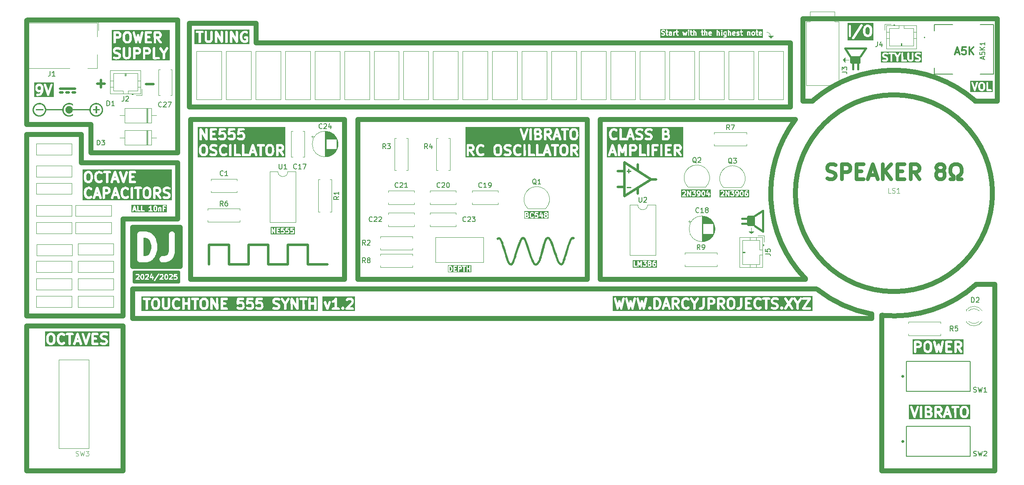
<source format=gbr>
%TF.GenerationSoftware,KiCad,Pcbnew,8.0.2*%
%TF.CreationDate,2025-05-17T21:18:52+08:00*%
%TF.ProjectId,TouchTone555,546f7563-6854-46f6-9e65-3535352e6b69,v1.2*%
%TF.SameCoordinates,Original*%
%TF.FileFunction,Legend,Top*%
%TF.FilePolarity,Positive*%
%FSLAX46Y46*%
G04 Gerber Fmt 4.6, Leading zero omitted, Abs format (unit mm)*
G04 Created by KiCad (PCBNEW 8.0.2) date 2025-05-17 21:18:52*
%MOMM*%
%LPD*%
G01*
G04 APERTURE LIST*
%ADD10C,1.000000*%
%ADD11C,0.400000*%
%ADD12C,0.500000*%
%ADD13C,0.100000*%
%ADD14C,0.000000*%
%ADD15C,0.375000*%
%ADD16C,0.250000*%
%ADD17C,1.250000*%
%ADD18C,0.150000*%
%ADD19C,0.750000*%
%ADD20C,0.120000*%
%ADD21C,0.127000*%
%ADD22C,0.300000*%
%ADD23C,0.200000*%
G04 APERTURE END LIST*
D10*
X167900000Y-108500000D02*
X209500000Y-108500000D01*
D11*
X219162500Y-64700000D02*
X219162500Y-65758333D01*
D12*
X82400000Y-109100000D02*
X82400000Y-107000000D01*
X59500000Y-70500000D02*
X60000000Y-70500000D01*
D10*
X211750000Y-110500000D02*
X73000000Y-110500000D01*
D12*
X96500000Y-101500000D02*
X100500000Y-101500000D01*
X73200000Y-109100000D02*
X82400000Y-109100000D01*
D13*
X198266667Y-99000000D02*
X198016667Y-98750000D01*
D10*
X248500000Y-72250000D02*
X244000000Y-72250000D01*
D12*
X92500000Y-101500000D02*
X92500000Y-105500000D01*
X108500000Y-101500000D02*
X108500000Y-105500000D01*
D13*
X217625000Y-63375000D02*
X217625000Y-64375000D01*
D12*
X104500000Y-101500000D02*
X108500000Y-101500000D01*
X58250000Y-70500000D02*
X58750000Y-70500000D01*
D10*
X225000000Y-116000000D02*
X225000000Y-147500000D01*
D14*
G36*
X162331944Y-99859853D02*
G01*
X162361651Y-99863529D01*
X162391940Y-99869358D01*
X162422679Y-99877290D01*
X162453735Y-99887276D01*
X162484977Y-99899267D01*
X162516274Y-99913214D01*
X162547493Y-99929068D01*
X162578503Y-99946780D01*
X162609171Y-99966300D01*
X162639367Y-99987580D01*
X162668958Y-100010570D01*
X162697813Y-100035222D01*
X162786007Y-100114597D01*
X162632548Y-100268056D01*
X162480855Y-100421514D01*
X162397952Y-100352722D01*
X162313286Y-100283931D01*
X162239201Y-100366833D01*
X162197451Y-100417312D01*
X162155148Y-100477882D01*
X162066506Y-100635771D01*
X161968521Y-100853439D01*
X161856438Y-101143826D01*
X161725504Y-101519872D01*
X161570963Y-101994517D01*
X161172049Y-103291361D01*
X161072625Y-103620293D01*
X160981563Y-103917025D01*
X160898128Y-104183299D01*
X160821586Y-104420856D01*
X160751205Y-104631439D01*
X160686250Y-104816787D01*
X160625986Y-104978644D01*
X160597385Y-105051307D01*
X160569681Y-105118750D01*
X160542784Y-105181191D01*
X160516601Y-105238847D01*
X160491041Y-105291936D01*
X160466012Y-105340676D01*
X160441422Y-105385285D01*
X160417179Y-105425979D01*
X160393193Y-105462978D01*
X160369370Y-105496498D01*
X160345620Y-105526757D01*
X160321850Y-105553973D01*
X160297970Y-105578364D01*
X160273886Y-105600147D01*
X160249508Y-105619540D01*
X160224744Y-105636761D01*
X160199501Y-105652027D01*
X160173689Y-105665556D01*
X160145463Y-105678650D01*
X160132780Y-105684140D01*
X160120854Y-105688955D01*
X160109539Y-105693118D01*
X160098685Y-105696654D01*
X160088147Y-105699586D01*
X160077777Y-105701936D01*
X160067428Y-105703728D01*
X160056952Y-105704985D01*
X160046202Y-105705730D01*
X160035031Y-105705987D01*
X160023291Y-105705779D01*
X160010836Y-105705130D01*
X159997518Y-105704061D01*
X159983189Y-105702598D01*
X159963262Y-105700303D01*
X159943501Y-105697471D01*
X159924402Y-105694226D01*
X159906460Y-105690691D01*
X159890171Y-105686991D01*
X159882802Y-105685118D01*
X159876033Y-105683250D01*
X159869924Y-105681402D01*
X159864540Y-105679591D01*
X159859940Y-105677832D01*
X159856189Y-105676139D01*
X159834691Y-105664922D01*
X159801949Y-105648578D01*
X159761931Y-105629258D01*
X159718605Y-105609111D01*
X159667053Y-105581049D01*
X159616165Y-105547003D01*
X159565820Y-105506776D01*
X159515896Y-105460173D01*
X159466271Y-105406996D01*
X159416825Y-105347050D01*
X159367436Y-105280137D01*
X159317982Y-105206063D01*
X159268342Y-105124629D01*
X159218394Y-105035641D01*
X159168018Y-104938901D01*
X159117091Y-104834213D01*
X159065493Y-104721381D01*
X159013101Y-104600208D01*
X158959794Y-104470498D01*
X158905452Y-104332055D01*
X158831671Y-104129511D01*
X158718700Y-103805755D01*
X158582247Y-103405601D01*
X158438022Y-102973861D01*
X158257685Y-102433446D01*
X158113190Y-102004136D01*
X157998048Y-101668049D01*
X157905768Y-101407307D01*
X157829859Y-101204029D01*
X157796015Y-101118352D01*
X157763830Y-101040336D01*
X157732493Y-100967745D01*
X157701191Y-100898346D01*
X157635452Y-100760181D01*
X157612972Y-100715545D01*
X157590552Y-100672975D01*
X157568251Y-100632549D01*
X157546127Y-100594347D01*
X157524242Y-100558451D01*
X157502654Y-100524939D01*
X157481422Y-100493892D01*
X157460607Y-100465390D01*
X157440266Y-100439514D01*
X157420461Y-100416343D01*
X157401250Y-100395957D01*
X157391886Y-100386833D01*
X157382692Y-100378436D01*
X157373677Y-100370776D01*
X157364848Y-100363861D01*
X157356212Y-100357704D01*
X157347777Y-100352312D01*
X157339549Y-100347697D01*
X157331537Y-100343869D01*
X157323748Y-100340837D01*
X157316189Y-100338611D01*
X157309839Y-100337117D01*
X157303368Y-100335938D01*
X157296785Y-100335069D01*
X157290102Y-100334505D01*
X157283332Y-100334240D01*
X157276485Y-100334270D01*
X157269574Y-100334590D01*
X157262610Y-100335194D01*
X157248570Y-100337233D01*
X157234457Y-100340347D01*
X157220365Y-100344495D01*
X157206386Y-100349635D01*
X157192614Y-100355726D01*
X157179142Y-100362727D01*
X157166063Y-100370595D01*
X157153469Y-100379291D01*
X157141455Y-100388771D01*
X157130112Y-100398997D01*
X157119534Y-100409924D01*
X157109813Y-100421514D01*
X157098073Y-100437884D01*
X157085425Y-100457064D01*
X157057916Y-100502845D01*
X157028299Y-100556854D01*
X156997586Y-100617085D01*
X156966790Y-100681532D01*
X156936924Y-100748191D01*
X156909002Y-100815057D01*
X156884035Y-100880125D01*
X156847638Y-100984790D01*
X156805845Y-101116514D01*
X156705662Y-101462870D01*
X156582658Y-101922666D01*
X156436007Y-102499375D01*
X156268097Y-103160275D01*
X156193848Y-103442767D01*
X156124929Y-103696449D01*
X156060486Y-103923694D01*
X155999662Y-104126872D01*
X155941603Y-104308357D01*
X155885454Y-104470521D01*
X155830358Y-104615734D01*
X155775462Y-104746369D01*
X155719910Y-104864799D01*
X155662845Y-104973394D01*
X155603415Y-105074528D01*
X155540762Y-105170571D01*
X155474031Y-105263896D01*
X155402369Y-105356875D01*
X155363831Y-105403647D01*
X155325285Y-105447391D01*
X155286747Y-105488106D01*
X155248228Y-105525792D01*
X155209743Y-105560448D01*
X155171305Y-105592074D01*
X155132928Y-105620670D01*
X155094625Y-105646236D01*
X155056410Y-105668770D01*
X155018296Y-105688274D01*
X154980298Y-105704746D01*
X154942428Y-105718186D01*
X154904700Y-105728595D01*
X154867127Y-105735970D01*
X154829724Y-105740313D01*
X154792504Y-105741623D01*
X154755480Y-105739900D01*
X154718666Y-105735143D01*
X154682076Y-105727352D01*
X154645722Y-105716526D01*
X154609620Y-105702666D01*
X154573781Y-105685770D01*
X154538220Y-105665840D01*
X154502951Y-105642873D01*
X154467986Y-105616871D01*
X154433340Y-105587832D01*
X154399026Y-105555757D01*
X154365057Y-105520645D01*
X154331448Y-105482495D01*
X154298211Y-105441308D01*
X154265361Y-105397083D01*
X154232910Y-105349820D01*
X154132330Y-105185568D01*
X154030531Y-104991281D01*
X153921828Y-104752305D01*
X153800537Y-104453984D01*
X153660973Y-104081662D01*
X153497451Y-103620684D01*
X153075799Y-102374139D01*
X152820669Y-101612718D01*
X152724720Y-101331567D01*
X152646072Y-101106123D01*
X152581893Y-100928387D01*
X152529352Y-100790360D01*
X152485616Y-100684041D01*
X152447854Y-100601431D01*
X152440128Y-100585621D01*
X152432761Y-100571193D01*
X152425658Y-100558042D01*
X152418723Y-100546061D01*
X152411860Y-100535145D01*
X152404973Y-100525187D01*
X152397968Y-100516082D01*
X152390749Y-100507724D01*
X152383219Y-100500006D01*
X152375284Y-100492824D01*
X152366847Y-100486070D01*
X152357814Y-100479639D01*
X152348088Y-100473426D01*
X152337574Y-100467323D01*
X152326176Y-100461226D01*
X152313799Y-100455027D01*
X152300858Y-100448472D01*
X152289064Y-100442687D01*
X152278282Y-100437657D01*
X152268379Y-100433365D01*
X152259220Y-100429797D01*
X152250671Y-100426936D01*
X152242598Y-100424769D01*
X152238697Y-100423940D01*
X152234865Y-100423278D01*
X152231085Y-100422781D01*
X152227339Y-100422448D01*
X152223612Y-100422277D01*
X152219886Y-100422265D01*
X152216144Y-100422411D01*
X152212370Y-100422712D01*
X152204658Y-100423774D01*
X152196616Y-100425435D01*
X152188108Y-100427681D01*
X152179001Y-100430494D01*
X152169160Y-100433861D01*
X152153286Y-100439697D01*
X152137992Y-100446732D01*
X152123159Y-100455131D01*
X152108664Y-100465060D01*
X152094387Y-100476684D01*
X152080205Y-100490168D01*
X152065997Y-100505677D01*
X152051641Y-100523378D01*
X152037017Y-100543436D01*
X152022003Y-100566015D01*
X152006477Y-100591281D01*
X151990319Y-100619400D01*
X151973405Y-100650537D01*
X151955616Y-100684857D01*
X151916924Y-100763708D01*
X151852298Y-100903968D01*
X151782566Y-101072196D01*
X151701465Y-101286436D01*
X151602731Y-101564734D01*
X151327317Y-102385687D01*
X150906216Y-103679417D01*
X150830063Y-103912353D01*
X150758776Y-104126228D01*
X150691969Y-104321909D01*
X150629258Y-104500259D01*
X150570256Y-104662145D01*
X150514581Y-104808433D01*
X150461845Y-104939988D01*
X150411665Y-105057675D01*
X150363656Y-105162361D01*
X150317432Y-105254911D01*
X150272608Y-105336189D01*
X150228800Y-105407063D01*
X150185622Y-105468398D01*
X150164149Y-105495758D01*
X150142690Y-105521058D01*
X150121195Y-105544406D01*
X150099618Y-105565910D01*
X150077909Y-105585679D01*
X150056021Y-105603819D01*
X150036100Y-105618775D01*
X150016026Y-105632552D01*
X149995800Y-105645152D01*
X149975423Y-105656574D01*
X149954898Y-105666820D01*
X149934226Y-105675889D01*
X149913409Y-105683781D01*
X149892448Y-105690498D01*
X149871345Y-105696039D01*
X149850102Y-105700405D01*
X149828719Y-105703596D01*
X149807199Y-105705612D01*
X149785544Y-105706453D01*
X149763754Y-105706121D01*
X149741833Y-105704615D01*
X149719780Y-105701936D01*
X149697598Y-105698083D01*
X149675289Y-105693058D01*
X149652853Y-105686861D01*
X149630294Y-105679491D01*
X149607611Y-105670950D01*
X149584808Y-105661237D01*
X149561884Y-105650353D01*
X149538844Y-105638298D01*
X149492414Y-105610678D01*
X149445533Y-105578378D01*
X149398213Y-105541401D01*
X149350466Y-105499750D01*
X149294186Y-105444178D01*
X149240054Y-105383006D01*
X149187487Y-105314812D01*
X149135905Y-105238171D01*
X149084726Y-105151660D01*
X149033369Y-105053855D01*
X148981252Y-104943332D01*
X148927794Y-104818668D01*
X148814529Y-104521222D01*
X148688925Y-104150127D01*
X148546329Y-103693993D01*
X148382091Y-103141431D01*
X148178537Y-102452994D01*
X148090577Y-102160665D01*
X148010765Y-101900011D01*
X147938300Y-101668844D01*
X147872385Y-101464975D01*
X147812222Y-101286215D01*
X147757013Y-101130377D01*
X147705958Y-100995271D01*
X147658259Y-100878709D01*
X147613118Y-100778503D01*
X147569737Y-100692464D01*
X147527317Y-100618403D01*
X147485060Y-100554133D01*
X147442167Y-100497464D01*
X147397841Y-100446208D01*
X147383102Y-100430089D01*
X147369805Y-100416143D01*
X147357696Y-100404393D01*
X147352008Y-100399349D01*
X147346523Y-100394862D01*
X147341208Y-100390937D01*
X147336031Y-100387575D01*
X147330962Y-100384779D01*
X147325969Y-100382553D01*
X147321020Y-100380899D01*
X147316083Y-100379821D01*
X147311126Y-100379320D01*
X147306118Y-100379401D01*
X147301028Y-100380066D01*
X147295824Y-100381317D01*
X147290473Y-100383158D01*
X147284945Y-100385592D01*
X147279207Y-100388621D01*
X147273229Y-100392249D01*
X147266978Y-100396478D01*
X147260423Y-100401312D01*
X147246273Y-100412803D01*
X147230526Y-100426747D01*
X147212929Y-100443166D01*
X147193230Y-100462083D01*
X147182718Y-100471853D01*
X147172387Y-100481290D01*
X147162293Y-100490349D01*
X147152495Y-100498987D01*
X147143047Y-100507160D01*
X147134008Y-100514824D01*
X147125434Y-100521935D01*
X147117382Y-100528450D01*
X147109909Y-100534323D01*
X147103071Y-100539512D01*
X147096926Y-100543972D01*
X147091530Y-100547659D01*
X147086941Y-100550530D01*
X147083214Y-100552541D01*
X147081692Y-100553210D01*
X147080407Y-100553647D01*
X147079366Y-100553848D01*
X147078577Y-100553805D01*
X147072989Y-100549404D01*
X147062650Y-100538771D01*
X147030538Y-100502322D01*
X146987885Y-100451486D01*
X146940332Y-100393292D01*
X146893523Y-100334766D01*
X146853102Y-100282938D01*
X146824711Y-100244835D01*
X146816790Y-100233127D01*
X146813993Y-100227486D01*
X146814583Y-100226256D01*
X146816312Y-100223927D01*
X146822951Y-100216214D01*
X146833434Y-100204821D01*
X146847287Y-100190224D01*
X146883199Y-100153320D01*
X146926882Y-100109306D01*
X146950213Y-100086686D01*
X146973295Y-100065770D01*
X146996211Y-100046523D01*
X147019046Y-100028911D01*
X147041880Y-100012901D01*
X147064796Y-99998460D01*
X147087879Y-99985553D01*
X147111209Y-99974148D01*
X147134870Y-99964210D01*
X147158944Y-99955706D01*
X147183514Y-99948603D01*
X147208664Y-99942866D01*
X147234474Y-99938463D01*
X147261029Y-99935359D01*
X147288411Y-99933522D01*
X147316702Y-99932917D01*
X147338920Y-99933653D01*
X147361249Y-99935855D01*
X147383674Y-99939506D01*
X147406181Y-99944596D01*
X147451387Y-99959031D01*
X147496756Y-99979053D01*
X147542177Y-100004553D01*
X147587538Y-100035422D01*
X147632729Y-100071552D01*
X147677638Y-100112833D01*
X147722154Y-100159159D01*
X147766166Y-100210419D01*
X147809564Y-100266506D01*
X147852235Y-100327311D01*
X147894069Y-100392726D01*
X147934955Y-100462641D01*
X147974782Y-100536949D01*
X148013438Y-100615541D01*
X148077469Y-100757972D01*
X148141044Y-100913611D01*
X148207845Y-101093683D01*
X148281549Y-101309411D01*
X148365837Y-101572021D01*
X148464387Y-101892735D01*
X148718993Y-102753375D01*
X148853965Y-103211969D01*
X148967647Y-103591084D01*
X149063717Y-103901863D01*
X149145855Y-104155446D01*
X149217740Y-104362975D01*
X149250988Y-104452951D01*
X149283052Y-104535592D01*
X149314393Y-104612290D01*
X149345470Y-104684437D01*
X149408674Y-104820653D01*
X149429216Y-104861471D01*
X149449815Y-104900555D01*
X149470446Y-104937867D01*
X149491081Y-104973367D01*
X149511695Y-105007017D01*
X149532263Y-105038779D01*
X149552759Y-105068613D01*
X149573157Y-105096481D01*
X149593430Y-105122344D01*
X149613554Y-105146163D01*
X149633502Y-105167899D01*
X149653248Y-105187514D01*
X149672767Y-105204969D01*
X149692033Y-105220225D01*
X149701563Y-105227017D01*
X149711020Y-105233244D01*
X149720401Y-105238902D01*
X149729702Y-105243986D01*
X149739358Y-105248630D01*
X149747916Y-105252609D01*
X149755518Y-105255881D01*
X149759005Y-105257238D01*
X149762306Y-105258401D01*
X149765439Y-105259365D01*
X149768423Y-105260124D01*
X149771273Y-105260674D01*
X149774009Y-105261009D01*
X149776648Y-105261122D01*
X149779208Y-105261009D01*
X149781707Y-105260664D01*
X149784162Y-105260082D01*
X149786591Y-105259257D01*
X149789012Y-105258183D01*
X149791443Y-105256856D01*
X149793901Y-105255269D01*
X149796405Y-105253417D01*
X149798971Y-105251296D01*
X149801618Y-105248898D01*
X149804364Y-105246219D01*
X149810222Y-105239995D01*
X149816687Y-105232580D01*
X149823901Y-105223929D01*
X149832007Y-105214000D01*
X149844305Y-105198355D01*
X149857963Y-105178715D01*
X149888838Y-105128507D01*
X149923599Y-105065482D01*
X149961212Y-104991750D01*
X150000645Y-104909419D01*
X150040863Y-104820598D01*
X150080833Y-104727394D01*
X150119521Y-104631917D01*
X150171832Y-104489317D01*
X150254900Y-104250476D01*
X150357150Y-103948795D01*
X150467008Y-103617681D01*
X150978535Y-102056639D01*
X151067328Y-101789010D01*
X151150201Y-101544942D01*
X151227725Y-101323277D01*
X151300472Y-101122853D01*
X151369013Y-100942510D01*
X151433918Y-100781089D01*
X151495759Y-100637429D01*
X151555106Y-100510370D01*
X151584023Y-100452703D01*
X151612531Y-100398752D01*
X151640701Y-100348370D01*
X151668605Y-100301414D01*
X151696313Y-100257738D01*
X151723898Y-100217198D01*
X151751431Y-100179647D01*
X151778982Y-100144942D01*
X151806624Y-100112936D01*
X151834428Y-100083486D01*
X151862465Y-100056445D01*
X151890807Y-100031670D01*
X151919524Y-100009015D01*
X151948689Y-99988335D01*
X151978373Y-99969484D01*
X152008646Y-99952319D01*
X152019401Y-99946652D01*
X152029947Y-99941539D01*
X152040447Y-99936960D01*
X152051062Y-99932889D01*
X152061957Y-99929304D01*
X152073294Y-99926181D01*
X152085235Y-99923498D01*
X152097943Y-99921231D01*
X152111582Y-99919356D01*
X152126314Y-99917851D01*
X152142301Y-99916692D01*
X152159707Y-99915857D01*
X152199425Y-99915061D01*
X152246771Y-99915278D01*
X152298069Y-99915522D01*
X152319937Y-99915917D01*
X152339651Y-99916573D01*
X152357484Y-99917549D01*
X152373709Y-99918905D01*
X152388602Y-99920701D01*
X152402435Y-99922995D01*
X152415482Y-99925847D01*
X152428018Y-99929316D01*
X152440316Y-99933463D01*
X152452650Y-99938346D01*
X152465295Y-99944025D01*
X152478523Y-99950559D01*
X152492609Y-99958008D01*
X152507827Y-99966431D01*
X152527152Y-99977470D01*
X152545513Y-99988848D01*
X152563021Y-100000696D01*
X152579788Y-100013146D01*
X152595925Y-100026330D01*
X152611542Y-100040379D01*
X152626751Y-100055426D01*
X152641662Y-100071602D01*
X152656388Y-100089039D01*
X152671039Y-100107869D01*
X152685725Y-100128223D01*
X152700560Y-100150233D01*
X152715652Y-100174032D01*
X152731114Y-100199750D01*
X152747057Y-100227519D01*
X152763591Y-100257472D01*
X152816466Y-100358417D01*
X152871078Y-100476663D01*
X152932139Y-100625047D01*
X153004362Y-100816405D01*
X153201145Y-101379388D01*
X153499132Y-102268306D01*
X153739555Y-102985767D01*
X153942172Y-103574906D01*
X154031131Y-103825902D01*
X154112831Y-104050274D01*
X154188006Y-104249842D01*
X154257384Y-104426424D01*
X154321699Y-104581839D01*
X154381680Y-104717906D01*
X154438059Y-104836445D01*
X154491568Y-104939274D01*
X154542937Y-105028213D01*
X154592899Y-105105080D01*
X154642183Y-105171694D01*
X154691521Y-105229875D01*
X154708996Y-105248984D01*
X154725242Y-105265253D01*
X154732997Y-105272301D01*
X154740557Y-105278612D01*
X154747959Y-105284179D01*
X154755242Y-105288993D01*
X154762441Y-105293044D01*
X154769596Y-105296325D01*
X154776742Y-105298825D01*
X154783919Y-105300537D01*
X154791162Y-105301453D01*
X154798510Y-105301562D01*
X154806001Y-105300857D01*
X154813670Y-105299328D01*
X154821557Y-105296968D01*
X154829699Y-105293767D01*
X154838132Y-105289716D01*
X154846895Y-105284807D01*
X154856025Y-105279032D01*
X154865559Y-105272380D01*
X154875535Y-105264845D01*
X154885990Y-105256416D01*
X154908488Y-105236845D01*
X154933353Y-105213597D01*
X154960885Y-105186603D01*
X154991382Y-105155792D01*
X155058751Y-105083063D01*
X155121797Y-105007711D01*
X155181282Y-104927693D01*
X155237969Y-104840965D01*
X155292619Y-104745483D01*
X155345996Y-104639203D01*
X155398862Y-104520082D01*
X155451978Y-104386075D01*
X155562011Y-104065230D01*
X155682193Y-103660317D01*
X155818622Y-103154987D01*
X155977396Y-102532889D01*
X156104135Y-102034239D01*
X156213758Y-101616824D01*
X156309160Y-101271260D01*
X156352432Y-101122490D01*
X156393234Y-100988163D01*
X156431927Y-100867107D01*
X156468874Y-100758148D01*
X156504436Y-100660113D01*
X156538975Y-100571830D01*
X156572852Y-100492125D01*
X156606430Y-100419826D01*
X156640069Y-100353758D01*
X156674132Y-100292750D01*
X156691423Y-100263986D01*
X156709520Y-100235940D01*
X156728362Y-100208670D01*
X156747885Y-100182231D01*
X156768029Y-100156681D01*
X156788730Y-100132077D01*
X156809928Y-100108476D01*
X156831559Y-100085934D01*
X156853563Y-100064508D01*
X156875877Y-100044255D01*
X156898439Y-100025232D01*
X156921187Y-100007496D01*
X156944059Y-99991104D01*
X156966993Y-99976111D01*
X156989927Y-99962576D01*
X157012800Y-99950556D01*
X157034013Y-99940951D01*
X157057079Y-99932007D01*
X157081659Y-99923767D01*
X157107415Y-99916270D01*
X157134008Y-99909559D01*
X157161100Y-99903675D01*
X157188352Y-99898659D01*
X157215426Y-99894552D01*
X157241983Y-99891396D01*
X157267684Y-99889233D01*
X157292192Y-99888103D01*
X157315168Y-99888048D01*
X157336273Y-99889109D01*
X157355169Y-99891327D01*
X157371518Y-99894745D01*
X157378631Y-99896916D01*
X157384980Y-99899402D01*
X157394326Y-99903836D01*
X157406174Y-99909076D01*
X157435471Y-99921231D01*
X157469067Y-99934377D01*
X157503160Y-99947028D01*
X157534757Y-99960042D01*
X157566677Y-99976562D01*
X157598871Y-99996540D01*
X157631290Y-100019926D01*
X157663885Y-100046671D01*
X157696606Y-100076725D01*
X157729404Y-100110040D01*
X157762231Y-100146568D01*
X157795038Y-100186257D01*
X157827774Y-100229060D01*
X157860392Y-100274928D01*
X157892842Y-100323811D01*
X157925075Y-100375660D01*
X157957041Y-100430426D01*
X157988693Y-100488061D01*
X158019980Y-100548514D01*
X158076400Y-100667907D01*
X158137637Y-100810120D01*
X158206356Y-100982596D01*
X158285225Y-101192774D01*
X158484075Y-101756006D01*
X158755521Y-102559347D01*
X158959288Y-103166177D01*
X159124257Y-103649623D01*
X159194433Y-103850860D01*
X159257600Y-104028188D01*
X159314653Y-104183920D01*
X159366489Y-104320370D01*
X159414005Y-104439849D01*
X159458097Y-104544670D01*
X159499663Y-104637145D01*
X159539598Y-104719588D01*
X159578799Y-104794310D01*
X159618163Y-104863624D01*
X159658586Y-104929842D01*
X159700966Y-104995278D01*
X159719635Y-105023166D01*
X159737956Y-105049297D01*
X159755951Y-105073692D01*
X159773644Y-105096371D01*
X159791057Y-105117355D01*
X159808215Y-105136665D01*
X159825141Y-105154321D01*
X159841857Y-105170344D01*
X159858387Y-105184755D01*
X159874754Y-105197574D01*
X159890982Y-105208822D01*
X159907094Y-105218520D01*
X159923112Y-105226689D01*
X159931094Y-105230206D01*
X159939061Y-105233348D01*
X159947016Y-105236118D01*
X159954963Y-105238519D01*
X159962904Y-105240553D01*
X159970842Y-105242222D01*
X159979887Y-105244002D01*
X159987974Y-105245216D01*
X159995301Y-105245629D01*
X160002068Y-105245006D01*
X160008472Y-105243112D01*
X160011601Y-105241614D01*
X160014714Y-105239711D01*
X160020993Y-105234569D01*
X160027506Y-105227450D01*
X160034453Y-105218119D01*
X160042034Y-105206342D01*
X160050446Y-105191882D01*
X160059890Y-105174505D01*
X160082665Y-105130060D01*
X160111952Y-105071125D01*
X160170295Y-104945527D01*
X160229113Y-104803538D01*
X160294670Y-104626284D01*
X160373228Y-104394894D01*
X160594404Y-103694217D01*
X160942744Y-102550528D01*
X161087690Y-102078874D01*
X161220253Y-101663567D01*
X161341448Y-101301922D01*
X161452287Y-100991250D01*
X161504140Y-100854189D01*
X161553783Y-100728865D01*
X161601344Y-100614940D01*
X161646949Y-100512078D01*
X161690724Y-100419945D01*
X161732797Y-100338205D01*
X161773294Y-100266520D01*
X161812341Y-100204556D01*
X161834862Y-100172111D01*
X161858068Y-100140956D01*
X161881899Y-100111139D01*
X161906296Y-100082709D01*
X161931199Y-100055717D01*
X161956549Y-100030210D01*
X161982287Y-100006237D01*
X162008353Y-99983849D01*
X162034688Y-99963094D01*
X162061232Y-99944020D01*
X162087926Y-99926678D01*
X162114710Y-99911116D01*
X162141525Y-99897383D01*
X162168312Y-99885529D01*
X162195012Y-99875603D01*
X162221563Y-99867653D01*
X162247628Y-99862229D01*
X162274800Y-99859154D01*
X162302950Y-99858378D01*
X162331944Y-99859853D01*
G37*
D12*
X73200000Y-107000000D02*
X82400000Y-107000000D01*
D13*
X198016667Y-98750000D02*
X199016667Y-98750000D01*
D12*
X172812500Y-84750000D02*
X178187500Y-88200000D01*
X178187500Y-88200000D02*
X172812500Y-91552134D01*
D10*
X98000000Y-60460000D02*
X98000000Y-56460000D01*
D12*
X172812500Y-84750000D02*
X172812500Y-91500000D01*
D13*
X217625000Y-64375000D02*
X217375000Y-63625000D01*
D10*
X51500000Y-77000000D02*
X64500000Y-77000000D01*
D12*
X172687500Y-86500000D02*
X171437500Y-86500000D01*
X175487500Y-91125000D02*
X175487500Y-89875000D01*
X108500000Y-105500000D02*
X112500000Y-105500000D01*
D14*
G36*
X54880839Y-74187897D02*
G01*
X53330384Y-74187897D01*
X53330384Y-73878560D01*
X54880839Y-73878560D01*
X54880839Y-74187897D01*
G37*
D11*
X200866667Y-94533332D02*
X200866667Y-98766665D01*
D10*
X84700000Y-76000000D02*
X116000000Y-76000000D01*
X116000000Y-108500000D01*
X84700000Y-108500000D01*
X84700000Y-76000000D01*
D13*
X203000000Y-59000000D02*
X202500000Y-59500000D01*
X217625000Y-63375000D02*
X217375000Y-64125000D01*
D12*
X104500000Y-105500000D02*
X104500000Y-101500000D01*
D10*
X244250000Y-109500000D02*
X248000000Y-109500000D01*
X51500000Y-118000000D02*
X71011940Y-118000000D01*
X71011940Y-147500000D01*
X51500000Y-147500000D01*
X51500000Y-118000000D01*
D12*
X88500000Y-105500000D02*
X88500000Y-101500000D01*
D10*
X209000000Y-72250000D02*
X209000000Y-55500000D01*
X82100000Y-82750000D02*
X82100000Y-55800000D01*
D11*
X220220833Y-65758333D02*
X220220833Y-64700000D01*
D10*
X248500000Y-72250000D02*
X248500000Y-55500000D01*
D13*
X202000000Y-59000000D02*
X203000000Y-59000000D01*
D12*
X172712500Y-89750000D02*
X171462500Y-89750000D01*
D10*
X244250000Y-109500000D02*
G75*
G02*
X225016764Y-115832359I-16750000J18500000D01*
G01*
D13*
X199016667Y-98750000D02*
X198266667Y-99000000D01*
D10*
X62600000Y-79200000D02*
X62600000Y-84800223D01*
X222990607Y-116500000D02*
X223000000Y-115588107D01*
D12*
X73200000Y-107000000D02*
X73200000Y-109100000D01*
D11*
X200866667Y-94533332D02*
X199279167Y-95591665D01*
D14*
G36*
X65755054Y-73884847D02*
G01*
X66298278Y-73884847D01*
X66298278Y-74184125D01*
X65755054Y-74184125D01*
X65755054Y-74724834D01*
X65457035Y-74724834D01*
X65457035Y-74184125D01*
X64916324Y-74184125D01*
X64916324Y-73884847D01*
X65457035Y-73884847D01*
X65457035Y-73341623D01*
X65755054Y-73341623D01*
X65755054Y-73884847D01*
G37*
D10*
X76000000Y-97900000D02*
X73000000Y-97900000D01*
D12*
X58250000Y-69750000D02*
X61250000Y-69750000D01*
D10*
X223000000Y-115588106D02*
G75*
G02*
X211946075Y-110567841I4500000J24588106D01*
G01*
X73000000Y-116500000D02*
X73000000Y-110500000D01*
X64500000Y-76999888D02*
X64500000Y-82750000D01*
X64500000Y-82750000D02*
X82100000Y-82750000D01*
X118700000Y-76000000D02*
X165218424Y-76000000D01*
X165218424Y-108500000D01*
X118700000Y-108500000D01*
X118700000Y-76000000D01*
D13*
X198016667Y-98750000D02*
X198766667Y-99000000D01*
D10*
X211000000Y-72250000D02*
X209000000Y-72250000D01*
D11*
X197691667Y-96120832D02*
X196633334Y-96120832D01*
D10*
X73000000Y-105900000D02*
X82600000Y-105900000D01*
D12*
X92500000Y-105500000D02*
X96500000Y-105500000D01*
D10*
X73000000Y-97900000D02*
X73000000Y-105900000D01*
D11*
X217575000Y-61525000D02*
X218633333Y-63112500D01*
D10*
X225000000Y-147500000D02*
X248000000Y-147500000D01*
D11*
X199279167Y-97708332D02*
X200866667Y-98766665D01*
D13*
X198516667Y-98750000D02*
X198516667Y-98000000D01*
D10*
X71000000Y-96250000D02*
X71000000Y-116000000D01*
D13*
X217375000Y-63625000D02*
X217625000Y-63375000D01*
D14*
G36*
X199079167Y-95591665D02*
G01*
X199079167Y-95591665D01*
G75*
G02*
X199279167Y-95791665I33J-200035D01*
G01*
X199279167Y-97508332D01*
G75*
G02*
X199079167Y-97708332I-199967J32D01*
G01*
X197891667Y-97708332D01*
G75*
G02*
X197691667Y-97508332I33J200032D01*
G01*
X197691667Y-95791665D01*
G75*
G02*
X197891667Y-95591665I200033J-35D01*
G01*
X199079167Y-95591665D01*
G37*
D12*
X60750000Y-70500000D02*
X61250000Y-70500000D01*
D10*
X62650000Y-84800000D02*
X82100000Y-84800000D01*
D12*
X100500000Y-101500000D02*
X100500000Y-105500000D01*
D10*
X167900000Y-76000000D02*
X167900000Y-108500000D01*
X248500000Y-55500000D02*
X209000000Y-55500000D01*
D12*
X100500000Y-105500000D02*
X104500000Y-105500000D01*
D13*
X202250000Y-59250000D02*
X202000000Y-59000000D01*
D10*
X82100000Y-84800000D02*
X82100000Y-96250000D01*
X167900000Y-76000000D02*
X207500000Y-76000000D01*
D13*
X198516667Y-99250000D02*
X198016667Y-98750000D01*
D10*
X84500000Y-56460000D02*
X84500000Y-73500000D01*
X248000000Y-109500000D02*
X248000000Y-147500000D01*
D12*
X96500000Y-105500000D02*
X96500000Y-101500000D01*
D13*
X199016667Y-98750000D02*
X198516667Y-99250000D01*
D14*
G36*
X65580563Y-72643100D02*
G01*
X65649496Y-72644808D01*
X65717962Y-72649902D01*
X65785845Y-72658334D01*
X65853033Y-72670057D01*
X65919411Y-72685024D01*
X65984866Y-72703188D01*
X66049283Y-72724501D01*
X66112549Y-72748917D01*
X66174549Y-72776388D01*
X66235170Y-72806866D01*
X66294297Y-72840306D01*
X66351817Y-72876659D01*
X66407616Y-72915878D01*
X66461579Y-72957916D01*
X66513594Y-73002726D01*
X66563545Y-73050262D01*
X66611080Y-73100213D01*
X66655890Y-73152227D01*
X66697928Y-73206190D01*
X66737148Y-73261989D01*
X66773501Y-73319509D01*
X66806940Y-73378637D01*
X66837419Y-73439258D01*
X66864890Y-73501258D01*
X66889306Y-73564525D01*
X66910619Y-73628943D01*
X66928783Y-73694399D01*
X66943751Y-73760778D01*
X66955474Y-73827968D01*
X66963907Y-73895854D01*
X66969001Y-73964322D01*
X66970709Y-74033259D01*
X66968900Y-74104794D01*
X66963531Y-74175390D01*
X66954690Y-74244960D01*
X66942464Y-74313417D01*
X66926941Y-74380672D01*
X66908209Y-74446638D01*
X66886353Y-74511229D01*
X66861462Y-74574356D01*
X66833624Y-74635934D01*
X66802924Y-74695873D01*
X66769451Y-74754087D01*
X66733293Y-74810489D01*
X66694536Y-74864990D01*
X66653267Y-74917505D01*
X66609575Y-74967945D01*
X66563546Y-75016223D01*
X66515268Y-75062252D01*
X66464828Y-75105944D01*
X66412313Y-75147213D01*
X66357811Y-75185970D01*
X66301409Y-75222128D01*
X66243195Y-75255601D01*
X66183256Y-75286300D01*
X66121679Y-75314139D01*
X66058551Y-75339030D01*
X65993960Y-75360885D01*
X65927993Y-75379618D01*
X65860738Y-75395141D01*
X65792282Y-75407367D01*
X65722712Y-75416208D01*
X65652115Y-75421577D01*
X65580580Y-75423386D01*
X65513939Y-75421808D01*
X65448055Y-75417123D01*
X65383004Y-75409400D01*
X65318862Y-75398707D01*
X65255703Y-75385112D01*
X65193602Y-75368684D01*
X65132636Y-75349491D01*
X65072878Y-75327600D01*
X65014406Y-75303080D01*
X64957293Y-75276000D01*
X64901616Y-75246427D01*
X64847448Y-75214430D01*
X64794867Y-75180077D01*
X64743947Y-75143436D01*
X64694763Y-75104575D01*
X64647391Y-75063562D01*
X64601906Y-75020467D01*
X64558384Y-74975356D01*
X64516898Y-74928298D01*
X64477526Y-74879362D01*
X64440342Y-74828616D01*
X64405422Y-74776127D01*
X64372840Y-74721964D01*
X64342672Y-74666195D01*
X64314994Y-74608888D01*
X64289880Y-74550112D01*
X64267407Y-74489935D01*
X64247649Y-74428425D01*
X64230681Y-74365650D01*
X64216579Y-74301678D01*
X64205419Y-74236578D01*
X64197275Y-74170417D01*
X60822991Y-74170417D01*
X60816077Y-74203724D01*
X60807755Y-74236425D01*
X60798061Y-74268492D01*
X60787031Y-74299894D01*
X60774700Y-74330603D01*
X60761104Y-74360589D01*
X60746279Y-74389821D01*
X60730259Y-74418271D01*
X60713081Y-74445909D01*
X60694781Y-74472705D01*
X60675393Y-74498630D01*
X60654953Y-74523653D01*
X60633497Y-74547746D01*
X60611061Y-74570878D01*
X60587679Y-74593021D01*
X60563388Y-74614143D01*
X60538223Y-74634217D01*
X60512220Y-74653212D01*
X60485414Y-74671099D01*
X60457841Y-74687847D01*
X60429536Y-74703428D01*
X60400534Y-74717811D01*
X60370873Y-74730968D01*
X60340586Y-74742868D01*
X60309710Y-74753482D01*
X60278280Y-74762780D01*
X60246332Y-74770733D01*
X60213901Y-74777311D01*
X60181022Y-74782484D01*
X60147733Y-74786223D01*
X60114067Y-74788498D01*
X60080060Y-74789279D01*
X60042570Y-74788351D01*
X60005334Y-74785581D01*
X59968414Y-74780996D01*
X59931872Y-74774621D01*
X59895771Y-74766482D01*
X59860172Y-74756604D01*
X59825138Y-74745013D01*
X59790730Y-74731734D01*
X59757010Y-74716794D01*
X59724040Y-74700219D01*
X59691882Y-74682032D01*
X59660599Y-74662262D01*
X59630251Y-74640932D01*
X59600902Y-74618069D01*
X59572613Y-74593699D01*
X59545445Y-74567846D01*
X59519592Y-74540680D01*
X59495221Y-74512391D01*
X59472357Y-74483042D01*
X59451027Y-74452695D01*
X59431255Y-74421412D01*
X59413068Y-74389255D01*
X59396492Y-74356285D01*
X59381551Y-74322565D01*
X59368272Y-74288156D01*
X59356680Y-74253122D01*
X59346801Y-74217522D01*
X59338660Y-74181421D01*
X59332284Y-74144879D01*
X59327698Y-74107958D01*
X59324928Y-74070720D01*
X59323999Y-74033259D01*
X64466844Y-74033259D01*
X64468293Y-74090571D01*
X64472594Y-74147132D01*
X64479677Y-74202870D01*
X64489471Y-74257715D01*
X64501908Y-74311599D01*
X64516916Y-74364450D01*
X64534426Y-74416199D01*
X64554367Y-74466775D01*
X64576671Y-74516110D01*
X64601266Y-74564132D01*
X64628084Y-74610772D01*
X64657053Y-74655960D01*
X64688104Y-74699625D01*
X64721168Y-74741699D01*
X64756173Y-74782110D01*
X64793050Y-74820790D01*
X64831730Y-74857667D01*
X64872141Y-74892672D01*
X64914215Y-74925736D01*
X64957881Y-74956787D01*
X65003068Y-74985757D01*
X65049709Y-75012574D01*
X65097731Y-75037170D01*
X65147065Y-75059473D01*
X65197642Y-75079415D01*
X65249391Y-75096925D01*
X65302242Y-75111933D01*
X65356126Y-75124369D01*
X65410971Y-75134164D01*
X65466710Y-75141246D01*
X65523270Y-75145547D01*
X65580583Y-75146997D01*
X65637896Y-75145547D01*
X65694457Y-75141246D01*
X65750195Y-75134164D01*
X65805040Y-75124369D01*
X65858924Y-75111933D01*
X65911775Y-75096924D01*
X65963524Y-75079415D01*
X66014100Y-75059473D01*
X66063434Y-75037169D01*
X66111456Y-75012573D01*
X66158096Y-74985756D01*
X66203284Y-74956787D01*
X66246950Y-74925735D01*
X66289023Y-74892672D01*
X66329434Y-74857666D01*
X66368114Y-74820789D01*
X66404991Y-74782110D01*
X66439996Y-74741698D01*
X66473059Y-74699625D01*
X66504111Y-74655959D01*
X66533080Y-74610771D01*
X66559897Y-74564131D01*
X66584493Y-74516109D01*
X66606796Y-74466775D01*
X66626738Y-74416198D01*
X66644247Y-74364450D01*
X66659255Y-74311598D01*
X66671692Y-74257715D01*
X66681486Y-74202870D01*
X66688569Y-74147132D01*
X66692869Y-74090571D01*
X66694319Y-74033259D01*
X66692951Y-73978031D01*
X66688871Y-73923177D01*
X66682117Y-73868790D01*
X66672726Y-73814960D01*
X66660735Y-73761779D01*
X66646184Y-73709338D01*
X66629109Y-73657728D01*
X66609549Y-73607040D01*
X66587541Y-73557367D01*
X66563123Y-73508798D01*
X66536333Y-73461426D01*
X66507208Y-73415342D01*
X66475787Y-73370636D01*
X66442108Y-73327401D01*
X66406207Y-73285728D01*
X66368124Y-73245707D01*
X66328104Y-73207623D01*
X66286432Y-73171721D01*
X66243198Y-73138040D01*
X66198493Y-73106618D01*
X66152410Y-73077492D01*
X66105039Y-73050700D01*
X66056471Y-73026281D01*
X66006798Y-73004271D01*
X65956111Y-72984710D01*
X65904501Y-72967634D01*
X65852061Y-72953081D01*
X65798880Y-72941089D01*
X65745050Y-72931696D01*
X65690663Y-72924940D01*
X65635810Y-72920859D01*
X65580605Y-72919491D01*
X65525383Y-72920858D01*
X65470530Y-72924938D01*
X65416143Y-72931693D01*
X65362313Y-72941084D01*
X65309131Y-72953075D01*
X65256690Y-72967626D01*
X65205080Y-72984701D01*
X65154393Y-73004262D01*
X65104719Y-73026270D01*
X65056150Y-73050688D01*
X65008778Y-73077478D01*
X64962694Y-73106603D01*
X64917988Y-73138024D01*
X64874753Y-73171704D01*
X64833080Y-73207604D01*
X64793060Y-73245688D01*
X64754975Y-73285708D01*
X64719073Y-73327380D01*
X64685393Y-73370615D01*
X64653970Y-73415319D01*
X64624845Y-73461403D01*
X64598053Y-73508775D01*
X64573634Y-73557344D01*
X64551625Y-73607018D01*
X64532063Y-73657706D01*
X64514987Y-73709318D01*
X64500434Y-73761761D01*
X64488443Y-73814945D01*
X64479050Y-73868777D01*
X64472294Y-73923168D01*
X64468213Y-73978026D01*
X64466844Y-74033259D01*
X59323999Y-74033259D01*
X59323999Y-74033228D01*
X59324927Y-73995738D01*
X59327697Y-73958502D01*
X59332283Y-73921582D01*
X59338659Y-73885041D01*
X59346798Y-73848940D01*
X59356677Y-73813341D01*
X59368269Y-73778307D01*
X59381547Y-73743899D01*
X59396488Y-73710179D01*
X59413064Y-73677209D01*
X59431251Y-73645052D01*
X59451022Y-73613768D01*
X59472352Y-73583421D01*
X59495215Y-73554072D01*
X59519586Y-73525783D01*
X59545439Y-73498616D01*
X59572606Y-73472764D01*
X59600895Y-73448393D01*
X59630244Y-73425529D01*
X59660591Y-73404199D01*
X59691874Y-73384428D01*
X59724031Y-73366241D01*
X59757001Y-73349665D01*
X59790721Y-73334725D01*
X59825129Y-73321446D01*
X59860163Y-73309855D01*
X59895761Y-73299976D01*
X59931862Y-73291836D01*
X59968403Y-73285461D01*
X60005323Y-73280875D01*
X60042559Y-73278105D01*
X60080049Y-73277177D01*
X60114062Y-73277951D01*
X60147735Y-73280220D01*
X60181032Y-73283953D01*
X60213917Y-73289121D01*
X60246355Y-73295694D01*
X60278310Y-73303643D01*
X60309747Y-73312937D01*
X60340630Y-73323548D01*
X60370923Y-73335445D01*
X60400592Y-73348599D01*
X60429600Y-73362981D01*
X60457911Y-73378560D01*
X60485491Y-73395308D01*
X60512304Y-73413194D01*
X60538313Y-73432188D01*
X60563484Y-73452262D01*
X60587781Y-73473386D01*
X60611169Y-73495529D01*
X60633611Y-73518663D01*
X60655072Y-73542758D01*
X60675516Y-73567783D01*
X60694909Y-73593710D01*
X60713214Y-73620509D01*
X60730396Y-73648150D01*
X60746420Y-73676603D01*
X60761249Y-73705839D01*
X60774848Y-73735829D01*
X60787182Y-73766542D01*
X60798214Y-73797949D01*
X60807910Y-73830021D01*
X60816234Y-73862727D01*
X60823150Y-73896039D01*
X64198626Y-73896039D01*
X64206764Y-73829926D01*
X64217915Y-73764872D01*
X64232003Y-73700945D01*
X64248953Y-73638212D01*
X64268690Y-73576741D01*
X64291139Y-73516601D01*
X64316224Y-73457859D01*
X64343871Y-73400584D01*
X64374005Y-73344845D01*
X64406549Y-73290708D01*
X64441431Y-73238242D01*
X64478573Y-73187516D01*
X64517901Y-73138597D01*
X64559340Y-73091553D01*
X64602816Y-73046453D01*
X64648251Y-73003364D01*
X64695573Y-72962355D01*
X64744704Y-72923494D01*
X64795571Y-72886849D01*
X64848099Y-72852488D01*
X64902211Y-72820479D01*
X64957833Y-72790891D01*
X65014891Y-72763790D01*
X65073308Y-72739246D01*
X65133009Y-72717327D01*
X65193921Y-72698100D01*
X65255966Y-72681634D01*
X65319071Y-72667997D01*
X65383160Y-72657257D01*
X65448158Y-72649482D01*
X65513990Y-72644740D01*
X65580581Y-72643099D01*
X65580563Y-72643100D01*
G37*
D13*
X217625000Y-64375000D02*
X217125000Y-63875000D01*
D11*
X196633334Y-97179165D02*
X197691667Y-97179165D01*
D10*
X82600000Y-105900000D02*
X82600000Y-97900000D01*
D12*
X88500000Y-101500000D02*
X92500000Y-101500000D01*
D10*
X84500000Y-73500000D02*
X206500000Y-73500000D01*
D13*
X217625000Y-63875000D02*
X218375000Y-63875000D01*
D10*
X51625000Y-55800000D02*
X82100000Y-55800000D01*
D14*
G36*
X220550000Y-63112500D02*
G01*
X220550000Y-63112500D01*
G75*
G02*
X220750000Y-63312500I0J-200000D01*
G01*
X220750000Y-64500000D01*
G75*
G02*
X220550000Y-64700000I-200000J0D01*
G01*
X218833333Y-64700000D01*
G75*
G02*
X218633333Y-64500000I-33J200000D01*
G01*
X218633333Y-63312500D01*
G75*
G02*
X218833333Y-63112500I199967J0D01*
G01*
X220550000Y-63112500D01*
G37*
D13*
X201719670Y-58250000D02*
G75*
G02*
X202469700Y-59000000I30J-750000D01*
G01*
D10*
X206500000Y-60460000D02*
X98000000Y-60460000D01*
D14*
G36*
X54049246Y-72643100D02*
G01*
X54115885Y-72644679D01*
X54181767Y-72649365D01*
X54246816Y-72657089D01*
X54310956Y-72667782D01*
X54374114Y-72681377D01*
X54436212Y-72697806D01*
X54497177Y-72716999D01*
X54556932Y-72738890D01*
X54615403Y-72763409D01*
X54672514Y-72790489D01*
X54728190Y-72820062D01*
X54782355Y-72852058D01*
X54834935Y-72886410D01*
X54885854Y-72923051D01*
X54935036Y-72961911D01*
X54982407Y-73002922D01*
X55027891Y-73046016D01*
X55071412Y-73091125D01*
X55112897Y-73138182D01*
X55152268Y-73187116D01*
X55189451Y-73237861D01*
X55224371Y-73290349D01*
X55256953Y-73344510D01*
X55287120Y-73400277D01*
X55314798Y-73457582D01*
X55339912Y-73516356D01*
X55362386Y-73576531D01*
X55382144Y-73638039D01*
X55399112Y-73700812D01*
X55413215Y-73764782D01*
X55424376Y-73829880D01*
X55432522Y-73896039D01*
X58698096Y-73896039D01*
X58706234Y-73829926D01*
X58717385Y-73764873D01*
X58731473Y-73700945D01*
X58748423Y-73638212D01*
X58768159Y-73576741D01*
X58790608Y-73516601D01*
X58815694Y-73457860D01*
X58843341Y-73400585D01*
X58873474Y-73344845D01*
X58906019Y-73290709D01*
X58940900Y-73238243D01*
X58978043Y-73187517D01*
X59017371Y-73138598D01*
X59058810Y-73091554D01*
X59102285Y-73046454D01*
X59147721Y-73003365D01*
X59195042Y-72962356D01*
X59244174Y-72923495D01*
X59295041Y-72886850D01*
X59347568Y-72852489D01*
X59401681Y-72820480D01*
X59457303Y-72790892D01*
X59514360Y-72763791D01*
X59572777Y-72739247D01*
X59632479Y-72717328D01*
X59693390Y-72698101D01*
X59755436Y-72681635D01*
X59818540Y-72667998D01*
X59882629Y-72657258D01*
X59947627Y-72649482D01*
X60013459Y-72644740D01*
X60080050Y-72643100D01*
X60130288Y-72644028D01*
X60180344Y-72646763D01*
X60230172Y-72651291D01*
X60279726Y-72657597D01*
X60328959Y-72665669D01*
X60377825Y-72675492D01*
X60426277Y-72687052D01*
X60474269Y-72700337D01*
X60521754Y-72715331D01*
X60568687Y-72732022D01*
X60615020Y-72750396D01*
X60660707Y-72770439D01*
X60705702Y-72792136D01*
X60749959Y-72815476D01*
X60793431Y-72840443D01*
X60836071Y-72867023D01*
X60836071Y-73217290D01*
X60796795Y-73182486D01*
X60756087Y-73149695D01*
X60714026Y-73118948D01*
X60670690Y-73090277D01*
X60626160Y-73063712D01*
X60580513Y-73039285D01*
X60533829Y-73017027D01*
X60486187Y-72996971D01*
X60437667Y-72979145D01*
X60388346Y-72963584D01*
X60338305Y-72950316D01*
X60287621Y-72939375D01*
X60236375Y-72930790D01*
X60184645Y-72924593D01*
X60132511Y-72920817D01*
X60080050Y-72919491D01*
X60022736Y-72920940D01*
X59966175Y-72925241D01*
X59910436Y-72932324D01*
X59855590Y-72942119D01*
X59801705Y-72954556D01*
X59748853Y-72969564D01*
X59697104Y-72987075D01*
X59646527Y-73007017D01*
X59597192Y-73029322D01*
X59549169Y-73053918D01*
X59502529Y-73080736D01*
X59457340Y-73109707D01*
X59413674Y-73140759D01*
X59371600Y-73173823D01*
X59331189Y-73208830D01*
X59292509Y-73245708D01*
X59255632Y-73284389D01*
X59220626Y-73324801D01*
X59187563Y-73366876D01*
X59156512Y-73410543D01*
X59127543Y-73455732D01*
X59100726Y-73502373D01*
X59076131Y-73550397D01*
X59053828Y-73599732D01*
X59033887Y-73650310D01*
X59016378Y-73702060D01*
X59001371Y-73754913D01*
X58988935Y-73808797D01*
X58979142Y-73863644D01*
X58972060Y-73919383D01*
X58967761Y-73975945D01*
X58966313Y-74033259D01*
X58967762Y-74090571D01*
X58972063Y-74147132D01*
X58979146Y-74202870D01*
X58988940Y-74257715D01*
X59001377Y-74311599D01*
X59016385Y-74364450D01*
X59033895Y-74416199D01*
X59053836Y-74466775D01*
X59076140Y-74516110D01*
X59100736Y-74564132D01*
X59127553Y-74610772D01*
X59156522Y-74655960D01*
X59187574Y-74699625D01*
X59220637Y-74741699D01*
X59255642Y-74782110D01*
X59292519Y-74820790D01*
X59331199Y-74857667D01*
X59371610Y-74892672D01*
X59413684Y-74925736D01*
X59457349Y-74956787D01*
X59502537Y-74985757D01*
X59549177Y-75012574D01*
X59597199Y-75037170D01*
X59646534Y-75059473D01*
X59697110Y-75079415D01*
X59748859Y-75096925D01*
X59801710Y-75111933D01*
X59855593Y-75124369D01*
X59910439Y-75134164D01*
X59966177Y-75141246D01*
X60022737Y-75145547D01*
X60080050Y-75146997D01*
X60132498Y-75145693D01*
X60184621Y-75141941D01*
X60236342Y-75135771D01*
X60287580Y-75127216D01*
X60338257Y-75116305D01*
X60388293Y-75103070D01*
X60437611Y-75087542D01*
X60486130Y-75069753D01*
X60533772Y-75049732D01*
X60580458Y-75027511D01*
X60626109Y-75003122D01*
X60670646Y-74976595D01*
X60713989Y-74947962D01*
X60756060Y-74917252D01*
X60796781Y-74884499D01*
X60836071Y-74849731D01*
X60836071Y-75198300D01*
X60793453Y-75224957D01*
X60750000Y-75250000D01*
X60705759Y-75273415D01*
X60660777Y-75295187D01*
X60615099Y-75315304D01*
X60568773Y-75333752D01*
X60521844Y-75350516D01*
X60474360Y-75365583D01*
X60426366Y-75378940D01*
X60377910Y-75390572D01*
X60329036Y-75400467D01*
X60279793Y-75408609D01*
X60230227Y-75414986D01*
X60180383Y-75419584D01*
X60130309Y-75422388D01*
X60080050Y-75423386D01*
X60013409Y-75421808D01*
X59947526Y-75417123D01*
X59882475Y-75409401D01*
X59818332Y-75398708D01*
X59755173Y-75385113D01*
X59693072Y-75368685D01*
X59632106Y-75349492D01*
X59572348Y-75327601D01*
X59513876Y-75303082D01*
X59456763Y-75276001D01*
X59401085Y-75246429D01*
X59346918Y-75214432D01*
X59294337Y-75180078D01*
X59243417Y-75143437D01*
X59194233Y-75104576D01*
X59146861Y-75063564D01*
X59101376Y-75020468D01*
X59057853Y-74975358D01*
X59016368Y-74928300D01*
X58976996Y-74879364D01*
X58939812Y-74828617D01*
X58904891Y-74776128D01*
X58872309Y-74721965D01*
X58842142Y-74666196D01*
X58814463Y-74608889D01*
X58789350Y-74550113D01*
X58766876Y-74489936D01*
X58747118Y-74428425D01*
X58730150Y-74365650D01*
X58716049Y-74301678D01*
X58704888Y-74236578D01*
X58696744Y-74170417D01*
X55431201Y-74170417D01*
X55423064Y-74236531D01*
X55411914Y-74301586D01*
X55397827Y-74365514D01*
X55380878Y-74428249D01*
X55361142Y-74489721D01*
X55338694Y-74549862D01*
X55313609Y-74608605D01*
X55285963Y-74665880D01*
X55255830Y-74721621D01*
X55223285Y-74775759D01*
X55188404Y-74828226D01*
X55151262Y-74878954D01*
X55111934Y-74927874D01*
X55070494Y-74974919D01*
X55027019Y-75020020D01*
X54981583Y-75063110D01*
X54934261Y-75104120D01*
X54885129Y-75142982D01*
X54834261Y-75179628D01*
X54781733Y-75213990D01*
X54727620Y-75246000D01*
X54671996Y-75275589D01*
X54614938Y-75302691D01*
X54556520Y-75327235D01*
X54496817Y-75349155D01*
X54435904Y-75368383D01*
X54373857Y-75384849D01*
X54310750Y-75398487D01*
X54246659Y-75409228D01*
X54181659Y-75417003D01*
X54115825Y-75421745D01*
X54049232Y-75423386D01*
X53980298Y-75421678D01*
X53911833Y-75416584D01*
X53843950Y-75408152D01*
X53776762Y-75396429D01*
X53710384Y-75381462D01*
X53644929Y-75363298D01*
X53580512Y-75341984D01*
X53517247Y-75317569D01*
X53455247Y-75290098D01*
X53394626Y-75259619D01*
X53335499Y-75226180D01*
X53277979Y-75189827D01*
X53222180Y-75150607D01*
X53168217Y-75108569D01*
X53116202Y-75063759D01*
X53066251Y-75016224D01*
X53018716Y-74966273D01*
X52973905Y-74914258D01*
X52931867Y-74860295D01*
X52892648Y-74804497D01*
X52856295Y-74746977D01*
X52822855Y-74687850D01*
X52792376Y-74627230D01*
X52764905Y-74565231D01*
X52740490Y-74501966D01*
X52719176Y-74437550D01*
X52701012Y-74372097D01*
X52686045Y-74305720D01*
X52674321Y-74238534D01*
X52665889Y-74170653D01*
X52660795Y-74102189D01*
X52659087Y-74033259D01*
X52935509Y-74033259D01*
X52936958Y-74090571D01*
X52941259Y-74147132D01*
X52948342Y-74202870D01*
X52958136Y-74257715D01*
X52970573Y-74311599D01*
X52985581Y-74364450D01*
X53003091Y-74416199D01*
X53023032Y-74466775D01*
X53045336Y-74516110D01*
X53069931Y-74564132D01*
X53096749Y-74610772D01*
X53125718Y-74655960D01*
X53156770Y-74699625D01*
X53189833Y-74741699D01*
X53224838Y-74782110D01*
X53261716Y-74820790D01*
X53300395Y-74857667D01*
X53340806Y-74892672D01*
X53382880Y-74925736D01*
X53426546Y-74956787D01*
X53471734Y-74985757D01*
X53518374Y-75012574D01*
X53566396Y-75037170D01*
X53615730Y-75059473D01*
X53666307Y-75079415D01*
X53718056Y-75096925D01*
X53770907Y-75111933D01*
X53824790Y-75124369D01*
X53879636Y-75134164D01*
X53935374Y-75141246D01*
X53991934Y-75145547D01*
X54049247Y-75146997D01*
X54106560Y-75145547D01*
X54163120Y-75141246D01*
X54218858Y-75134164D01*
X54273704Y-75124369D01*
X54327587Y-75111933D01*
X54380438Y-75096924D01*
X54432187Y-75079415D01*
X54482764Y-75059473D01*
X54532098Y-75037169D01*
X54580120Y-75012573D01*
X54626760Y-74985756D01*
X54671948Y-74956787D01*
X54715614Y-74925735D01*
X54757687Y-74892672D01*
X54798098Y-74857666D01*
X54836778Y-74820789D01*
X54873655Y-74782110D01*
X54908660Y-74741698D01*
X54941724Y-74699625D01*
X54972775Y-74655959D01*
X55001744Y-74610771D01*
X55028562Y-74564131D01*
X55053157Y-74516109D01*
X55075461Y-74466775D01*
X55095402Y-74416198D01*
X55112912Y-74364450D01*
X55127920Y-74311598D01*
X55140356Y-74257715D01*
X55150151Y-74202870D01*
X55157233Y-74147132D01*
X55161534Y-74090571D01*
X55162984Y-74033259D01*
X55161616Y-73978031D01*
X55157536Y-73923177D01*
X55150782Y-73868790D01*
X55141391Y-73814960D01*
X55129400Y-73761779D01*
X55114849Y-73709338D01*
X55097774Y-73657728D01*
X55078214Y-73607040D01*
X55056205Y-73557367D01*
X55031787Y-73508798D01*
X55004997Y-73461426D01*
X54975873Y-73415342D01*
X54944451Y-73370636D01*
X54910772Y-73327401D01*
X54874871Y-73285728D01*
X54836788Y-73245707D01*
X54796768Y-73207623D01*
X54755096Y-73171721D01*
X54711862Y-73138040D01*
X54667157Y-73106618D01*
X54621074Y-73077492D01*
X54573702Y-73050700D01*
X54525135Y-73026281D01*
X54475462Y-73004272D01*
X54424775Y-72984710D01*
X54373166Y-72967634D01*
X54320725Y-72953081D01*
X54267544Y-72941089D01*
X54213714Y-72931696D01*
X54159327Y-72924940D01*
X54104474Y-72920859D01*
X54049270Y-72919491D01*
X53994047Y-72920858D01*
X53939194Y-72924938D01*
X53884807Y-72931693D01*
X53830977Y-72941084D01*
X53777796Y-72953075D01*
X53725355Y-72967626D01*
X53673745Y-72984701D01*
X53623057Y-73004262D01*
X53573384Y-73026270D01*
X53524815Y-73050688D01*
X53477443Y-73077478D01*
X53431359Y-73106603D01*
X53386654Y-73138024D01*
X53343419Y-73171704D01*
X53301746Y-73207604D01*
X53261725Y-73245688D01*
X53223641Y-73285708D01*
X53187739Y-73327380D01*
X53154058Y-73370615D01*
X53122636Y-73415319D01*
X53093510Y-73461403D01*
X53066719Y-73508775D01*
X53042300Y-73557344D01*
X53020290Y-73607018D01*
X53000728Y-73657706D01*
X52983652Y-73709318D01*
X52969099Y-73761761D01*
X52957108Y-73814945D01*
X52947715Y-73868777D01*
X52940959Y-73923168D01*
X52936878Y-73978026D01*
X52935509Y-74033259D01*
X52659087Y-74033259D01*
X52660794Y-73964324D01*
X52665888Y-73895858D01*
X52674319Y-73827973D01*
X52686042Y-73760784D01*
X52701009Y-73694405D01*
X52719173Y-73628949D01*
X52740486Y-73564531D01*
X52764902Y-73501265D01*
X52792372Y-73439264D01*
X52822851Y-73378642D01*
X52856291Y-73319514D01*
X52892644Y-73261993D01*
X52931864Y-73206194D01*
X52973903Y-73152230D01*
X53018714Y-73100214D01*
X53066250Y-73050262D01*
X53116202Y-73002727D01*
X53168217Y-72957916D01*
X53222181Y-72915877D01*
X53277981Y-72876657D01*
X53335502Y-72840304D01*
X53394630Y-72806864D01*
X53455251Y-72776385D01*
X53517252Y-72748914D01*
X53580519Y-72724499D01*
X53644937Y-72703185D01*
X53710393Y-72685022D01*
X53776772Y-72670055D01*
X53843961Y-72658332D01*
X53911846Y-72649900D01*
X53980312Y-72644807D01*
X54049246Y-72643099D01*
X54049246Y-72643100D01*
G37*
D10*
X71000000Y-96249830D02*
X82100000Y-96250170D01*
X51500000Y-116000000D02*
X71000000Y-116000000D01*
X51500000Y-79050000D02*
X62601013Y-79050000D01*
D13*
X202500000Y-59500000D02*
X202000000Y-59000000D01*
D10*
X98000000Y-56460000D02*
X84500000Y-56460000D01*
X206500000Y-73500000D02*
X206500000Y-60460000D01*
D13*
X217125000Y-63875000D02*
X217625000Y-63375000D01*
D10*
X82600000Y-97900000D02*
X76000000Y-97900000D01*
D11*
X217575000Y-61525000D02*
X221808333Y-61525000D01*
D10*
X51500000Y-55849830D02*
X51500000Y-77000000D01*
D13*
X203000000Y-59000000D02*
X202250000Y-59250000D01*
D10*
X51500000Y-79050000D02*
X51500000Y-116000000D01*
X73000000Y-116500000D02*
X222990607Y-116500000D01*
D12*
X175487500Y-86425000D02*
X175487500Y-85175000D01*
D10*
X211107835Y-72124173D02*
G75*
G02*
X243892166Y-72124173I16392166J-18875826D01*
G01*
D11*
X220750000Y-63112500D02*
X221808333Y-61525000D01*
D10*
X209575128Y-108426958D02*
G75*
G02*
X207500002Y-76000001I17924872J17426958D01*
G01*
D13*
X202000000Y-59000000D02*
X202750000Y-59250000D01*
D12*
X179212500Y-88200000D02*
X177962500Y-88200000D01*
D15*
G36*
X245488748Y-68767899D02*
G01*
X245577078Y-68853601D01*
X245630716Y-69058642D01*
X245633759Y-69511836D01*
X245580645Y-69734567D01*
X245498873Y-69818847D01*
X245420437Y-69859881D01*
X245223226Y-69862086D01*
X245147526Y-69825957D01*
X245059196Y-69740254D01*
X245005559Y-69535214D01*
X245002516Y-69082018D01*
X245055630Y-68859288D01*
X245137401Y-68775010D01*
X245215840Y-68733974D01*
X245413048Y-68731769D01*
X245488748Y-68767899D01*
G37*
G36*
X247546678Y-70421928D02*
G01*
X243016040Y-70421928D01*
X243016040Y-68570379D01*
X243203540Y-68570379D01*
X243211689Y-68606221D01*
X243707813Y-70083617D01*
X243708725Y-70096451D01*
X243719072Y-70117145D01*
X243726674Y-70139783D01*
X243735450Y-70149902D01*
X243741443Y-70161888D01*
X243759206Y-70177293D01*
X243774608Y-70195052D01*
X243786591Y-70201043D01*
X243796712Y-70209821D01*
X243819012Y-70217254D01*
X243840044Y-70227770D01*
X243853409Y-70228719D01*
X243866116Y-70232955D01*
X243889567Y-70231288D01*
X243913019Y-70232955D01*
X243925725Y-70228719D01*
X243939090Y-70227770D01*
X243960121Y-70217254D01*
X243982422Y-70209821D01*
X243992541Y-70201044D01*
X244004527Y-70195052D01*
X244019930Y-70177291D01*
X244037691Y-70161888D01*
X244043683Y-70149902D01*
X244052460Y-70139783D01*
X244067445Y-70106221D01*
X244417923Y-69046928D01*
X244630638Y-69046928D01*
X244633918Y-69535486D01*
X244630860Y-69556042D01*
X244634208Y-69578690D01*
X244634241Y-69583507D01*
X244635298Y-69586058D01*
X244636236Y-69592403D01*
X244705669Y-69857827D01*
X244705669Y-69869222D01*
X244713758Y-69888751D01*
X244720031Y-69912730D01*
X244728330Y-69923932D01*
X244733666Y-69936812D01*
X244756983Y-69965225D01*
X244902735Y-70106639D01*
X244917466Y-70123624D01*
X244925366Y-70128597D01*
X244928255Y-70131400D01*
X244932827Y-70133294D01*
X244948572Y-70143205D01*
X245068930Y-70200647D01*
X245071112Y-70202829D01*
X245089197Y-70210319D01*
X245125758Y-70227769D01*
X245132477Y-70228246D01*
X245138702Y-70230825D01*
X245175281Y-70234428D01*
X245433306Y-70231543D01*
X245437544Y-70232956D01*
X245461916Y-70231223D01*
X245497574Y-70230825D01*
X245503798Y-70228246D01*
X245510518Y-70227769D01*
X245544847Y-70214633D01*
X245688447Y-70139508D01*
X245708022Y-70131400D01*
X245715188Y-70125518D01*
X245718810Y-70123624D01*
X245722052Y-70119885D01*
X245736435Y-70108082D01*
X245863715Y-69976897D01*
X245872690Y-69971513D01*
X245884807Y-69955158D01*
X245902609Y-69936811D01*
X245907943Y-69923932D01*
X245916243Y-69912731D01*
X245928611Y-69878118D01*
X245994567Y-69601536D01*
X246002035Y-69583507D01*
X246004264Y-69560871D01*
X246005416Y-69556043D01*
X246005009Y-69553310D01*
X246005638Y-69546928D01*
X246002357Y-69058368D01*
X246005416Y-69037813D01*
X246002067Y-69015164D01*
X246002035Y-69010349D01*
X246000978Y-69007797D01*
X246000040Y-69001452D01*
X245930606Y-68736029D01*
X245930606Y-68724634D01*
X245922515Y-68705101D01*
X245916243Y-68681125D01*
X245907944Y-68669924D01*
X245902609Y-68657044D01*
X245879291Y-68628631D01*
X245795083Y-68546928D01*
X246273495Y-68546928D01*
X246277098Y-70083507D01*
X246305094Y-70151097D01*
X246356826Y-70202829D01*
X246424416Y-70230825D01*
X246460995Y-70234428D01*
X247211860Y-70230825D01*
X247279450Y-70202829D01*
X247331182Y-70151097D01*
X247359178Y-70083507D01*
X247359178Y-70010349D01*
X247331182Y-69942759D01*
X247279450Y-69891027D01*
X247211860Y-69863031D01*
X247175281Y-69859428D01*
X246648061Y-69861957D01*
X246644892Y-68510349D01*
X246616896Y-68442759D01*
X246565164Y-68391027D01*
X246497574Y-68363031D01*
X246424416Y-68363031D01*
X246356826Y-68391027D01*
X246305094Y-68442759D01*
X246277098Y-68510349D01*
X246273495Y-68546928D01*
X245795083Y-68546928D01*
X245733541Y-68487217D01*
X245718811Y-68470233D01*
X245710910Y-68465259D01*
X245708022Y-68462457D01*
X245703449Y-68460562D01*
X245687705Y-68450652D01*
X245567345Y-68393208D01*
X245565164Y-68391027D01*
X245547083Y-68383537D01*
X245510519Y-68366087D01*
X245503798Y-68365609D01*
X245497574Y-68363031D01*
X245460995Y-68359428D01*
X245202968Y-68362312D01*
X245198731Y-68360900D01*
X245174358Y-68362632D01*
X245138702Y-68363031D01*
X245132477Y-68365609D01*
X245125756Y-68366087D01*
X245091428Y-68379223D01*
X244947817Y-68454353D01*
X244928255Y-68462457D01*
X244921091Y-68468335D01*
X244917465Y-68470233D01*
X244914219Y-68473975D01*
X244899842Y-68485774D01*
X244772558Y-68616959D01*
X244763584Y-68622344D01*
X244751468Y-68638695D01*
X244733666Y-68657044D01*
X244728330Y-68669924D01*
X244720031Y-68681126D01*
X244707664Y-68715739D01*
X244641708Y-68992319D01*
X244634241Y-69010349D01*
X244632011Y-69032986D01*
X244630860Y-69037814D01*
X244631266Y-69040546D01*
X244630638Y-69046928D01*
X244417923Y-69046928D01*
X244575594Y-68570379D01*
X244570409Y-68497405D01*
X244537691Y-68431968D01*
X244482422Y-68384035D01*
X244413019Y-68360901D01*
X244340044Y-68366086D01*
X244274608Y-68398804D01*
X244226674Y-68454073D01*
X244211689Y-68487635D01*
X243890115Y-69459568D01*
X243552460Y-68454073D01*
X243504527Y-68398804D01*
X243439090Y-68366086D01*
X243366116Y-68360901D01*
X243296712Y-68384035D01*
X243241443Y-68431968D01*
X243208725Y-68497405D01*
X243203540Y-68570379D01*
X243016040Y-68570379D01*
X243016040Y-68171928D01*
X247546678Y-68171928D01*
X247546678Y-70421928D01*
G37*
D12*
G36*
X234604047Y-121523866D02*
G01*
X234721820Y-121638135D01*
X234793336Y-121911520D01*
X234797394Y-122515782D01*
X234726575Y-122812757D01*
X234617547Y-122925128D01*
X234512963Y-122979842D01*
X234250018Y-122982782D01*
X234149083Y-122934609D01*
X234031310Y-122820340D01*
X233959794Y-122546953D01*
X233955736Y-121942692D01*
X234026555Y-121645718D01*
X234135584Y-121533346D01*
X234240167Y-121478633D01*
X234503113Y-121475693D01*
X234604047Y-121523866D01*
G37*
G36*
X240795575Y-121524368D02*
G01*
X240835908Y-121562643D01*
X240889251Y-121664606D01*
X240891665Y-121832704D01*
X240843338Y-121933964D01*
X240805065Y-121974295D01*
X240703989Y-122027174D01*
X240475519Y-122028528D01*
X240466385Y-122026916D01*
X240458657Y-122028628D01*
X240242800Y-122029907D01*
X240241506Y-121477780D01*
X240692364Y-121475109D01*
X240795575Y-121524368D01*
G37*
G36*
X232605099Y-121524368D02*
G01*
X232645432Y-121562643D01*
X232698775Y-121664606D01*
X232701189Y-121832704D01*
X232652862Y-121933964D01*
X232614589Y-121974295D01*
X232513513Y-122027174D01*
X232052324Y-122029907D01*
X232051030Y-121477780D01*
X232501888Y-121475109D01*
X232605099Y-121524368D01*
G37*
G36*
X241638470Y-123729238D02*
G01*
X231305137Y-123729238D01*
X231305137Y-121229238D01*
X231555137Y-121229238D01*
X231559941Y-123278011D01*
X231597270Y-123368131D01*
X231666244Y-123437105D01*
X231756364Y-123474434D01*
X231853910Y-123474434D01*
X231944030Y-123437105D01*
X232013004Y-123368131D01*
X232050333Y-123278011D01*
X232055137Y-123229238D01*
X232053486Y-122525385D01*
X232528796Y-122522568D01*
X232535773Y-122524894D01*
X232572103Y-122522312D01*
X232615815Y-122522053D01*
X232624113Y-122518615D01*
X232633073Y-122517979D01*
X232678845Y-122500464D01*
X232870315Y-122400295D01*
X232896411Y-122389486D01*
X232905966Y-122381644D01*
X232910797Y-122379117D01*
X232915121Y-122374131D01*
X232934296Y-122358395D01*
X233031705Y-122255746D01*
X233050254Y-122239659D01*
X233056722Y-122229383D01*
X233060625Y-122225271D01*
X233063152Y-122219168D01*
X233076363Y-122198183D01*
X233152954Y-122037703D01*
X233155861Y-122034797D01*
X233165843Y-122010697D01*
X233189116Y-121961935D01*
X233189752Y-121952975D01*
X233193190Y-121944677D01*
X233197994Y-121895904D01*
X233459899Y-121895904D01*
X233464273Y-122547317D01*
X233460195Y-122574723D01*
X233464659Y-122604921D01*
X233464703Y-122611344D01*
X233466112Y-122614746D01*
X233467363Y-122623205D01*
X233559941Y-122977103D01*
X233559941Y-122992294D01*
X233570726Y-123018333D01*
X233579091Y-123050308D01*
X233590156Y-123065242D01*
X233597269Y-123082414D01*
X233628360Y-123120299D01*
X233822694Y-123308853D01*
X233842334Y-123331498D01*
X233852866Y-123338128D01*
X233856720Y-123341867D01*
X233862819Y-123344393D01*
X233883810Y-123357607D01*
X234044289Y-123434198D01*
X234047196Y-123437105D01*
X234071295Y-123447087D01*
X234120058Y-123470360D01*
X234129017Y-123470996D01*
X234137316Y-123474434D01*
X234186089Y-123479238D01*
X234530123Y-123475391D01*
X234535773Y-123477275D01*
X234568269Y-123474965D01*
X234615815Y-123474434D01*
X234624113Y-123470996D01*
X234633073Y-123470360D01*
X234678845Y-123452845D01*
X234870315Y-123352676D01*
X234896411Y-123341867D01*
X234905965Y-123334025D01*
X234910797Y-123331498D01*
X234915122Y-123326510D01*
X234934295Y-123310776D01*
X235104005Y-123135861D01*
X235115968Y-123128684D01*
X235132119Y-123106885D01*
X235155862Y-123082415D01*
X235162974Y-123065242D01*
X235174040Y-123050309D01*
X235190530Y-123004157D01*
X235278470Y-122635383D01*
X235288428Y-122611344D01*
X235291401Y-122581159D01*
X235292936Y-122574723D01*
X235292393Y-122571079D01*
X235293232Y-122562571D01*
X235288857Y-121911157D01*
X235292936Y-121883752D01*
X235288471Y-121853553D01*
X235288428Y-121847131D01*
X235287018Y-121843728D01*
X235285768Y-121835270D01*
X235193191Y-121481374D01*
X235193191Y-121466180D01*
X235182403Y-121440135D01*
X235174040Y-121408166D01*
X235162975Y-121393232D01*
X235155862Y-121376060D01*
X235124771Y-121338175D01*
X235022126Y-121238584D01*
X235460074Y-121238584D01*
X235466697Y-121287143D01*
X235944848Y-123275227D01*
X235949453Y-123309882D01*
X235955834Y-123320903D01*
X235958858Y-123333477D01*
X235980135Y-123362878D01*
X235998326Y-123394299D01*
X236008520Y-123402101D01*
X236016045Y-123412500D01*
X236046961Y-123431525D01*
X236075785Y-123453588D01*
X236088186Y-123456894D01*
X236099119Y-123463623D01*
X236134964Y-123469369D01*
X236170037Y-123478722D01*
X236182761Y-123477031D01*
X236195435Y-123479063D01*
X236230748Y-123470655D01*
X236266733Y-123465874D01*
X236277841Y-123459442D01*
X236290328Y-123456470D01*
X236319734Y-123435189D01*
X236351150Y-123417001D01*
X236358952Y-123406807D01*
X236369351Y-123399282D01*
X236388376Y-123368365D01*
X236410439Y-123339542D01*
X236417186Y-123321550D01*
X236420474Y-123316208D01*
X236421432Y-123310226D01*
X236427648Y-123293654D01*
X236567658Y-122761901D01*
X236708154Y-123282180D01*
X236713609Y-123316208D01*
X236720262Y-123327019D01*
X236723644Y-123339542D01*
X236745706Y-123368365D01*
X236764732Y-123399282D01*
X236775130Y-123406806D01*
X236782933Y-123417001D01*
X236814353Y-123435191D01*
X236843755Y-123456469D01*
X236856239Y-123459441D01*
X236867350Y-123465874D01*
X236903338Y-123470655D01*
X236938648Y-123479063D01*
X236951321Y-123477031D01*
X236964046Y-123478722D01*
X236999118Y-123469369D01*
X237034964Y-123463623D01*
X237045896Y-123456894D01*
X237058298Y-123453588D01*
X237087121Y-123431525D01*
X237118038Y-123412500D01*
X237125562Y-123402101D01*
X237135757Y-123394299D01*
X237153947Y-123362878D01*
X237175225Y-123333477D01*
X237181486Y-123315311D01*
X237184630Y-123309882D01*
X237185427Y-123303877D01*
X237191196Y-123287143D01*
X237674010Y-121238584D01*
X237672512Y-121229238D01*
X237936089Y-121229238D01*
X237940893Y-123278011D01*
X237978222Y-123368131D01*
X238047196Y-123437105D01*
X238137316Y-123474434D01*
X238186089Y-123479238D01*
X239187243Y-123474434D01*
X239277363Y-123437105D01*
X239346337Y-123368131D01*
X239383666Y-123278011D01*
X239383666Y-123180465D01*
X239346337Y-123090345D01*
X239277363Y-123021371D01*
X239187243Y-122984042D01*
X239138470Y-122979238D01*
X238435510Y-122982611D01*
X238434214Y-122429952D01*
X238901529Y-122426815D01*
X238991649Y-122389486D01*
X239060623Y-122320512D01*
X239097952Y-122230392D01*
X239097952Y-122132846D01*
X239060623Y-122042726D01*
X238991649Y-121973752D01*
X238901529Y-121936423D01*
X238852756Y-121931619D01*
X238433052Y-121934437D01*
X238431982Y-121478058D01*
X239187243Y-121474434D01*
X239277363Y-121437105D01*
X239346337Y-121368131D01*
X239383666Y-121278011D01*
X239383666Y-121229238D01*
X239745613Y-121229238D01*
X239750417Y-123278011D01*
X239787746Y-123368131D01*
X239856720Y-123437105D01*
X239946840Y-123474434D01*
X240044386Y-123474434D01*
X240134506Y-123437105D01*
X240203480Y-123368131D01*
X240240809Y-123278011D01*
X240245613Y-123229238D01*
X240243962Y-122525385D01*
X240340826Y-122524811D01*
X240965567Y-123409805D01*
X241047828Y-123462227D01*
X241143888Y-123479179D01*
X241239124Y-123458080D01*
X241319037Y-123402141D01*
X241371459Y-123319879D01*
X241388411Y-123223819D01*
X241367312Y-123128583D01*
X241343278Y-123085872D01*
X240913651Y-122477272D01*
X241060791Y-122400295D01*
X241086887Y-122389486D01*
X241096442Y-122381644D01*
X241101273Y-122379117D01*
X241105597Y-122374131D01*
X241124772Y-122358395D01*
X241222181Y-122255746D01*
X241240730Y-122239659D01*
X241247198Y-122229383D01*
X241251101Y-122225271D01*
X241253628Y-122219168D01*
X241266839Y-122198183D01*
X241343430Y-122037703D01*
X241346337Y-122034797D01*
X241356319Y-122010697D01*
X241379592Y-121961935D01*
X241380228Y-121952975D01*
X241383666Y-121944677D01*
X241388470Y-121895904D01*
X241384885Y-121646323D01*
X241386507Y-121641459D01*
X241384387Y-121611631D01*
X241383666Y-121561417D01*
X241380228Y-121553118D01*
X241379592Y-121544159D01*
X241362077Y-121498387D01*
X241261909Y-121306919D01*
X241251100Y-121280822D01*
X241243256Y-121271264D01*
X241240730Y-121266435D01*
X241235744Y-121262111D01*
X241220009Y-121242937D01*
X241117365Y-121145532D01*
X241101273Y-121126978D01*
X241090993Y-121120507D01*
X241086886Y-121116609D01*
X241080791Y-121114084D01*
X241059798Y-121100869D01*
X240899317Y-121024277D01*
X240896411Y-121021371D01*
X240872312Y-121011389D01*
X240823549Y-120988116D01*
X240814589Y-120987479D01*
X240806291Y-120984042D01*
X240757518Y-120979238D01*
X239946840Y-120984042D01*
X239856720Y-121021371D01*
X239787746Y-121090345D01*
X239750417Y-121180465D01*
X239745613Y-121229238D01*
X239383666Y-121229238D01*
X239383666Y-121180465D01*
X239346337Y-121090345D01*
X239277363Y-121021371D01*
X239187243Y-120984042D01*
X239138470Y-120979238D01*
X238137316Y-120984042D01*
X238047196Y-121021371D01*
X237978222Y-121090345D01*
X237940893Y-121180465D01*
X237936089Y-121229238D01*
X237672512Y-121229238D01*
X237658570Y-121142268D01*
X237607447Y-121059194D01*
X237528424Y-121002007D01*
X237433531Y-120979413D01*
X237337215Y-120994853D01*
X237254141Y-121045976D01*
X237196954Y-121124999D01*
X237180983Y-121171333D01*
X236934101Y-122218840D01*
X236807820Y-121751200D01*
X236803678Y-121720022D01*
X236795662Y-121706177D01*
X236791392Y-121690362D01*
X236771338Y-121664162D01*
X236754805Y-121635605D01*
X236741945Y-121625762D01*
X236732103Y-121612903D01*
X236703545Y-121596369D01*
X236677346Y-121576316D01*
X236661701Y-121572144D01*
X236647686Y-121564030D01*
X236614975Y-121559683D01*
X236583094Y-121551182D01*
X236567042Y-121553314D01*
X236550990Y-121551182D01*
X236519108Y-121559683D01*
X236486398Y-121564030D01*
X236472382Y-121572144D01*
X236456738Y-121576316D01*
X236430538Y-121596369D01*
X236401981Y-121612903D01*
X236392137Y-121625762D01*
X236379279Y-121635605D01*
X236362747Y-121664159D01*
X236342692Y-121690361D01*
X236333706Y-121714320D01*
X236330406Y-121720022D01*
X236329767Y-121724823D01*
X236325483Y-121736250D01*
X236199353Y-122215284D01*
X235937130Y-121124999D01*
X235879943Y-121045976D01*
X235796869Y-120994853D01*
X235700553Y-120979413D01*
X235605660Y-121002007D01*
X235526637Y-121059194D01*
X235475514Y-121142268D01*
X235460074Y-121238584D01*
X235022126Y-121238584D01*
X234930439Y-121149625D01*
X234910797Y-121126978D01*
X234900261Y-121120345D01*
X234896410Y-121116609D01*
X234890315Y-121114084D01*
X234869322Y-121100869D01*
X234708841Y-121024277D01*
X234705935Y-121021371D01*
X234681836Y-121011389D01*
X234633073Y-120988116D01*
X234624113Y-120987479D01*
X234615815Y-120984042D01*
X234567042Y-120979238D01*
X234223007Y-120983084D01*
X234217358Y-120981201D01*
X234184861Y-120983510D01*
X234137316Y-120984042D01*
X234129017Y-120987479D01*
X234120058Y-120988116D01*
X234074286Y-121005631D01*
X233882820Y-121105797D01*
X233856721Y-121116608D01*
X233847163Y-121124451D01*
X233842334Y-121126978D01*
X233838010Y-121131963D01*
X233818836Y-121147699D01*
X233649127Y-121322612D01*
X233637163Y-121329791D01*
X233621009Y-121351592D01*
X233597270Y-121376060D01*
X233590157Y-121393231D01*
X233579091Y-121408167D01*
X233562601Y-121454318D01*
X233474660Y-121823091D01*
X233464703Y-121847131D01*
X233461729Y-121877315D01*
X233460195Y-121883752D01*
X233460737Y-121887395D01*
X233459899Y-121895904D01*
X233197994Y-121895904D01*
X233194409Y-121646323D01*
X233196031Y-121641459D01*
X233193911Y-121611631D01*
X233193190Y-121561417D01*
X233189752Y-121553118D01*
X233189116Y-121544159D01*
X233171601Y-121498387D01*
X233071433Y-121306919D01*
X233060624Y-121280822D01*
X233052780Y-121271264D01*
X233050254Y-121266435D01*
X233045268Y-121262111D01*
X233029533Y-121242937D01*
X232926889Y-121145532D01*
X232910797Y-121126978D01*
X232900517Y-121120507D01*
X232896410Y-121116609D01*
X232890315Y-121114084D01*
X232869322Y-121100869D01*
X232708841Y-121024277D01*
X232705935Y-121021371D01*
X232681836Y-121011389D01*
X232633073Y-120988116D01*
X232624113Y-120987479D01*
X232615815Y-120984042D01*
X232567042Y-120979238D01*
X231756364Y-120984042D01*
X231666244Y-121021371D01*
X231597270Y-121090345D01*
X231559941Y-121180465D01*
X231555137Y-121229238D01*
X231305137Y-121229238D01*
X231305137Y-120729238D01*
X241638470Y-120729238D01*
X241638470Y-123729238D01*
G37*
G36*
X74105099Y-61824368D02*
G01*
X74145432Y-61862643D01*
X74198775Y-61964606D01*
X74201189Y-62132704D01*
X74152862Y-62233964D01*
X74114589Y-62274295D01*
X74013513Y-62327174D01*
X73552324Y-62329907D01*
X73551030Y-61777780D01*
X74001888Y-61775109D01*
X74105099Y-61824368D01*
G37*
G36*
X76105099Y-61824368D02*
G01*
X76145432Y-61862643D01*
X76198775Y-61964606D01*
X76201189Y-62132704D01*
X76152862Y-62233964D01*
X76114589Y-62274295D01*
X76013513Y-62327174D01*
X75552324Y-62329907D01*
X75551030Y-61777780D01*
X76001888Y-61775109D01*
X76105099Y-61824368D01*
G37*
G36*
X72104047Y-58603978D02*
G01*
X72221820Y-58718247D01*
X72293336Y-58991632D01*
X72297394Y-59595894D01*
X72226575Y-59892869D01*
X72117547Y-60005240D01*
X72012963Y-60059954D01*
X71750018Y-60062894D01*
X71649083Y-60014721D01*
X71531310Y-59900452D01*
X71459794Y-59627065D01*
X71455736Y-59022804D01*
X71526555Y-58725830D01*
X71635584Y-58613458D01*
X71740167Y-58558745D01*
X72003113Y-58555805D01*
X72104047Y-58603978D01*
G37*
G36*
X78295575Y-58604480D02*
G01*
X78335908Y-58642755D01*
X78389251Y-58744718D01*
X78391665Y-58912816D01*
X78343338Y-59014076D01*
X78305065Y-59054407D01*
X78203989Y-59107286D01*
X77975519Y-59108640D01*
X77966385Y-59107028D01*
X77958657Y-59108740D01*
X77742800Y-59110019D01*
X77741506Y-58557892D01*
X78192364Y-58555221D01*
X78295575Y-58604480D01*
G37*
G36*
X70105099Y-58604480D02*
G01*
X70145432Y-58642755D01*
X70198775Y-58744718D01*
X70201189Y-58912816D01*
X70152862Y-59014076D01*
X70114589Y-59054407D01*
X70013513Y-59107286D01*
X69552324Y-59110019D01*
X69551030Y-58557892D01*
X70001888Y-58555221D01*
X70105099Y-58604480D01*
G37*
G36*
X80471742Y-64029238D02*
G01*
X68709899Y-64029238D01*
X68709899Y-61910190D01*
X68959899Y-61910190D01*
X68963025Y-62065905D01*
X68961862Y-62069397D01*
X68963581Y-62093594D01*
X68964703Y-62149439D01*
X68968140Y-62157737D01*
X68968777Y-62166697D01*
X68986292Y-62212469D01*
X69086462Y-62403943D01*
X69097270Y-62430034D01*
X69105110Y-62439588D01*
X69107639Y-62444421D01*
X69112626Y-62448746D01*
X69128360Y-62467919D01*
X69231008Y-62565328D01*
X69247095Y-62583877D01*
X69257370Y-62590345D01*
X69261483Y-62594248D01*
X69267585Y-62596775D01*
X69288571Y-62609986D01*
X69467475Y-62695372D01*
X69484066Y-62707665D01*
X69520528Y-62720693D01*
X69524819Y-62722741D01*
X69526617Y-62722868D01*
X69530217Y-62724155D01*
X69869773Y-62805127D01*
X70009861Y-62871987D01*
X70050194Y-62910262D01*
X70103861Y-63012843D01*
X70105337Y-63086372D01*
X70057624Y-63186345D01*
X70019351Y-63226676D01*
X69917939Y-63279730D01*
X69546577Y-63283129D01*
X69241167Y-63185963D01*
X69143867Y-63192878D01*
X69056621Y-63236501D01*
X68992709Y-63310192D01*
X68961862Y-63402732D01*
X68968777Y-63500032D01*
X69012400Y-63587278D01*
X69086091Y-63651190D01*
X69130842Y-63671171D01*
X69418440Y-63762670D01*
X69446840Y-63774434D01*
X69459260Y-63775657D01*
X69464345Y-63777275D01*
X69470931Y-63776806D01*
X69495613Y-63779238D01*
X69934378Y-63775222D01*
X69940535Y-63777275D01*
X69974588Y-63774854D01*
X70020577Y-63774434D01*
X70028875Y-63770996D01*
X70037835Y-63770360D01*
X70083607Y-63752845D01*
X70275077Y-63652676D01*
X70301173Y-63641867D01*
X70310728Y-63634025D01*
X70315559Y-63631498D01*
X70319883Y-63626512D01*
X70339058Y-63610776D01*
X70436467Y-63508127D01*
X70455016Y-63492040D01*
X70461484Y-63481764D01*
X70465387Y-63477652D01*
X70467914Y-63471549D01*
X70481125Y-63450564D01*
X70557716Y-63290084D01*
X70560623Y-63287178D01*
X70570605Y-63263078D01*
X70593878Y-63214316D01*
X70594514Y-63205356D01*
X70597952Y-63197058D01*
X70602756Y-63148285D01*
X70599629Y-62992569D01*
X70600793Y-62989078D01*
X70599073Y-62964880D01*
X70597952Y-62909036D01*
X70594514Y-62900737D01*
X70593878Y-62891778D01*
X70576363Y-62846006D01*
X70476195Y-62654538D01*
X70465386Y-62628441D01*
X70457542Y-62618883D01*
X70455016Y-62614054D01*
X70450030Y-62609730D01*
X70434295Y-62590556D01*
X70331651Y-62493151D01*
X70315559Y-62474597D01*
X70305279Y-62468126D01*
X70301172Y-62464228D01*
X70295077Y-62461703D01*
X70274084Y-62448488D01*
X70095178Y-62363103D01*
X70078589Y-62350811D01*
X70042125Y-62337782D01*
X70037835Y-62335735D01*
X70036036Y-62335607D01*
X70032437Y-62334321D01*
X69692880Y-62253347D01*
X69552793Y-62186488D01*
X69512460Y-62148213D01*
X69458793Y-62045631D01*
X69457317Y-61972101D01*
X69505029Y-61872132D01*
X69543304Y-61831799D01*
X69644715Y-61778745D01*
X70016077Y-61775346D01*
X70321488Y-61872513D01*
X70418788Y-61865598D01*
X70506034Y-61821975D01*
X70569946Y-61748284D01*
X70600793Y-61655744D01*
X70593878Y-61558444D01*
X70579275Y-61529238D01*
X70959899Y-61529238D01*
X70964450Y-63109251D01*
X70961862Y-63117016D01*
X70964582Y-63155298D01*
X70964703Y-63197058D01*
X70968140Y-63205356D01*
X70968777Y-63214316D01*
X70986292Y-63260088D01*
X71086460Y-63451556D01*
X71097269Y-63477652D01*
X71105111Y-63487208D01*
X71107639Y-63492040D01*
X71112625Y-63496364D01*
X71128359Y-63515537D01*
X71231006Y-63612946D01*
X71247096Y-63631498D01*
X71257371Y-63637966D01*
X71261482Y-63641867D01*
X71267581Y-63644393D01*
X71288572Y-63657607D01*
X71449051Y-63734198D01*
X71451958Y-63737105D01*
X71476057Y-63747087D01*
X71524820Y-63770360D01*
X71533779Y-63770996D01*
X71542078Y-63774434D01*
X71590851Y-63779238D01*
X71934885Y-63775391D01*
X71940535Y-63777275D01*
X71973031Y-63774965D01*
X72020577Y-63774434D01*
X72028875Y-63770996D01*
X72037835Y-63770360D01*
X72083607Y-63752845D01*
X72275077Y-63652676D01*
X72301173Y-63641867D01*
X72310728Y-63634025D01*
X72315559Y-63631498D01*
X72319883Y-63626512D01*
X72339058Y-63610776D01*
X72436467Y-63508127D01*
X72455016Y-63492040D01*
X72461484Y-63481764D01*
X72465387Y-63477652D01*
X72467914Y-63471549D01*
X72481125Y-63450564D01*
X72557716Y-63290084D01*
X72560623Y-63287178D01*
X72570605Y-63263078D01*
X72593878Y-63214316D01*
X72594514Y-63205356D01*
X72597952Y-63197058D01*
X72602756Y-63148285D01*
X72598092Y-61529238D01*
X73055137Y-61529238D01*
X73059941Y-63578011D01*
X73097270Y-63668131D01*
X73166244Y-63737105D01*
X73256364Y-63774434D01*
X73353910Y-63774434D01*
X73444030Y-63737105D01*
X73513004Y-63668131D01*
X73550333Y-63578011D01*
X73555137Y-63529238D01*
X73553486Y-62825385D01*
X74028796Y-62822568D01*
X74035773Y-62824894D01*
X74072103Y-62822312D01*
X74115815Y-62822053D01*
X74124113Y-62818615D01*
X74133073Y-62817979D01*
X74178845Y-62800464D01*
X74370315Y-62700295D01*
X74396411Y-62689486D01*
X74405966Y-62681644D01*
X74410797Y-62679117D01*
X74415121Y-62674131D01*
X74434296Y-62658395D01*
X74531705Y-62555746D01*
X74550254Y-62539659D01*
X74556722Y-62529383D01*
X74560625Y-62525271D01*
X74563152Y-62519168D01*
X74576363Y-62498183D01*
X74652954Y-62337703D01*
X74655861Y-62334797D01*
X74665843Y-62310697D01*
X74689116Y-62261935D01*
X74689752Y-62252975D01*
X74693190Y-62244677D01*
X74697994Y-62195904D01*
X74694409Y-61946323D01*
X74696031Y-61941459D01*
X74693911Y-61911631D01*
X74693190Y-61861417D01*
X74689752Y-61853118D01*
X74689116Y-61844159D01*
X74671601Y-61798387D01*
X74571433Y-61606919D01*
X74560624Y-61580822D01*
X74552780Y-61571264D01*
X74550254Y-61566435D01*
X74545268Y-61562111D01*
X74529533Y-61542937D01*
X74515097Y-61529238D01*
X75055137Y-61529238D01*
X75059941Y-63578011D01*
X75097270Y-63668131D01*
X75166244Y-63737105D01*
X75256364Y-63774434D01*
X75353910Y-63774434D01*
X75444030Y-63737105D01*
X75513004Y-63668131D01*
X75550333Y-63578011D01*
X75555137Y-63529238D01*
X75553486Y-62825385D01*
X76028796Y-62822568D01*
X76035773Y-62824894D01*
X76072103Y-62822312D01*
X76115815Y-62822053D01*
X76124113Y-62818615D01*
X76133073Y-62817979D01*
X76178845Y-62800464D01*
X76370315Y-62700295D01*
X76396411Y-62689486D01*
X76405966Y-62681644D01*
X76410797Y-62679117D01*
X76415121Y-62674131D01*
X76434296Y-62658395D01*
X76531705Y-62555746D01*
X76550254Y-62539659D01*
X76556722Y-62529383D01*
X76560625Y-62525271D01*
X76563152Y-62519168D01*
X76576363Y-62498183D01*
X76652954Y-62337703D01*
X76655861Y-62334797D01*
X76665843Y-62310697D01*
X76689116Y-62261935D01*
X76689752Y-62252975D01*
X76693190Y-62244677D01*
X76697994Y-62195904D01*
X76694409Y-61946323D01*
X76696031Y-61941459D01*
X76693911Y-61911631D01*
X76693190Y-61861417D01*
X76689752Y-61853118D01*
X76689116Y-61844159D01*
X76671601Y-61798387D01*
X76571433Y-61606919D01*
X76560624Y-61580822D01*
X76552780Y-61571264D01*
X76550254Y-61566435D01*
X76545268Y-61562111D01*
X76529533Y-61542937D01*
X76515097Y-61529238D01*
X77055137Y-61529238D01*
X77059941Y-63578011D01*
X77097270Y-63668131D01*
X77166244Y-63737105D01*
X77256364Y-63774434D01*
X77305137Y-63779238D01*
X78306291Y-63774434D01*
X78396411Y-63737105D01*
X78465385Y-63668131D01*
X78502714Y-63578011D01*
X78502714Y-63480465D01*
X78465385Y-63390345D01*
X78396411Y-63321371D01*
X78306291Y-63284042D01*
X78257518Y-63279238D01*
X77554558Y-63282611D01*
X77550434Y-61523658D01*
X78388533Y-61523658D01*
X78405424Y-61619730D01*
X78427556Y-61663457D01*
X79055450Y-62642087D01*
X79059941Y-63578011D01*
X79097270Y-63668131D01*
X79166244Y-63737105D01*
X79256364Y-63774434D01*
X79353910Y-63774434D01*
X79444030Y-63737105D01*
X79513004Y-63668131D01*
X79550333Y-63578011D01*
X79555137Y-63529238D01*
X79550945Y-62655789D01*
X80204851Y-61619730D01*
X80221742Y-61523658D01*
X80200581Y-61428437D01*
X80144592Y-61348561D01*
X80062296Y-61296191D01*
X79966224Y-61279300D01*
X79871003Y-61300461D01*
X79791127Y-61356450D01*
X79760889Y-61395019D01*
X79306159Y-62115501D01*
X78819148Y-61356450D01*
X78739272Y-61300461D01*
X78644051Y-61279300D01*
X78547979Y-61296191D01*
X78465683Y-61348561D01*
X78409694Y-61428437D01*
X78388533Y-61523658D01*
X77550434Y-61523658D01*
X77550333Y-61480465D01*
X77513004Y-61390345D01*
X77444030Y-61321371D01*
X77353910Y-61284042D01*
X77256364Y-61284042D01*
X77166244Y-61321371D01*
X77097270Y-61390345D01*
X77059941Y-61480465D01*
X77055137Y-61529238D01*
X76515097Y-61529238D01*
X76426889Y-61445532D01*
X76410797Y-61426978D01*
X76400517Y-61420507D01*
X76396410Y-61416609D01*
X76390315Y-61414084D01*
X76369322Y-61400869D01*
X76208841Y-61324277D01*
X76205935Y-61321371D01*
X76181836Y-61311389D01*
X76133073Y-61288116D01*
X76124113Y-61287479D01*
X76115815Y-61284042D01*
X76067042Y-61279238D01*
X75256364Y-61284042D01*
X75166244Y-61321371D01*
X75097270Y-61390345D01*
X75059941Y-61480465D01*
X75055137Y-61529238D01*
X74515097Y-61529238D01*
X74426889Y-61445532D01*
X74410797Y-61426978D01*
X74400517Y-61420507D01*
X74396410Y-61416609D01*
X74390315Y-61414084D01*
X74369322Y-61400869D01*
X74208841Y-61324277D01*
X74205935Y-61321371D01*
X74181836Y-61311389D01*
X74133073Y-61288116D01*
X74124113Y-61287479D01*
X74115815Y-61284042D01*
X74067042Y-61279238D01*
X73256364Y-61284042D01*
X73166244Y-61321371D01*
X73097270Y-61390345D01*
X73059941Y-61480465D01*
X73055137Y-61529238D01*
X72598092Y-61529238D01*
X72597952Y-61480465D01*
X72560623Y-61390345D01*
X72491649Y-61321371D01*
X72401529Y-61284042D01*
X72303983Y-61284042D01*
X72213863Y-61321371D01*
X72144889Y-61390345D01*
X72107560Y-61480465D01*
X72102756Y-61529238D01*
X72107229Y-63082407D01*
X72057624Y-63186345D01*
X72019351Y-63226676D01*
X71917725Y-63279842D01*
X71654780Y-63282782D01*
X71552791Y-63234106D01*
X71512461Y-63195833D01*
X71459745Y-63095069D01*
X71455095Y-61480465D01*
X71417766Y-61390345D01*
X71348792Y-61321371D01*
X71258672Y-61284042D01*
X71161126Y-61284042D01*
X71071006Y-61321371D01*
X71002032Y-61390345D01*
X70964703Y-61480465D01*
X70959899Y-61529238D01*
X70579275Y-61529238D01*
X70550255Y-61471198D01*
X70476564Y-61407286D01*
X70431813Y-61387305D01*
X70144214Y-61295805D01*
X70115815Y-61284042D01*
X70103394Y-61282818D01*
X70098310Y-61281201D01*
X70091723Y-61281669D01*
X70067042Y-61279238D01*
X69628276Y-61283253D01*
X69622120Y-61281201D01*
X69588066Y-61283621D01*
X69542078Y-61284042D01*
X69533779Y-61287479D01*
X69524820Y-61288116D01*
X69479048Y-61305631D01*
X69287580Y-61405798D01*
X69261483Y-61416608D01*
X69251925Y-61424451D01*
X69247096Y-61426978D01*
X69242772Y-61431963D01*
X69223598Y-61447699D01*
X69126193Y-61550342D01*
X69107639Y-61566435D01*
X69101168Y-61576714D01*
X69097270Y-61580822D01*
X69094745Y-61586916D01*
X69081530Y-61607910D01*
X69004938Y-61768390D01*
X69002032Y-61771297D01*
X68992050Y-61795395D01*
X68968777Y-61844159D01*
X68968140Y-61853118D01*
X68964703Y-61861417D01*
X68959899Y-61910190D01*
X68709899Y-61910190D01*
X68709899Y-58309350D01*
X69055137Y-58309350D01*
X69059941Y-60358123D01*
X69097270Y-60448243D01*
X69166244Y-60517217D01*
X69256364Y-60554546D01*
X69353910Y-60554546D01*
X69444030Y-60517217D01*
X69513004Y-60448243D01*
X69550333Y-60358123D01*
X69555137Y-60309350D01*
X69553486Y-59605497D01*
X70028796Y-59602680D01*
X70035773Y-59605006D01*
X70072103Y-59602424D01*
X70115815Y-59602165D01*
X70124113Y-59598727D01*
X70133073Y-59598091D01*
X70178845Y-59580576D01*
X70370315Y-59480407D01*
X70396411Y-59469598D01*
X70405966Y-59461756D01*
X70410797Y-59459229D01*
X70415121Y-59454243D01*
X70434296Y-59438507D01*
X70531705Y-59335858D01*
X70550254Y-59319771D01*
X70556722Y-59309495D01*
X70560625Y-59305383D01*
X70563152Y-59299280D01*
X70576363Y-59278295D01*
X70652954Y-59117815D01*
X70655861Y-59114909D01*
X70665843Y-59090809D01*
X70689116Y-59042047D01*
X70689752Y-59033087D01*
X70693190Y-59024789D01*
X70697994Y-58976016D01*
X70959899Y-58976016D01*
X70964273Y-59627429D01*
X70960195Y-59654835D01*
X70964659Y-59685033D01*
X70964703Y-59691456D01*
X70966112Y-59694858D01*
X70967363Y-59703317D01*
X71059941Y-60057215D01*
X71059941Y-60072406D01*
X71070726Y-60098445D01*
X71079091Y-60130420D01*
X71090156Y-60145354D01*
X71097269Y-60162526D01*
X71128360Y-60200411D01*
X71322694Y-60388965D01*
X71342334Y-60411610D01*
X71352866Y-60418240D01*
X71356720Y-60421979D01*
X71362819Y-60424505D01*
X71383810Y-60437719D01*
X71544289Y-60514310D01*
X71547196Y-60517217D01*
X71571295Y-60527199D01*
X71620058Y-60550472D01*
X71629017Y-60551108D01*
X71637316Y-60554546D01*
X71686089Y-60559350D01*
X72030123Y-60555503D01*
X72035773Y-60557387D01*
X72068269Y-60555077D01*
X72115815Y-60554546D01*
X72124113Y-60551108D01*
X72133073Y-60550472D01*
X72178845Y-60532957D01*
X72370315Y-60432788D01*
X72396411Y-60421979D01*
X72405965Y-60414137D01*
X72410797Y-60411610D01*
X72415122Y-60406622D01*
X72434295Y-60390888D01*
X72604005Y-60215973D01*
X72615968Y-60208796D01*
X72632119Y-60186997D01*
X72655862Y-60162527D01*
X72662974Y-60145354D01*
X72674040Y-60130421D01*
X72690530Y-60084269D01*
X72778470Y-59715495D01*
X72788428Y-59691456D01*
X72791401Y-59661271D01*
X72792936Y-59654835D01*
X72792393Y-59651191D01*
X72793232Y-59642683D01*
X72788857Y-58991269D01*
X72792936Y-58963864D01*
X72788471Y-58933665D01*
X72788428Y-58927243D01*
X72787018Y-58923840D01*
X72785768Y-58915382D01*
X72693191Y-58561486D01*
X72693191Y-58546292D01*
X72682403Y-58520247D01*
X72674040Y-58488278D01*
X72662975Y-58473344D01*
X72655862Y-58456172D01*
X72624771Y-58418287D01*
X72522126Y-58318696D01*
X72960074Y-58318696D01*
X72966697Y-58367255D01*
X73444848Y-60355339D01*
X73449453Y-60389994D01*
X73455834Y-60401015D01*
X73458858Y-60413589D01*
X73480135Y-60442990D01*
X73498326Y-60474411D01*
X73508520Y-60482213D01*
X73516045Y-60492612D01*
X73546961Y-60511637D01*
X73575785Y-60533700D01*
X73588186Y-60537006D01*
X73599119Y-60543735D01*
X73634964Y-60549481D01*
X73670037Y-60558834D01*
X73682761Y-60557143D01*
X73695435Y-60559175D01*
X73730748Y-60550767D01*
X73766733Y-60545986D01*
X73777841Y-60539554D01*
X73790328Y-60536582D01*
X73819734Y-60515301D01*
X73851150Y-60497113D01*
X73858952Y-60486919D01*
X73869351Y-60479394D01*
X73888376Y-60448477D01*
X73910439Y-60419654D01*
X73917186Y-60401662D01*
X73920474Y-60396320D01*
X73921432Y-60390338D01*
X73927648Y-60373766D01*
X74067658Y-59842013D01*
X74208154Y-60362292D01*
X74213609Y-60396320D01*
X74220262Y-60407131D01*
X74223644Y-60419654D01*
X74245706Y-60448477D01*
X74264732Y-60479394D01*
X74275130Y-60486918D01*
X74282933Y-60497113D01*
X74314353Y-60515303D01*
X74343755Y-60536581D01*
X74356239Y-60539553D01*
X74367350Y-60545986D01*
X74403338Y-60550767D01*
X74438648Y-60559175D01*
X74451321Y-60557143D01*
X74464046Y-60558834D01*
X74499118Y-60549481D01*
X74534964Y-60543735D01*
X74545896Y-60537006D01*
X74558298Y-60533700D01*
X74587121Y-60511637D01*
X74618038Y-60492612D01*
X74625562Y-60482213D01*
X74635757Y-60474411D01*
X74653947Y-60442990D01*
X74675225Y-60413589D01*
X74681486Y-60395423D01*
X74684630Y-60389994D01*
X74685427Y-60383989D01*
X74691196Y-60367255D01*
X75174010Y-58318696D01*
X75172512Y-58309350D01*
X75436089Y-58309350D01*
X75440893Y-60358123D01*
X75478222Y-60448243D01*
X75547196Y-60517217D01*
X75637316Y-60554546D01*
X75686089Y-60559350D01*
X76687243Y-60554546D01*
X76777363Y-60517217D01*
X76846337Y-60448243D01*
X76883666Y-60358123D01*
X76883666Y-60260577D01*
X76846337Y-60170457D01*
X76777363Y-60101483D01*
X76687243Y-60064154D01*
X76638470Y-60059350D01*
X75935510Y-60062723D01*
X75934214Y-59510064D01*
X76401529Y-59506927D01*
X76491649Y-59469598D01*
X76560623Y-59400624D01*
X76597952Y-59310504D01*
X76597952Y-59212958D01*
X76560623Y-59122838D01*
X76491649Y-59053864D01*
X76401529Y-59016535D01*
X76352756Y-59011731D01*
X75933052Y-59014549D01*
X75931982Y-58558170D01*
X76687243Y-58554546D01*
X76777363Y-58517217D01*
X76846337Y-58448243D01*
X76883666Y-58358123D01*
X76883666Y-58309350D01*
X77245613Y-58309350D01*
X77250417Y-60358123D01*
X77287746Y-60448243D01*
X77356720Y-60517217D01*
X77446840Y-60554546D01*
X77544386Y-60554546D01*
X77634506Y-60517217D01*
X77703480Y-60448243D01*
X77740809Y-60358123D01*
X77745613Y-60309350D01*
X77743962Y-59605497D01*
X77840826Y-59604923D01*
X78465567Y-60489917D01*
X78547828Y-60542339D01*
X78643888Y-60559291D01*
X78739124Y-60538192D01*
X78819037Y-60482253D01*
X78871459Y-60399991D01*
X78888411Y-60303931D01*
X78867312Y-60208695D01*
X78843278Y-60165984D01*
X78413651Y-59557384D01*
X78560791Y-59480407D01*
X78586887Y-59469598D01*
X78596442Y-59461756D01*
X78601273Y-59459229D01*
X78605597Y-59454243D01*
X78624772Y-59438507D01*
X78722181Y-59335858D01*
X78740730Y-59319771D01*
X78747198Y-59309495D01*
X78751101Y-59305383D01*
X78753628Y-59299280D01*
X78766839Y-59278295D01*
X78843430Y-59117815D01*
X78846337Y-59114909D01*
X78856319Y-59090809D01*
X78879592Y-59042047D01*
X78880228Y-59033087D01*
X78883666Y-59024789D01*
X78888470Y-58976016D01*
X78884885Y-58726435D01*
X78886507Y-58721571D01*
X78884387Y-58691743D01*
X78883666Y-58641529D01*
X78880228Y-58633230D01*
X78879592Y-58624271D01*
X78862077Y-58578499D01*
X78761909Y-58387031D01*
X78751100Y-58360934D01*
X78743256Y-58351376D01*
X78740730Y-58346547D01*
X78735744Y-58342223D01*
X78720009Y-58323049D01*
X78617365Y-58225644D01*
X78601273Y-58207090D01*
X78590993Y-58200619D01*
X78586886Y-58196721D01*
X78580791Y-58194196D01*
X78559798Y-58180981D01*
X78399317Y-58104389D01*
X78396411Y-58101483D01*
X78372312Y-58091501D01*
X78323549Y-58068228D01*
X78314589Y-58067591D01*
X78306291Y-58064154D01*
X78257518Y-58059350D01*
X77446840Y-58064154D01*
X77356720Y-58101483D01*
X77287746Y-58170457D01*
X77250417Y-58260577D01*
X77245613Y-58309350D01*
X76883666Y-58309350D01*
X76883666Y-58260577D01*
X76846337Y-58170457D01*
X76777363Y-58101483D01*
X76687243Y-58064154D01*
X76638470Y-58059350D01*
X75637316Y-58064154D01*
X75547196Y-58101483D01*
X75478222Y-58170457D01*
X75440893Y-58260577D01*
X75436089Y-58309350D01*
X75172512Y-58309350D01*
X75158570Y-58222380D01*
X75107447Y-58139306D01*
X75028424Y-58082119D01*
X74933531Y-58059525D01*
X74837215Y-58074965D01*
X74754141Y-58126088D01*
X74696954Y-58205111D01*
X74680983Y-58251445D01*
X74434101Y-59298952D01*
X74307820Y-58831312D01*
X74303678Y-58800134D01*
X74295662Y-58786289D01*
X74291392Y-58770474D01*
X74271338Y-58744274D01*
X74254805Y-58715717D01*
X74241945Y-58705874D01*
X74232103Y-58693015D01*
X74203545Y-58676481D01*
X74177346Y-58656428D01*
X74161701Y-58652256D01*
X74147686Y-58644142D01*
X74114975Y-58639795D01*
X74083094Y-58631294D01*
X74067042Y-58633426D01*
X74050990Y-58631294D01*
X74019108Y-58639795D01*
X73986398Y-58644142D01*
X73972382Y-58652256D01*
X73956738Y-58656428D01*
X73930538Y-58676481D01*
X73901981Y-58693015D01*
X73892137Y-58705874D01*
X73879279Y-58715717D01*
X73862747Y-58744271D01*
X73842692Y-58770473D01*
X73833706Y-58794432D01*
X73830406Y-58800134D01*
X73829767Y-58804935D01*
X73825483Y-58816362D01*
X73699353Y-59295396D01*
X73437130Y-58205111D01*
X73379943Y-58126088D01*
X73296869Y-58074965D01*
X73200553Y-58059525D01*
X73105660Y-58082119D01*
X73026637Y-58139306D01*
X72975514Y-58222380D01*
X72960074Y-58318696D01*
X72522126Y-58318696D01*
X72430439Y-58229737D01*
X72410797Y-58207090D01*
X72400261Y-58200457D01*
X72396410Y-58196721D01*
X72390315Y-58194196D01*
X72369322Y-58180981D01*
X72208841Y-58104389D01*
X72205935Y-58101483D01*
X72181836Y-58091501D01*
X72133073Y-58068228D01*
X72124113Y-58067591D01*
X72115815Y-58064154D01*
X72067042Y-58059350D01*
X71723007Y-58063196D01*
X71717358Y-58061313D01*
X71684861Y-58063622D01*
X71637316Y-58064154D01*
X71629017Y-58067591D01*
X71620058Y-58068228D01*
X71574286Y-58085743D01*
X71382820Y-58185909D01*
X71356721Y-58196720D01*
X71347163Y-58204563D01*
X71342334Y-58207090D01*
X71338010Y-58212075D01*
X71318836Y-58227811D01*
X71149127Y-58402724D01*
X71137163Y-58409903D01*
X71121009Y-58431704D01*
X71097270Y-58456172D01*
X71090157Y-58473343D01*
X71079091Y-58488279D01*
X71062601Y-58534430D01*
X70974660Y-58903203D01*
X70964703Y-58927243D01*
X70961729Y-58957427D01*
X70960195Y-58963864D01*
X70960737Y-58967507D01*
X70959899Y-58976016D01*
X70697994Y-58976016D01*
X70694409Y-58726435D01*
X70696031Y-58721571D01*
X70693911Y-58691743D01*
X70693190Y-58641529D01*
X70689752Y-58633230D01*
X70689116Y-58624271D01*
X70671601Y-58578499D01*
X70571433Y-58387031D01*
X70560624Y-58360934D01*
X70552780Y-58351376D01*
X70550254Y-58346547D01*
X70545268Y-58342223D01*
X70529533Y-58323049D01*
X70426889Y-58225644D01*
X70410797Y-58207090D01*
X70400517Y-58200619D01*
X70396410Y-58196721D01*
X70390315Y-58194196D01*
X70369322Y-58180981D01*
X70208841Y-58104389D01*
X70205935Y-58101483D01*
X70181836Y-58091501D01*
X70133073Y-58068228D01*
X70124113Y-58067591D01*
X70115815Y-58064154D01*
X70067042Y-58059350D01*
X69256364Y-58064154D01*
X69166244Y-58101483D01*
X69097270Y-58170457D01*
X69059941Y-58260577D01*
X69055137Y-58309350D01*
X68709899Y-58309350D01*
X68709899Y-57809350D01*
X80471742Y-57809350D01*
X80471742Y-64029238D01*
G37*
D16*
G36*
X105895050Y-99364619D02*
G01*
X101014098Y-99364619D01*
X101014098Y-98114619D01*
X101139098Y-98114619D01*
X101141500Y-99139005D01*
X101160164Y-99184065D01*
X101194652Y-99218553D01*
X101239712Y-99237217D01*
X101288484Y-99237217D01*
X101333544Y-99218553D01*
X101368032Y-99184065D01*
X101386696Y-99139005D01*
X101389098Y-99114619D01*
X101387847Y-98581205D01*
X101725426Y-99169178D01*
X101731592Y-99184065D01*
X101737182Y-99189655D01*
X101741180Y-99196618D01*
X101754324Y-99206797D01*
X101766080Y-99218553D01*
X101773440Y-99221601D01*
X101779741Y-99226481D01*
X101795782Y-99230855D01*
X101811140Y-99237217D01*
X101819107Y-99237217D01*
X101826796Y-99239314D01*
X101843291Y-99237217D01*
X101859912Y-99237217D01*
X101867272Y-99234168D01*
X101875179Y-99233163D01*
X101889613Y-99224914D01*
X101904972Y-99218553D01*
X101910606Y-99212918D01*
X101917525Y-99208965D01*
X101927704Y-99195820D01*
X101939460Y-99184065D01*
X101942508Y-99176704D01*
X101947388Y-99170404D01*
X101951763Y-99154361D01*
X101958124Y-99139005D01*
X101959352Y-99126535D01*
X101960221Y-99123350D01*
X101959908Y-99120890D01*
X101960526Y-99114619D01*
X101958181Y-98114619D01*
X102186717Y-98114619D01*
X102189119Y-99139005D01*
X102207783Y-99184065D01*
X102242271Y-99218553D01*
X102287331Y-99237217D01*
X102311717Y-99239619D01*
X102812293Y-99237217D01*
X102857353Y-99218553D01*
X102891841Y-99184065D01*
X102910505Y-99139005D01*
X102910505Y-99090233D01*
X102891841Y-99045173D01*
X102857353Y-99010685D01*
X102812293Y-98992021D01*
X102787907Y-98989619D01*
X102436427Y-98991305D01*
X102435779Y-98714975D01*
X102669436Y-98713407D01*
X102714496Y-98694743D01*
X102748984Y-98660255D01*
X102767648Y-98615195D01*
X102767648Y-98602875D01*
X103044444Y-98602875D01*
X103046262Y-98608900D01*
X103046262Y-98615196D01*
X103053253Y-98632075D01*
X103058532Y-98649569D01*
X103062519Y-98654442D01*
X103064927Y-98660255D01*
X103077842Y-98673170D01*
X103089417Y-98687317D01*
X103094965Y-98690293D01*
X103099414Y-98694742D01*
X103116292Y-98701733D01*
X103132396Y-98710372D01*
X103138657Y-98710998D01*
X103144473Y-98713407D01*
X103162746Y-98713407D01*
X103180926Y-98715225D01*
X103186952Y-98713407D01*
X103193247Y-98713407D01*
X103210126Y-98706415D01*
X103227620Y-98701137D01*
X103232493Y-98697149D01*
X103238306Y-98694742D01*
X103257248Y-98679197D01*
X103287943Y-98646851D01*
X103338648Y-98620324D01*
X103517613Y-98618686D01*
X103568842Y-98643136D01*
X103589007Y-98662273D01*
X103615534Y-98712978D01*
X103617172Y-98891942D01*
X103592721Y-98943173D01*
X103573585Y-98963338D01*
X103522880Y-98989865D01*
X103343916Y-98991503D01*
X103292688Y-98967053D01*
X103238307Y-98915447D01*
X103193248Y-98896782D01*
X103144475Y-98896782D01*
X103099415Y-98915446D01*
X103064927Y-98949933D01*
X103046262Y-98994992D01*
X103046262Y-99043765D01*
X103064926Y-99088825D01*
X103080471Y-99107767D01*
X103131798Y-99156477D01*
X103139840Y-99165749D01*
X103144973Y-99168980D01*
X103147031Y-99170933D01*
X103150084Y-99172197D01*
X103160577Y-99178803D01*
X103240817Y-99217099D01*
X103242271Y-99218553D01*
X103254320Y-99223544D01*
X103278701Y-99235180D01*
X103283181Y-99235498D01*
X103287331Y-99237217D01*
X103311717Y-99239619D01*
X103531098Y-99237611D01*
X103534178Y-99238638D01*
X103551210Y-99237427D01*
X103574198Y-99237217D01*
X103578346Y-99235498D01*
X103582828Y-99235180D01*
X103605714Y-99226422D01*
X103701446Y-99176338D01*
X103714497Y-99170933D01*
X103719274Y-99167012D01*
X103721689Y-99165749D01*
X103723851Y-99163255D01*
X103733439Y-99155387D01*
X103782140Y-99104065D01*
X103791418Y-99096019D01*
X103794653Y-99090879D01*
X103796603Y-99088825D01*
X103797865Y-99085776D01*
X103804472Y-99075282D01*
X103842768Y-98995041D01*
X103844222Y-98993588D01*
X103849213Y-98981538D01*
X103860849Y-98957158D01*
X103861167Y-98952677D01*
X103862886Y-98948528D01*
X103865288Y-98924142D01*
X103863280Y-98704757D01*
X103864306Y-98701680D01*
X103863096Y-98684658D01*
X103862886Y-98661661D01*
X103861167Y-98657511D01*
X103860849Y-98653031D01*
X103852091Y-98630145D01*
X103837824Y-98602875D01*
X103996825Y-98602875D01*
X103998643Y-98608900D01*
X103998643Y-98615196D01*
X104005634Y-98632075D01*
X104010913Y-98649569D01*
X104014900Y-98654442D01*
X104017308Y-98660255D01*
X104030223Y-98673170D01*
X104041798Y-98687317D01*
X104047346Y-98690293D01*
X104051795Y-98694742D01*
X104068673Y-98701733D01*
X104084777Y-98710372D01*
X104091038Y-98710998D01*
X104096854Y-98713407D01*
X104115127Y-98713407D01*
X104133307Y-98715225D01*
X104139333Y-98713407D01*
X104145628Y-98713407D01*
X104162507Y-98706415D01*
X104180001Y-98701137D01*
X104184874Y-98697149D01*
X104190687Y-98694742D01*
X104209629Y-98679197D01*
X104240324Y-98646851D01*
X104291029Y-98620324D01*
X104469994Y-98618686D01*
X104521223Y-98643136D01*
X104541388Y-98662273D01*
X104567915Y-98712978D01*
X104569553Y-98891942D01*
X104545102Y-98943173D01*
X104525966Y-98963338D01*
X104475261Y-98989865D01*
X104296297Y-98991503D01*
X104245069Y-98967053D01*
X104190688Y-98915447D01*
X104145629Y-98896782D01*
X104096856Y-98896782D01*
X104051796Y-98915446D01*
X104017308Y-98949933D01*
X103998643Y-98994992D01*
X103998643Y-99043765D01*
X104017307Y-99088825D01*
X104032852Y-99107767D01*
X104084179Y-99156477D01*
X104092221Y-99165749D01*
X104097354Y-99168980D01*
X104099412Y-99170933D01*
X104102465Y-99172197D01*
X104112958Y-99178803D01*
X104193198Y-99217099D01*
X104194652Y-99218553D01*
X104206701Y-99223544D01*
X104231082Y-99235180D01*
X104235562Y-99235498D01*
X104239712Y-99237217D01*
X104264098Y-99239619D01*
X104483479Y-99237611D01*
X104486559Y-99238638D01*
X104503591Y-99237427D01*
X104526579Y-99237217D01*
X104530727Y-99235498D01*
X104535209Y-99235180D01*
X104558095Y-99226422D01*
X104653827Y-99176338D01*
X104666878Y-99170933D01*
X104671655Y-99167012D01*
X104674070Y-99165749D01*
X104676232Y-99163255D01*
X104685820Y-99155387D01*
X104734521Y-99104065D01*
X104743799Y-99096019D01*
X104747034Y-99090879D01*
X104748984Y-99088825D01*
X104750246Y-99085776D01*
X104756853Y-99075282D01*
X104795149Y-98995041D01*
X104796603Y-98993588D01*
X104801594Y-98981538D01*
X104813230Y-98957158D01*
X104813548Y-98952677D01*
X104815267Y-98948528D01*
X104817669Y-98924142D01*
X104815661Y-98704757D01*
X104816687Y-98701680D01*
X104815477Y-98684658D01*
X104815267Y-98661661D01*
X104813548Y-98657511D01*
X104813230Y-98653031D01*
X104804472Y-98630145D01*
X104790205Y-98602875D01*
X104949206Y-98602875D01*
X104951024Y-98608900D01*
X104951024Y-98615196D01*
X104958015Y-98632075D01*
X104963294Y-98649569D01*
X104967281Y-98654442D01*
X104969689Y-98660255D01*
X104982604Y-98673170D01*
X104994179Y-98687317D01*
X104999727Y-98690293D01*
X105004176Y-98694742D01*
X105021054Y-98701733D01*
X105037158Y-98710372D01*
X105043419Y-98710998D01*
X105049235Y-98713407D01*
X105067508Y-98713407D01*
X105085688Y-98715225D01*
X105091714Y-98713407D01*
X105098009Y-98713407D01*
X105114888Y-98706415D01*
X105132382Y-98701137D01*
X105137255Y-98697149D01*
X105143068Y-98694742D01*
X105162010Y-98679197D01*
X105192705Y-98646851D01*
X105243410Y-98620324D01*
X105422375Y-98618686D01*
X105473604Y-98643136D01*
X105493769Y-98662273D01*
X105520296Y-98712978D01*
X105521934Y-98891942D01*
X105497483Y-98943173D01*
X105478347Y-98963338D01*
X105427642Y-98989865D01*
X105248678Y-98991503D01*
X105197450Y-98967053D01*
X105143069Y-98915447D01*
X105098010Y-98896782D01*
X105049237Y-98896782D01*
X105004177Y-98915446D01*
X104969689Y-98949933D01*
X104951024Y-98994992D01*
X104951024Y-99043765D01*
X104969688Y-99088825D01*
X104985233Y-99107767D01*
X105036560Y-99156477D01*
X105044602Y-99165749D01*
X105049735Y-99168980D01*
X105051793Y-99170933D01*
X105054846Y-99172197D01*
X105065339Y-99178803D01*
X105145579Y-99217099D01*
X105147033Y-99218553D01*
X105159082Y-99223544D01*
X105183463Y-99235180D01*
X105187943Y-99235498D01*
X105192093Y-99237217D01*
X105216479Y-99239619D01*
X105435860Y-99237611D01*
X105438940Y-99238638D01*
X105455972Y-99237427D01*
X105478960Y-99237217D01*
X105483108Y-99235498D01*
X105487590Y-99235180D01*
X105510476Y-99226422D01*
X105606208Y-99176338D01*
X105619259Y-99170933D01*
X105624036Y-99167012D01*
X105626451Y-99165749D01*
X105628613Y-99163255D01*
X105638201Y-99155387D01*
X105686902Y-99104065D01*
X105696180Y-99096019D01*
X105699415Y-99090879D01*
X105701365Y-99088825D01*
X105702627Y-99085776D01*
X105709234Y-99075282D01*
X105747530Y-98995041D01*
X105748984Y-98993588D01*
X105753975Y-98981538D01*
X105765611Y-98957158D01*
X105765929Y-98952677D01*
X105767648Y-98948528D01*
X105770050Y-98924142D01*
X105768042Y-98704757D01*
X105769068Y-98701680D01*
X105767858Y-98684658D01*
X105767648Y-98661661D01*
X105765929Y-98657511D01*
X105765611Y-98653031D01*
X105756853Y-98630145D01*
X105706769Y-98534411D01*
X105701364Y-98521362D01*
X105697442Y-98516584D01*
X105696180Y-98514170D01*
X105693688Y-98512008D01*
X105685819Y-98502420D01*
X105634497Y-98453718D01*
X105626451Y-98444441D01*
X105621311Y-98441205D01*
X105619258Y-98439257D01*
X105616211Y-98437995D01*
X105605713Y-98431386D01*
X105525473Y-98393090D01*
X105524020Y-98391637D01*
X105511971Y-98386646D01*
X105487590Y-98375010D01*
X105483108Y-98374691D01*
X105478960Y-98372973D01*
X105454574Y-98370571D01*
X105235189Y-98372578D01*
X105232112Y-98371553D01*
X105219972Y-98372415D01*
X105232662Y-98239084D01*
X105621817Y-98237217D01*
X105666877Y-98218553D01*
X105701365Y-98184065D01*
X105720029Y-98139005D01*
X105720029Y-98090233D01*
X105701365Y-98045173D01*
X105666877Y-98010685D01*
X105621817Y-97992021D01*
X105597431Y-97989619D01*
X105125958Y-97991881D01*
X105109175Y-97990203D01*
X105103251Y-97991990D01*
X105096855Y-97992021D01*
X105079973Y-97999013D01*
X105062481Y-98004291D01*
X105057609Y-98008276D01*
X105051795Y-98010685D01*
X105038874Y-98023605D01*
X105024733Y-98035176D01*
X105021757Y-98040722D01*
X105017307Y-98045173D01*
X105010314Y-98062055D01*
X105001678Y-98078155D01*
X104999831Y-98087362D01*
X104998643Y-98090233D01*
X104998643Y-98093292D01*
X104996861Y-98102181D01*
X104953168Y-98561245D01*
X104951024Y-98566422D01*
X104951024Y-98583773D01*
X104949206Y-98602875D01*
X104790205Y-98602875D01*
X104754388Y-98534411D01*
X104748983Y-98521362D01*
X104745061Y-98516584D01*
X104743799Y-98514170D01*
X104741307Y-98512008D01*
X104733438Y-98502420D01*
X104682116Y-98453718D01*
X104674070Y-98444441D01*
X104668930Y-98441205D01*
X104666877Y-98439257D01*
X104663830Y-98437995D01*
X104653332Y-98431386D01*
X104573092Y-98393090D01*
X104571639Y-98391637D01*
X104559590Y-98386646D01*
X104535209Y-98375010D01*
X104530727Y-98374691D01*
X104526579Y-98372973D01*
X104502193Y-98370571D01*
X104282808Y-98372578D01*
X104279731Y-98371553D01*
X104267591Y-98372415D01*
X104280281Y-98239084D01*
X104669436Y-98237217D01*
X104714496Y-98218553D01*
X104748984Y-98184065D01*
X104767648Y-98139005D01*
X104767648Y-98090233D01*
X104748984Y-98045173D01*
X104714496Y-98010685D01*
X104669436Y-97992021D01*
X104645050Y-97989619D01*
X104173577Y-97991881D01*
X104156794Y-97990203D01*
X104150870Y-97991990D01*
X104144474Y-97992021D01*
X104127592Y-97999013D01*
X104110100Y-98004291D01*
X104105228Y-98008276D01*
X104099414Y-98010685D01*
X104086493Y-98023605D01*
X104072352Y-98035176D01*
X104069376Y-98040722D01*
X104064926Y-98045173D01*
X104057933Y-98062055D01*
X104049297Y-98078155D01*
X104047450Y-98087362D01*
X104046262Y-98090233D01*
X104046262Y-98093292D01*
X104044480Y-98102181D01*
X104000787Y-98561245D01*
X103998643Y-98566422D01*
X103998643Y-98583773D01*
X103996825Y-98602875D01*
X103837824Y-98602875D01*
X103802007Y-98534411D01*
X103796602Y-98521362D01*
X103792680Y-98516584D01*
X103791418Y-98514170D01*
X103788926Y-98512008D01*
X103781057Y-98502420D01*
X103729735Y-98453718D01*
X103721689Y-98444441D01*
X103716549Y-98441205D01*
X103714496Y-98439257D01*
X103711449Y-98437995D01*
X103700951Y-98431386D01*
X103620711Y-98393090D01*
X103619258Y-98391637D01*
X103607209Y-98386646D01*
X103582828Y-98375010D01*
X103578346Y-98374691D01*
X103574198Y-98372973D01*
X103549812Y-98370571D01*
X103330427Y-98372578D01*
X103327350Y-98371553D01*
X103315210Y-98372415D01*
X103327900Y-98239084D01*
X103717055Y-98237217D01*
X103762115Y-98218553D01*
X103796603Y-98184065D01*
X103815267Y-98139005D01*
X103815267Y-98090233D01*
X103796603Y-98045173D01*
X103762115Y-98010685D01*
X103717055Y-97992021D01*
X103692669Y-97989619D01*
X103221196Y-97991881D01*
X103204413Y-97990203D01*
X103198489Y-97991990D01*
X103192093Y-97992021D01*
X103175211Y-97999013D01*
X103157719Y-98004291D01*
X103152847Y-98008276D01*
X103147033Y-98010685D01*
X103134112Y-98023605D01*
X103119971Y-98035176D01*
X103116995Y-98040722D01*
X103112545Y-98045173D01*
X103105552Y-98062055D01*
X103096916Y-98078155D01*
X103095069Y-98087362D01*
X103093881Y-98090233D01*
X103093881Y-98093292D01*
X103092099Y-98102181D01*
X103048406Y-98561245D01*
X103046262Y-98566422D01*
X103046262Y-98583773D01*
X103044444Y-98602875D01*
X102767648Y-98602875D01*
X102767648Y-98566423D01*
X102748984Y-98521363D01*
X102714496Y-98486875D01*
X102669436Y-98468211D01*
X102645050Y-98465809D01*
X102435198Y-98467218D01*
X102434663Y-98239029D01*
X102812293Y-98237217D01*
X102857353Y-98218553D01*
X102891841Y-98184065D01*
X102910505Y-98139005D01*
X102910505Y-98090233D01*
X102891841Y-98045173D01*
X102857353Y-98010685D01*
X102812293Y-97992021D01*
X102787907Y-97989619D01*
X102287331Y-97992021D01*
X102242271Y-98010685D01*
X102207783Y-98045173D01*
X102189119Y-98090233D01*
X102186717Y-98114619D01*
X101958181Y-98114619D01*
X101958124Y-98090233D01*
X101939460Y-98045173D01*
X101904972Y-98010685D01*
X101859912Y-97992021D01*
X101811140Y-97992021D01*
X101766080Y-98010685D01*
X101731592Y-98045173D01*
X101712928Y-98090233D01*
X101710526Y-98114619D01*
X101711776Y-98648031D01*
X101374197Y-98060058D01*
X101368032Y-98045173D01*
X101362441Y-98039582D01*
X101358444Y-98032620D01*
X101345299Y-98022440D01*
X101333544Y-98010685D01*
X101326183Y-98007636D01*
X101319883Y-98002757D01*
X101303841Y-97998382D01*
X101288484Y-97992021D01*
X101280517Y-97992021D01*
X101272828Y-97989924D01*
X101256333Y-97992021D01*
X101239712Y-97992021D01*
X101232351Y-97995069D01*
X101224445Y-97996075D01*
X101210010Y-98004323D01*
X101194652Y-98010685D01*
X101189017Y-98016319D01*
X101182099Y-98020273D01*
X101171919Y-98033417D01*
X101160164Y-98045173D01*
X101157115Y-98052533D01*
X101152236Y-98058834D01*
X101147861Y-98074875D01*
X101141500Y-98090233D01*
X101140271Y-98102704D01*
X101139403Y-98105889D01*
X101139715Y-98108348D01*
X101139098Y-98114619D01*
X101014098Y-98114619D01*
X101014098Y-97864619D01*
X105895050Y-97864619D01*
X105895050Y-99364619D01*
G37*
D12*
G36*
X56604047Y-119923866D02*
G01*
X56721820Y-120038135D01*
X56793336Y-120311520D01*
X56797394Y-120915782D01*
X56726575Y-121212757D01*
X56617547Y-121325128D01*
X56512963Y-121379842D01*
X56250018Y-121382782D01*
X56149083Y-121334609D01*
X56031310Y-121220340D01*
X55959794Y-120946953D01*
X55955736Y-120342692D01*
X56026555Y-120045718D01*
X56135584Y-119933346D01*
X56240167Y-119878633D01*
X56503113Y-119875693D01*
X56604047Y-119923866D01*
G37*
G36*
X61937747Y-120809457D02*
G01*
X61672610Y-120810729D01*
X61804406Y-120412385D01*
X61937747Y-120809457D01*
G37*
G36*
X68209900Y-122129238D02*
G01*
X55209899Y-122129238D01*
X55209899Y-120295904D01*
X55459899Y-120295904D01*
X55464273Y-120947317D01*
X55460195Y-120974723D01*
X55464659Y-121004921D01*
X55464703Y-121011344D01*
X55466112Y-121014746D01*
X55467363Y-121023205D01*
X55559941Y-121377103D01*
X55559941Y-121392294D01*
X55570726Y-121418333D01*
X55579091Y-121450308D01*
X55590156Y-121465242D01*
X55597269Y-121482414D01*
X55628360Y-121520299D01*
X55822694Y-121708853D01*
X55842334Y-121731498D01*
X55852866Y-121738128D01*
X55856720Y-121741867D01*
X55862819Y-121744393D01*
X55883810Y-121757607D01*
X56044289Y-121834198D01*
X56047196Y-121837105D01*
X56071295Y-121847087D01*
X56120058Y-121870360D01*
X56129017Y-121870996D01*
X56137316Y-121874434D01*
X56186089Y-121879238D01*
X56530123Y-121875391D01*
X56535773Y-121877275D01*
X56568269Y-121874965D01*
X56615815Y-121874434D01*
X56624113Y-121870996D01*
X56633073Y-121870360D01*
X56678845Y-121852845D01*
X56870315Y-121752676D01*
X56896411Y-121741867D01*
X56905965Y-121734025D01*
X56910797Y-121731498D01*
X56915122Y-121726510D01*
X56934295Y-121710776D01*
X57104005Y-121535861D01*
X57115968Y-121528684D01*
X57132119Y-121506885D01*
X57155862Y-121482415D01*
X57162974Y-121465242D01*
X57174040Y-121450309D01*
X57190530Y-121404157D01*
X57278470Y-121035383D01*
X57288428Y-121011344D01*
X57291401Y-120981159D01*
X57292936Y-120974723D01*
X57292393Y-120971079D01*
X57293232Y-120962571D01*
X57290034Y-120486380D01*
X57555137Y-120486380D01*
X57559064Y-120759842D01*
X57555433Y-120784247D01*
X57559843Y-120814078D01*
X57559941Y-120820868D01*
X57561350Y-120824270D01*
X57562601Y-120832729D01*
X57657606Y-121195905D01*
X57659253Y-121219078D01*
X57673207Y-121255546D01*
X57674329Y-121259832D01*
X57675401Y-121261280D01*
X57676768Y-121264850D01*
X57776937Y-121456321D01*
X57787745Y-121482414D01*
X57795586Y-121491969D01*
X57798115Y-121496802D01*
X57803103Y-121501128D01*
X57818836Y-121520299D01*
X57986381Y-121682861D01*
X57988590Y-121687278D01*
X58010675Y-121706432D01*
X58047196Y-121741867D01*
X58055495Y-121745304D01*
X58062281Y-121751190D01*
X58107032Y-121771171D01*
X58394628Y-121862669D01*
X58423031Y-121874434D01*
X58435452Y-121875657D01*
X58440537Y-121877275D01*
X58447122Y-121876806D01*
X58471804Y-121879238D01*
X58666235Y-121875333D01*
X58693548Y-121877275D01*
X58705557Y-121874544D01*
X58711053Y-121874434D01*
X58717150Y-121871908D01*
X58741337Y-121866409D01*
X58991476Y-121779196D01*
X58996767Y-121779196D01*
X59024902Y-121767541D01*
X59071802Y-121751190D01*
X59078587Y-121745304D01*
X59086887Y-121741867D01*
X59124772Y-121710776D01*
X59251101Y-121577652D01*
X59288429Y-121487531D01*
X59288428Y-121389987D01*
X59251099Y-121299868D01*
X59182123Y-121230892D01*
X59092003Y-121193564D01*
X58994459Y-121193565D01*
X58904339Y-121230894D01*
X58866455Y-121261985D01*
X58815812Y-121315351D01*
X58630760Y-121379870D01*
X58519545Y-121382104D01*
X58324580Y-121320076D01*
X58204483Y-121203552D01*
X58139480Y-121079300D01*
X58054905Y-120755994D01*
X58051663Y-120530278D01*
X58128645Y-120207459D01*
X58195003Y-120068422D01*
X58315705Y-119944019D01*
X58503323Y-119878605D01*
X58614538Y-119876371D01*
X58810794Y-119938811D01*
X58904340Y-120027582D01*
X58994460Y-120064910D01*
X59092004Y-120064910D01*
X59182124Y-120027582D01*
X59251100Y-119958606D01*
X59288428Y-119868486D01*
X59288428Y-119770942D01*
X59251100Y-119680822D01*
X59220009Y-119642937D01*
X59154176Y-119580465D01*
X59369465Y-119580465D01*
X59369465Y-119678011D01*
X59406794Y-119768131D01*
X59475768Y-119837105D01*
X59565888Y-119874434D01*
X59614661Y-119879238D01*
X59936672Y-119877939D01*
X59940893Y-121678011D01*
X59978222Y-121768131D01*
X60047196Y-121837105D01*
X60137316Y-121874434D01*
X60234862Y-121874434D01*
X60324982Y-121837105D01*
X60393956Y-121768131D01*
X60431285Y-121678011D01*
X60436089Y-121629238D01*
X60436016Y-121597970D01*
X60890434Y-121597970D01*
X60897349Y-121695270D01*
X60940972Y-121782516D01*
X61014663Y-121846428D01*
X61107203Y-121877275D01*
X61204503Y-121870360D01*
X61291749Y-121826737D01*
X61355661Y-121753046D01*
X61375642Y-121708295D01*
X61508431Y-121306947D01*
X62103850Y-121304090D01*
X62254614Y-121753046D01*
X62318526Y-121826737D01*
X62405772Y-121870360D01*
X62503072Y-121877275D01*
X62595612Y-121846428D01*
X62669303Y-121782516D01*
X62712926Y-121695270D01*
X62719841Y-121597970D01*
X62708975Y-121550181D01*
X62074403Y-119660506D01*
X62604720Y-119660506D01*
X62615586Y-119708295D01*
X63277084Y-121678157D01*
X63278301Y-121695270D01*
X63292096Y-121722861D01*
X63302233Y-121753046D01*
X63313935Y-121766539D01*
X63321924Y-121782516D01*
X63345605Y-121803055D01*
X63366145Y-121826737D01*
X63382121Y-121834725D01*
X63395615Y-121846428D01*
X63425351Y-121856340D01*
X63453391Y-121870360D01*
X63471209Y-121871626D01*
X63488155Y-121877275D01*
X63519423Y-121875052D01*
X63550691Y-121877275D01*
X63567636Y-121871626D01*
X63585455Y-121870360D01*
X63613494Y-121856340D01*
X63643231Y-121846428D01*
X63656724Y-121834725D01*
X63672701Y-121826737D01*
X63693240Y-121803055D01*
X63716922Y-121782516D01*
X63724910Y-121766539D01*
X63736613Y-121753046D01*
X63756594Y-121708295D01*
X64434127Y-119660506D01*
X64431905Y-119629238D01*
X64602757Y-119629238D01*
X64607561Y-121678011D01*
X64644890Y-121768131D01*
X64713864Y-121837105D01*
X64803984Y-121874434D01*
X64852757Y-121879238D01*
X65853911Y-121874434D01*
X65944031Y-121837105D01*
X66013005Y-121768131D01*
X66050334Y-121678011D01*
X66050334Y-121580465D01*
X66013005Y-121490345D01*
X65944031Y-121421371D01*
X65853911Y-121384042D01*
X65805138Y-121379238D01*
X65102178Y-121382611D01*
X65100882Y-120829952D01*
X65568197Y-120826815D01*
X65658317Y-120789486D01*
X65727291Y-120720512D01*
X65764620Y-120630392D01*
X65764620Y-120532846D01*
X65727291Y-120442726D01*
X65658317Y-120373752D01*
X65568197Y-120336423D01*
X65519424Y-120331619D01*
X65099720Y-120334437D01*
X65098960Y-120010190D01*
X66317043Y-120010190D01*
X66320169Y-120165905D01*
X66319006Y-120169397D01*
X66320725Y-120193594D01*
X66321847Y-120249439D01*
X66325284Y-120257737D01*
X66325921Y-120266697D01*
X66343436Y-120312469D01*
X66443606Y-120503943D01*
X66454414Y-120530034D01*
X66462254Y-120539588D01*
X66464783Y-120544421D01*
X66469770Y-120548746D01*
X66485504Y-120567919D01*
X66588152Y-120665328D01*
X66604239Y-120683877D01*
X66614514Y-120690345D01*
X66618627Y-120694248D01*
X66624729Y-120696775D01*
X66645715Y-120709986D01*
X66824619Y-120795372D01*
X66841210Y-120807665D01*
X66877672Y-120820693D01*
X66881963Y-120822741D01*
X66883761Y-120822868D01*
X66887361Y-120824155D01*
X67226917Y-120905127D01*
X67367005Y-120971987D01*
X67407338Y-121010262D01*
X67461005Y-121112843D01*
X67462481Y-121186372D01*
X67414768Y-121286345D01*
X67376495Y-121326676D01*
X67275083Y-121379730D01*
X66903721Y-121383129D01*
X66598311Y-121285963D01*
X66501011Y-121292878D01*
X66413765Y-121336501D01*
X66349853Y-121410192D01*
X66319006Y-121502732D01*
X66325921Y-121600032D01*
X66369544Y-121687278D01*
X66443235Y-121751190D01*
X66487986Y-121771171D01*
X66775584Y-121862670D01*
X66803984Y-121874434D01*
X66816404Y-121875657D01*
X66821489Y-121877275D01*
X66828075Y-121876806D01*
X66852757Y-121879238D01*
X67291522Y-121875222D01*
X67297679Y-121877275D01*
X67331732Y-121874854D01*
X67377721Y-121874434D01*
X67386019Y-121870996D01*
X67394979Y-121870360D01*
X67440751Y-121852845D01*
X67632221Y-121752676D01*
X67658317Y-121741867D01*
X67667872Y-121734025D01*
X67672703Y-121731498D01*
X67677027Y-121726512D01*
X67696202Y-121710776D01*
X67793611Y-121608127D01*
X67812160Y-121592040D01*
X67818628Y-121581764D01*
X67822531Y-121577652D01*
X67825058Y-121571549D01*
X67838269Y-121550564D01*
X67914860Y-121390084D01*
X67917767Y-121387178D01*
X67927749Y-121363078D01*
X67951022Y-121314316D01*
X67951658Y-121305356D01*
X67955096Y-121297058D01*
X67959900Y-121248285D01*
X67956773Y-121092569D01*
X67957937Y-121089078D01*
X67956217Y-121064880D01*
X67955096Y-121009036D01*
X67951658Y-121000737D01*
X67951022Y-120991778D01*
X67933507Y-120946006D01*
X67833339Y-120754538D01*
X67822530Y-120728441D01*
X67814686Y-120718883D01*
X67812160Y-120714054D01*
X67807174Y-120709730D01*
X67791439Y-120690556D01*
X67688795Y-120593151D01*
X67672703Y-120574597D01*
X67662423Y-120568126D01*
X67658316Y-120564228D01*
X67652221Y-120561703D01*
X67631228Y-120548488D01*
X67452322Y-120463103D01*
X67435733Y-120450811D01*
X67399269Y-120437782D01*
X67394979Y-120435735D01*
X67393180Y-120435607D01*
X67389581Y-120434321D01*
X67050024Y-120353347D01*
X66909937Y-120286488D01*
X66869604Y-120248213D01*
X66815937Y-120145631D01*
X66814461Y-120072101D01*
X66862173Y-119972132D01*
X66900448Y-119931799D01*
X67001859Y-119878745D01*
X67373221Y-119875346D01*
X67678632Y-119972513D01*
X67775932Y-119965598D01*
X67863178Y-119921975D01*
X67927090Y-119848284D01*
X67957937Y-119755744D01*
X67951022Y-119658444D01*
X67907399Y-119571198D01*
X67833708Y-119507286D01*
X67788957Y-119487305D01*
X67501358Y-119395805D01*
X67472959Y-119384042D01*
X67460538Y-119382818D01*
X67455454Y-119381201D01*
X67448867Y-119381669D01*
X67424186Y-119379238D01*
X66985420Y-119383253D01*
X66979264Y-119381201D01*
X66945210Y-119383621D01*
X66899222Y-119384042D01*
X66890923Y-119387479D01*
X66881964Y-119388116D01*
X66836192Y-119405631D01*
X66644724Y-119505798D01*
X66618627Y-119516608D01*
X66609069Y-119524451D01*
X66604240Y-119526978D01*
X66599916Y-119531963D01*
X66580742Y-119547699D01*
X66483337Y-119650342D01*
X66464783Y-119666435D01*
X66458312Y-119676714D01*
X66454414Y-119680822D01*
X66451889Y-119686916D01*
X66438674Y-119707910D01*
X66362082Y-119868390D01*
X66359176Y-119871297D01*
X66349194Y-119895395D01*
X66325921Y-119944159D01*
X66325284Y-119953118D01*
X66321847Y-119961417D01*
X66317043Y-120010190D01*
X65098960Y-120010190D01*
X65098650Y-119878058D01*
X65853911Y-119874434D01*
X65944031Y-119837105D01*
X66013005Y-119768131D01*
X66050334Y-119678011D01*
X66050334Y-119580465D01*
X66013005Y-119490345D01*
X65944031Y-119421371D01*
X65853911Y-119384042D01*
X65805138Y-119379238D01*
X64803984Y-119384042D01*
X64713864Y-119421371D01*
X64644890Y-119490345D01*
X64607561Y-119580465D01*
X64602757Y-119629238D01*
X64431905Y-119629238D01*
X64427212Y-119563206D01*
X64383589Y-119475960D01*
X64309898Y-119412048D01*
X64217358Y-119381201D01*
X64120058Y-119388116D01*
X64032812Y-119431739D01*
X63968900Y-119505430D01*
X63948919Y-119550181D01*
X63520153Y-120846090D01*
X63069947Y-119505430D01*
X63006035Y-119431739D01*
X62918789Y-119388116D01*
X62821489Y-119381201D01*
X62728949Y-119412048D01*
X62655258Y-119475960D01*
X62611635Y-119563206D01*
X62604720Y-119660506D01*
X62074403Y-119660506D01*
X62047475Y-119580317D01*
X62046259Y-119563206D01*
X62032463Y-119535614D01*
X62022327Y-119505430D01*
X62010624Y-119491936D01*
X62002636Y-119475960D01*
X61978954Y-119455420D01*
X61958415Y-119431739D01*
X61942438Y-119423750D01*
X61928945Y-119412048D01*
X61899208Y-119402135D01*
X61871169Y-119388116D01*
X61853350Y-119386849D01*
X61836405Y-119381201D01*
X61805137Y-119383423D01*
X61773869Y-119381201D01*
X61756923Y-119386849D01*
X61739105Y-119388116D01*
X61711065Y-119402135D01*
X61681329Y-119412048D01*
X61667835Y-119423750D01*
X61651859Y-119431739D01*
X61631319Y-119455420D01*
X61607638Y-119475960D01*
X61599649Y-119491936D01*
X61587947Y-119505430D01*
X61567966Y-119550181D01*
X61091393Y-120990586D01*
X61083751Y-121009036D01*
X61083751Y-121013684D01*
X60890434Y-121597970D01*
X60436016Y-121597970D01*
X60431977Y-119875943D01*
X60806291Y-119874434D01*
X60896411Y-119837105D01*
X60965385Y-119768131D01*
X61002714Y-119678011D01*
X61002714Y-119580465D01*
X60965385Y-119490345D01*
X60896411Y-119421371D01*
X60806291Y-119384042D01*
X60757518Y-119379238D01*
X59565888Y-119384042D01*
X59475768Y-119421371D01*
X59406794Y-119490345D01*
X59369465Y-119580465D01*
X59154176Y-119580465D01*
X59146469Y-119573151D01*
X59145493Y-119571198D01*
X59132922Y-119560295D01*
X59086886Y-119516609D01*
X59078588Y-119513172D01*
X59071802Y-119507286D01*
X59027051Y-119487305D01*
X58739452Y-119395805D01*
X58711053Y-119384042D01*
X58698632Y-119382818D01*
X58693548Y-119381201D01*
X58686961Y-119381669D01*
X58662280Y-119379238D01*
X58467849Y-119383142D01*
X58440537Y-119381201D01*
X58428527Y-119383931D01*
X58423031Y-119384042D01*
X58416933Y-119386567D01*
X58392747Y-119392067D01*
X58142609Y-119479279D01*
X58137317Y-119479279D01*
X58109170Y-119490937D01*
X58062281Y-119507286D01*
X58055496Y-119513170D01*
X58047197Y-119516608D01*
X58009312Y-119547699D01*
X57820762Y-119742030D01*
X57798115Y-119761673D01*
X57791482Y-119772208D01*
X57787746Y-119776060D01*
X57785221Y-119782154D01*
X57772006Y-119803148D01*
X57686621Y-119982053D01*
X57674329Y-119998643D01*
X57661299Y-120035109D01*
X57659253Y-120039397D01*
X57659125Y-120041194D01*
X57657839Y-120044794D01*
X57569898Y-120413567D01*
X57559941Y-120437607D01*
X57556967Y-120467791D01*
X57555433Y-120474228D01*
X57555975Y-120477871D01*
X57555137Y-120486380D01*
X57290034Y-120486380D01*
X57288857Y-120311157D01*
X57292936Y-120283752D01*
X57288471Y-120253553D01*
X57288428Y-120247131D01*
X57287018Y-120243728D01*
X57285768Y-120235270D01*
X57193191Y-119881374D01*
X57193191Y-119866180D01*
X57182403Y-119840135D01*
X57174040Y-119808166D01*
X57162975Y-119793232D01*
X57155862Y-119776060D01*
X57124771Y-119738175D01*
X56930439Y-119549625D01*
X56910797Y-119526978D01*
X56900261Y-119520345D01*
X56896410Y-119516609D01*
X56890315Y-119514084D01*
X56869322Y-119500869D01*
X56708841Y-119424277D01*
X56705935Y-119421371D01*
X56681836Y-119411389D01*
X56633073Y-119388116D01*
X56624113Y-119387479D01*
X56615815Y-119384042D01*
X56567042Y-119379238D01*
X56223007Y-119383084D01*
X56217358Y-119381201D01*
X56184861Y-119383510D01*
X56137316Y-119384042D01*
X56129017Y-119387479D01*
X56120058Y-119388116D01*
X56074286Y-119405631D01*
X55882820Y-119505797D01*
X55856721Y-119516608D01*
X55847163Y-119524451D01*
X55842334Y-119526978D01*
X55838010Y-119531963D01*
X55818836Y-119547699D01*
X55649127Y-119722612D01*
X55637163Y-119729791D01*
X55621009Y-119751592D01*
X55597270Y-119776060D01*
X55590157Y-119793231D01*
X55579091Y-119808167D01*
X55562601Y-119854318D01*
X55474660Y-120223091D01*
X55464703Y-120247131D01*
X55461729Y-120277315D01*
X55460195Y-120283752D01*
X55460737Y-120287395D01*
X55459899Y-120295904D01*
X55209899Y-120295904D01*
X55209899Y-119129238D01*
X68209900Y-119129238D01*
X68209900Y-122129238D01*
G37*
X65805137Y-68717333D02*
X67328947Y-68717333D01*
X66567042Y-69479238D02*
X66567042Y-67955428D01*
D16*
X173273027Y-89783666D02*
X174034932Y-89783666D01*
G36*
X137521043Y-106019199D02*
G01*
X137581090Y-106077460D01*
X137613591Y-106139586D01*
X137655879Y-106301239D01*
X137657500Y-106414097D01*
X137619009Y-106575506D01*
X137585830Y-106645026D01*
X137525478Y-106707229D01*
X137432179Y-106739758D01*
X137334045Y-106740656D01*
X137332281Y-105988493D01*
X137421950Y-105987673D01*
X137521043Y-106019199D01*
G37*
G36*
X139514080Y-106012184D02*
G01*
X139534245Y-106031321D01*
X139560916Y-106082302D01*
X139562123Y-106166352D01*
X139537960Y-106216981D01*
X139518823Y-106237147D01*
X139468286Y-106263586D01*
X139237691Y-106264953D01*
X139237044Y-105988890D01*
X139462473Y-105987554D01*
X139514080Y-106012184D01*
G37*
G36*
X141697431Y-107114619D02*
G01*
X136959336Y-107114619D01*
X136959336Y-105864619D01*
X137084336Y-105864619D01*
X137086738Y-106889005D01*
X137105402Y-106934065D01*
X137139890Y-106968553D01*
X137184950Y-106987217D01*
X137209336Y-106989619D01*
X137446360Y-106987449D01*
X137463065Y-106988637D01*
X137469204Y-106987240D01*
X137471817Y-106987217D01*
X137474868Y-106985953D01*
X137486959Y-106983204D01*
X137612028Y-106939598D01*
X137614675Y-106939598D01*
X137628749Y-106933768D01*
X137652191Y-106925595D01*
X137655583Y-106922652D01*
X137659735Y-106920933D01*
X137678677Y-106905388D01*
X137772956Y-106808216D01*
X137784275Y-106798400D01*
X137787589Y-106793135D01*
X137789460Y-106791207D01*
X137790724Y-106788155D01*
X137797329Y-106777663D01*
X137840022Y-106688209D01*
X137846168Y-106679915D01*
X137852681Y-106661684D01*
X137853706Y-106659539D01*
X137853769Y-106658639D01*
X137854413Y-106656840D01*
X137898383Y-106472451D01*
X137903362Y-106460433D01*
X137904848Y-106445343D01*
X137905616Y-106442124D01*
X137905344Y-106440301D01*
X137905764Y-106436047D01*
X137903800Y-106299316D01*
X137905616Y-106287113D01*
X137903410Y-106272197D01*
X137903362Y-106268804D01*
X137902657Y-106267102D01*
X137902032Y-106262873D01*
X137854529Y-106081284D01*
X137853706Y-106069698D01*
X137846728Y-106051464D01*
X137846168Y-106049322D01*
X137845631Y-106048597D01*
X137844948Y-106046812D01*
X137794862Y-105951075D01*
X137789459Y-105938030D01*
X137785539Y-105933253D01*
X137784275Y-105930837D01*
X137781780Y-105928673D01*
X137773914Y-105919088D01*
X137717775Y-105864619D01*
X138084336Y-105864619D01*
X138086738Y-106889005D01*
X138105402Y-106934065D01*
X138139890Y-106968553D01*
X138184950Y-106987217D01*
X138209336Y-106989619D01*
X138709912Y-106987217D01*
X138754972Y-106968553D01*
X138789460Y-106934065D01*
X138808124Y-106889005D01*
X138808124Y-106840233D01*
X138789460Y-106795173D01*
X138754972Y-106760685D01*
X138709912Y-106742021D01*
X138685526Y-106739619D01*
X138334046Y-106741305D01*
X138333398Y-106464975D01*
X138567055Y-106463407D01*
X138612115Y-106444743D01*
X138646603Y-106410255D01*
X138665267Y-106365195D01*
X138665267Y-106316423D01*
X138646603Y-106271363D01*
X138612115Y-106236875D01*
X138567055Y-106218211D01*
X138542669Y-106215809D01*
X138332817Y-106217218D01*
X138332282Y-105989029D01*
X138709912Y-105987217D01*
X138754972Y-105968553D01*
X138789460Y-105934065D01*
X138808124Y-105889005D01*
X138808124Y-105864619D01*
X138989098Y-105864619D01*
X138991500Y-106889005D01*
X139010164Y-106934065D01*
X139044652Y-106968553D01*
X139089712Y-106987217D01*
X139138484Y-106987217D01*
X139183544Y-106968553D01*
X139218032Y-106934065D01*
X139236696Y-106889005D01*
X139239098Y-106864619D01*
X139238272Y-106512692D01*
X139475926Y-106511283D01*
X139479416Y-106512447D01*
X139497586Y-106511155D01*
X139519436Y-106511026D01*
X139523584Y-106509307D01*
X139528066Y-106508989D01*
X139550952Y-106500231D01*
X139646688Y-106450145D01*
X139659734Y-106444742D01*
X139664510Y-106440822D01*
X139666927Y-106439558D01*
X139669090Y-106437063D01*
X139678676Y-106429197D01*
X139727381Y-106377872D01*
X139736656Y-106369829D01*
X139739889Y-106364692D01*
X139741840Y-106362637D01*
X139743103Y-106359586D01*
X139749710Y-106349092D01*
X139788006Y-106268851D01*
X139789460Y-106267398D01*
X139794451Y-106255348D01*
X139806087Y-106230968D01*
X139806405Y-106226487D01*
X139808124Y-106222338D01*
X139810526Y-106197952D01*
X139808733Y-106073159D01*
X139809544Y-106070728D01*
X139808484Y-106055820D01*
X139808124Y-106030709D01*
X139806405Y-106026559D01*
X139806087Y-106022079D01*
X139797329Y-105999193D01*
X139747245Y-105903459D01*
X139741840Y-105890410D01*
X139737918Y-105885632D01*
X139736656Y-105883218D01*
X139734164Y-105881056D01*
X139726295Y-105871468D01*
X139693380Y-105840233D01*
X139848643Y-105840233D01*
X139848643Y-105889005D01*
X139867307Y-105934065D01*
X139901795Y-105968553D01*
X139946855Y-105987217D01*
X139971241Y-105989619D01*
X140132246Y-105988969D01*
X140134357Y-106889005D01*
X140153021Y-106934065D01*
X140187509Y-106968553D01*
X140232569Y-106987217D01*
X140281341Y-106987217D01*
X140326401Y-106968553D01*
X140360889Y-106934065D01*
X140379553Y-106889005D01*
X140381955Y-106864619D01*
X140379899Y-105987971D01*
X140567055Y-105987217D01*
X140612115Y-105968553D01*
X140646603Y-105934065D01*
X140665267Y-105889005D01*
X140665267Y-105864619D01*
X140751003Y-105864619D01*
X140753405Y-106889005D01*
X140772069Y-106934065D01*
X140806557Y-106968553D01*
X140851617Y-106987217D01*
X140900389Y-106987217D01*
X140945449Y-106968553D01*
X140979937Y-106934065D01*
X140998601Y-106889005D01*
X141001003Y-106864619D01*
X141000066Y-106465308D01*
X141323836Y-106464003D01*
X141324833Y-106889005D01*
X141343497Y-106934065D01*
X141377985Y-106968553D01*
X141423045Y-106987217D01*
X141471817Y-106987217D01*
X141516877Y-106968553D01*
X141551365Y-106934065D01*
X141570029Y-106889005D01*
X141572431Y-106864619D01*
X141570029Y-105840233D01*
X141551365Y-105795173D01*
X141516877Y-105760685D01*
X141471817Y-105742021D01*
X141423045Y-105742021D01*
X141377985Y-105760685D01*
X141343497Y-105795173D01*
X141324833Y-105840233D01*
X141322431Y-105864619D01*
X141323255Y-106216309D01*
X140999485Y-106217614D01*
X140998601Y-105840233D01*
X140979937Y-105795173D01*
X140945449Y-105760685D01*
X140900389Y-105742021D01*
X140851617Y-105742021D01*
X140806557Y-105760685D01*
X140772069Y-105795173D01*
X140753405Y-105840233D01*
X140751003Y-105864619D01*
X140665267Y-105864619D01*
X140665267Y-105840233D01*
X140646603Y-105795173D01*
X140612115Y-105760685D01*
X140567055Y-105742021D01*
X140542669Y-105739619D01*
X139946855Y-105742021D01*
X139901795Y-105760685D01*
X139867307Y-105795173D01*
X139848643Y-105840233D01*
X139693380Y-105840233D01*
X139674973Y-105822766D01*
X139666927Y-105813489D01*
X139661787Y-105810253D01*
X139659734Y-105808305D01*
X139656687Y-105807043D01*
X139646189Y-105800434D01*
X139565949Y-105762138D01*
X139564496Y-105760685D01*
X139552447Y-105755694D01*
X139528066Y-105744058D01*
X139523584Y-105743739D01*
X139519436Y-105742021D01*
X139495050Y-105739619D01*
X139089712Y-105742021D01*
X139044652Y-105760685D01*
X139010164Y-105795173D01*
X138991500Y-105840233D01*
X138989098Y-105864619D01*
X138808124Y-105864619D01*
X138808124Y-105840233D01*
X138789460Y-105795173D01*
X138754972Y-105760685D01*
X138709912Y-105742021D01*
X138685526Y-105739619D01*
X138184950Y-105742021D01*
X138139890Y-105760685D01*
X138105402Y-105795173D01*
X138086738Y-105840233D01*
X138084336Y-105864619D01*
X137717775Y-105864619D01*
X137690142Y-105837808D01*
X137689037Y-105835598D01*
X137677985Y-105826013D01*
X137659734Y-105808305D01*
X137655584Y-105806586D01*
X137652191Y-105803643D01*
X137629816Y-105793652D01*
X137486020Y-105747904D01*
X137471817Y-105742021D01*
X137465605Y-105741409D01*
X137463065Y-105740601D01*
X137459774Y-105740834D01*
X137447431Y-105739619D01*
X137184950Y-105742021D01*
X137139890Y-105760685D01*
X137105402Y-105795173D01*
X137086738Y-105840233D01*
X137084336Y-105864619D01*
X136959336Y-105864619D01*
X136959336Y-105614619D01*
X141697431Y-105614619D01*
X141697431Y-107114619D01*
G37*
G36*
X193329930Y-58322401D02*
G01*
X193331133Y-58739934D01*
X193200822Y-58741391D01*
X193149829Y-58717053D01*
X193129662Y-58697915D01*
X193103173Y-58647283D01*
X193101419Y-58420790D01*
X193125947Y-58369397D01*
X193145084Y-58349232D01*
X193195896Y-58322649D01*
X193327370Y-58321179D01*
X193329930Y-58322401D01*
G37*
G36*
X182236080Y-58739875D02*
G01*
X182058198Y-58741503D01*
X182023699Y-58725038D01*
X182007589Y-58694242D01*
X182006851Y-58657478D01*
X182022723Y-58624222D01*
X182052930Y-58608419D01*
X182235497Y-58606748D01*
X182236080Y-58739875D01*
G37*
G36*
X190313602Y-58337335D02*
G01*
X190101361Y-58380824D01*
X190101317Y-58373385D01*
X190117963Y-58338508D01*
X190148277Y-58322649D01*
X190279751Y-58321179D01*
X190313602Y-58337335D01*
G37*
G36*
X195123126Y-58337335D02*
G01*
X194910885Y-58380824D01*
X194910841Y-58373385D01*
X194927487Y-58338508D01*
X194957801Y-58322649D01*
X195089275Y-58321179D01*
X195123126Y-58337335D01*
G37*
G36*
X199045032Y-58345517D02*
G01*
X199065197Y-58364654D01*
X199091686Y-58415286D01*
X199093440Y-58641778D01*
X199068911Y-58693173D01*
X199049775Y-58713338D01*
X198998794Y-58740009D01*
X198914744Y-58741216D01*
X198864116Y-58717053D01*
X198843949Y-58697915D01*
X198817460Y-58647283D01*
X198815706Y-58420790D01*
X198840234Y-58369397D01*
X198859371Y-58349232D01*
X198910352Y-58322561D01*
X198994402Y-58321354D01*
X199045032Y-58345517D01*
G37*
G36*
X200504080Y-58337335D02*
G01*
X200291839Y-58380824D01*
X200291795Y-58373385D01*
X200308441Y-58338508D01*
X200338755Y-58322649D01*
X200470229Y-58321179D01*
X200504080Y-58337335D01*
G37*
G36*
X200895050Y-59447952D02*
G01*
X180109332Y-59447952D01*
X180109332Y-58055095D01*
X180234332Y-58055095D01*
X180235895Y-58132952D01*
X180235313Y-58134699D01*
X180236173Y-58146805D01*
X180236734Y-58174719D01*
X180238452Y-58178867D01*
X180238771Y-58183349D01*
X180247529Y-58206235D01*
X180297614Y-58301971D01*
X180303018Y-58315017D01*
X180306937Y-58319793D01*
X180308202Y-58322210D01*
X180310696Y-58324373D01*
X180318563Y-58333959D01*
X180369887Y-58382664D01*
X180377931Y-58391939D01*
X180383067Y-58395172D01*
X180385123Y-58397123D01*
X180388173Y-58398386D01*
X180398668Y-58404993D01*
X180488121Y-58447686D01*
X180496416Y-58453832D01*
X180514646Y-58460345D01*
X180516792Y-58461370D01*
X180517691Y-58461433D01*
X180519491Y-58462077D01*
X180689270Y-58502563D01*
X180759314Y-58535993D01*
X180779479Y-58555130D01*
X180806312Y-58606420D01*
X180807050Y-58643185D01*
X180783193Y-58693173D01*
X180764057Y-58713338D01*
X180713352Y-58739865D01*
X180527671Y-58741564D01*
X180374966Y-58692982D01*
X180326317Y-58696439D01*
X180282692Y-58718251D01*
X180250737Y-58755097D01*
X180235314Y-58801366D01*
X180238771Y-58850015D01*
X180260583Y-58893640D01*
X180297429Y-58925595D01*
X180319804Y-58935585D01*
X180463600Y-58981334D01*
X180477803Y-58987217D01*
X180484013Y-58987828D01*
X180486554Y-58988637D01*
X180489845Y-58988403D01*
X180502189Y-58989619D01*
X180721570Y-58987611D01*
X180724650Y-58988638D01*
X180741682Y-58987427D01*
X180764670Y-58987217D01*
X180768818Y-58985498D01*
X180773300Y-58985180D01*
X180796186Y-58976422D01*
X180891918Y-58926338D01*
X180904969Y-58920933D01*
X180909746Y-58917012D01*
X180912161Y-58915749D01*
X180914323Y-58913255D01*
X180923911Y-58905387D01*
X180972612Y-58854065D01*
X180981890Y-58846019D01*
X180985125Y-58840879D01*
X180987075Y-58838825D01*
X180988337Y-58835776D01*
X180994944Y-58825282D01*
X181033240Y-58745041D01*
X181034694Y-58743588D01*
X181039685Y-58731538D01*
X181051321Y-58707158D01*
X181051639Y-58702677D01*
X181053358Y-58698528D01*
X181055760Y-58674142D01*
X181054196Y-58596281D01*
X181054778Y-58594537D01*
X181053918Y-58582445D01*
X181053358Y-58554518D01*
X181051639Y-58550368D01*
X181051321Y-58545888D01*
X181042563Y-58523002D01*
X180992479Y-58427268D01*
X180987074Y-58414219D01*
X180983152Y-58409441D01*
X180981890Y-58407027D01*
X180979398Y-58404865D01*
X180971529Y-58395277D01*
X180920207Y-58346575D01*
X180912161Y-58337298D01*
X180907021Y-58334062D01*
X180904968Y-58332114D01*
X180901921Y-58330852D01*
X180891423Y-58324243D01*
X180801970Y-58281550D01*
X180793676Y-58275405D01*
X180775445Y-58268891D01*
X180773300Y-58267867D01*
X180772400Y-58267803D01*
X180770601Y-58267160D01*
X180600824Y-58226673D01*
X180530778Y-58193243D01*
X180510612Y-58174106D01*
X180510329Y-58173566D01*
X181093877Y-58173566D01*
X181093877Y-58222338D01*
X181112541Y-58267398D01*
X181147029Y-58301886D01*
X181192089Y-58320550D01*
X181216475Y-58322952D01*
X181235580Y-58322838D01*
X181236614Y-58702223D01*
X181235313Y-58706127D01*
X181236677Y-58725320D01*
X181236734Y-58746147D01*
X181238452Y-58750296D01*
X181238771Y-58754776D01*
X181247528Y-58777662D01*
X181294603Y-58867645D01*
X181298356Y-58878904D01*
X181303741Y-58885113D01*
X181308201Y-58893638D01*
X181320043Y-58903909D01*
X181330312Y-58915749D01*
X181342645Y-58923513D01*
X181345046Y-58925595D01*
X181346973Y-58926237D01*
X181351049Y-58928803D01*
X181431289Y-58967099D01*
X181432743Y-58968553D01*
X181444792Y-58973544D01*
X181469173Y-58985180D01*
X181473653Y-58985498D01*
X181477803Y-58987217D01*
X181502189Y-58989619D01*
X181621813Y-58987217D01*
X181666873Y-58968553D01*
X181701361Y-58934065D01*
X181720025Y-58889005D01*
X181720025Y-58840233D01*
X181701361Y-58795173D01*
X181666873Y-58760685D01*
X181621813Y-58742021D01*
X181597427Y-58739619D01*
X181533145Y-58740909D01*
X181499889Y-58725038D01*
X181484259Y-58695160D01*
X181484072Y-58626523D01*
X181758142Y-58626523D01*
X181759705Y-58704380D01*
X181759123Y-58706127D01*
X181759983Y-58718232D01*
X181760544Y-58746147D01*
X181762262Y-58750296D01*
X181762581Y-58754776D01*
X181771338Y-58777662D01*
X181818413Y-58867645D01*
X181822166Y-58878904D01*
X181827551Y-58885113D01*
X181832011Y-58893638D01*
X181843853Y-58903909D01*
X181854122Y-58915749D01*
X181866455Y-58923513D01*
X181868856Y-58925595D01*
X181870783Y-58926237D01*
X181874859Y-58928803D01*
X181955099Y-58967099D01*
X181956553Y-58968553D01*
X181968602Y-58973544D01*
X181992983Y-58985180D01*
X181997463Y-58985498D01*
X182001613Y-58987217D01*
X182025999Y-58989619D01*
X182245380Y-58987611D01*
X182248460Y-58988638D01*
X182265492Y-58987427D01*
X182288480Y-58987217D01*
X182292628Y-58985498D01*
X182297110Y-58985180D01*
X182314220Y-58978632D01*
X182334946Y-58987217D01*
X182383718Y-58987217D01*
X182428778Y-58968553D01*
X182463266Y-58934065D01*
X182481930Y-58889005D01*
X182484332Y-58864619D01*
X182482533Y-58454130D01*
X182483350Y-58451681D01*
X182482468Y-58439276D01*
X182482121Y-58360127D01*
X182483350Y-58356442D01*
X182482023Y-58337775D01*
X182481930Y-58316423D01*
X182480211Y-58312273D01*
X182479893Y-58307793D01*
X182471135Y-58284907D01*
X182425643Y-58197952D01*
X182710523Y-58197952D01*
X182712925Y-58889005D01*
X182731589Y-58934065D01*
X182766077Y-58968553D01*
X182811137Y-58987217D01*
X182859909Y-58987217D01*
X182904969Y-58968553D01*
X182939457Y-58934065D01*
X182958121Y-58889005D01*
X182960523Y-58864619D01*
X182958977Y-58419917D01*
X182983088Y-58369397D01*
X183002225Y-58349232D01*
X183053515Y-58322399D01*
X183145623Y-58320550D01*
X183190683Y-58301886D01*
X183216475Y-58276093D01*
X183242268Y-58301886D01*
X183287328Y-58320550D01*
X183311714Y-58322952D01*
X183330819Y-58322838D01*
X183331853Y-58702223D01*
X183330552Y-58706127D01*
X183331916Y-58725320D01*
X183331973Y-58746147D01*
X183333691Y-58750296D01*
X183334010Y-58754776D01*
X183342767Y-58777662D01*
X183389842Y-58867645D01*
X183393595Y-58878904D01*
X183398980Y-58885113D01*
X183403440Y-58893638D01*
X183415282Y-58903909D01*
X183425551Y-58915749D01*
X183437884Y-58923513D01*
X183440285Y-58925595D01*
X183442212Y-58926237D01*
X183446288Y-58928803D01*
X183526528Y-58967099D01*
X183527982Y-58968553D01*
X183540031Y-58973544D01*
X183564412Y-58985180D01*
X183568892Y-58985498D01*
X183573042Y-58987217D01*
X183597428Y-58989619D01*
X183717052Y-58987217D01*
X183762112Y-58968553D01*
X183796600Y-58934065D01*
X183815264Y-58889005D01*
X183815264Y-58840233D01*
X183796600Y-58795173D01*
X183762112Y-58760685D01*
X183717052Y-58742021D01*
X183692666Y-58739619D01*
X183628384Y-58740909D01*
X183595128Y-58725038D01*
X183579498Y-58695160D01*
X183578480Y-58321371D01*
X183717052Y-58320550D01*
X183762112Y-58301886D01*
X183796600Y-58267398D01*
X183815264Y-58222338D01*
X183815264Y-58208184D01*
X184568087Y-58208184D01*
X184572476Y-58232292D01*
X184760760Y-58883034D01*
X184760851Y-58890498D01*
X184767217Y-58905353D01*
X184771961Y-58921747D01*
X184776921Y-58927995D01*
X184780064Y-58935328D01*
X184791954Y-58946932D01*
X184802286Y-58959946D01*
X184809259Y-58963820D01*
X184814969Y-58969392D01*
X184830398Y-58975563D01*
X184844922Y-58983632D01*
X184852846Y-58984542D01*
X184860253Y-58987505D01*
X184876869Y-58987302D01*
X184893375Y-58989199D01*
X184901043Y-58987008D01*
X184909022Y-58986911D01*
X184924295Y-58980365D01*
X184940271Y-58975801D01*
X184946519Y-58970840D01*
X184953852Y-58967698D01*
X184965456Y-58955807D01*
X184978470Y-58945476D01*
X184982344Y-58938502D01*
X184987916Y-58932793D01*
X184999203Y-58911043D01*
X185073875Y-58721913D01*
X185144249Y-58895593D01*
X185145082Y-58902840D01*
X185152854Y-58916831D01*
X185159322Y-58932792D01*
X185164892Y-58938500D01*
X185168768Y-58945476D01*
X185181783Y-58955808D01*
X185193386Y-58967698D01*
X185200718Y-58970840D01*
X185206967Y-58975801D01*
X185222942Y-58980365D01*
X185238216Y-58986911D01*
X185246194Y-58987008D01*
X185253863Y-58989199D01*
X185270368Y-58987302D01*
X185286985Y-58987505D01*
X185294390Y-58984542D01*
X185302316Y-58983632D01*
X185316845Y-58975560D01*
X185332268Y-58969391D01*
X185337974Y-58963822D01*
X185344952Y-58959946D01*
X185355285Y-58946929D01*
X185367174Y-58935328D01*
X185370316Y-58927995D01*
X185375277Y-58921747D01*
X185384286Y-58898959D01*
X185579151Y-58208185D01*
X185573584Y-58159731D01*
X185549898Y-58117095D01*
X185511699Y-58086770D01*
X185464803Y-58073372D01*
X185416350Y-58078939D01*
X185373714Y-58102625D01*
X185343389Y-58140824D01*
X185334380Y-58163612D01*
X185244303Y-58482921D01*
X185195922Y-58363519D01*
X185195911Y-58362549D01*
X185188921Y-58346240D01*
X185178392Y-58320254D01*
X185177308Y-58319143D01*
X185176698Y-58317719D01*
X185160334Y-58301750D01*
X185144328Y-58285349D01*
X185142899Y-58284736D01*
X185141792Y-58283656D01*
X185120566Y-58275165D01*
X185099498Y-58266136D01*
X185097946Y-58266117D01*
X185096509Y-58265542D01*
X185073619Y-58265820D01*
X185050729Y-58265542D01*
X185049291Y-58266117D01*
X185047740Y-58266136D01*
X185026697Y-58275154D01*
X185005445Y-58283655D01*
X185004334Y-58284738D01*
X185002910Y-58285349D01*
X184986931Y-58301721D01*
X184970540Y-58317719D01*
X184969928Y-58319145D01*
X184968846Y-58320255D01*
X184957559Y-58342004D01*
X184902445Y-58481593D01*
X184803849Y-58140824D01*
X184773524Y-58102625D01*
X184730888Y-58078939D01*
X184682435Y-58073372D01*
X184635539Y-58086770D01*
X184597340Y-58117095D01*
X184573654Y-58159731D01*
X184568087Y-58208184D01*
X183815264Y-58208184D01*
X183815264Y-58173566D01*
X183796600Y-58128506D01*
X183762112Y-58094018D01*
X183717052Y-58075354D01*
X183692666Y-58072952D01*
X183577804Y-58073632D01*
X183577299Y-57887851D01*
X185665307Y-57887851D01*
X185665307Y-57936625D01*
X185683972Y-57981684D01*
X185699517Y-58000626D01*
X185766077Y-58063790D01*
X185766078Y-58063791D01*
X185788195Y-58072952D01*
X185802565Y-58078904D01*
X185766078Y-58094018D01*
X185731590Y-58128506D01*
X185712926Y-58173566D01*
X185710524Y-58197952D01*
X185712926Y-58889005D01*
X185731590Y-58934065D01*
X185766078Y-58968553D01*
X185811138Y-58987217D01*
X185859910Y-58987217D01*
X185904970Y-58968553D01*
X185939458Y-58934065D01*
X185958122Y-58889005D01*
X185960524Y-58864619D01*
X185958122Y-58173566D01*
X186046259Y-58173566D01*
X186046259Y-58222338D01*
X186064923Y-58267398D01*
X186099411Y-58301886D01*
X186144471Y-58320550D01*
X186168857Y-58322952D01*
X186187962Y-58322838D01*
X186188996Y-58702223D01*
X186187695Y-58706127D01*
X186189059Y-58725320D01*
X186189116Y-58746147D01*
X186190834Y-58750296D01*
X186191153Y-58754776D01*
X186199910Y-58777662D01*
X186246985Y-58867645D01*
X186250738Y-58878904D01*
X186256123Y-58885113D01*
X186260583Y-58893638D01*
X186272425Y-58903909D01*
X186282694Y-58915749D01*
X186295027Y-58923513D01*
X186297428Y-58925595D01*
X186299355Y-58926237D01*
X186303431Y-58928803D01*
X186383671Y-58967099D01*
X186385125Y-58968553D01*
X186397174Y-58973544D01*
X186421555Y-58985180D01*
X186426035Y-58985498D01*
X186430185Y-58987217D01*
X186454571Y-58989619D01*
X186574195Y-58987217D01*
X186619255Y-58968553D01*
X186653743Y-58934065D01*
X186672407Y-58889005D01*
X186672407Y-58840233D01*
X186653743Y-58795173D01*
X186619255Y-58760685D01*
X186574195Y-58742021D01*
X186549809Y-58739619D01*
X186485527Y-58740909D01*
X186452271Y-58725038D01*
X186436641Y-58695160D01*
X186435623Y-58321371D01*
X186574195Y-58320550D01*
X186619255Y-58301886D01*
X186653743Y-58267398D01*
X186672407Y-58222338D01*
X186672407Y-58173566D01*
X186653743Y-58128506D01*
X186619255Y-58094018D01*
X186574195Y-58075354D01*
X186549809Y-58072952D01*
X186434947Y-58073632D01*
X186434378Y-57864619D01*
X186758143Y-57864619D01*
X186760545Y-58889005D01*
X186779209Y-58934065D01*
X186813697Y-58968553D01*
X186858757Y-58987217D01*
X186907529Y-58987217D01*
X186952589Y-58968553D01*
X186987077Y-58934065D01*
X187005741Y-58889005D01*
X187008143Y-58864619D01*
X187006928Y-58346772D01*
X187053207Y-58322561D01*
X187137257Y-58321354D01*
X187171157Y-58337533D01*
X187186830Y-58367493D01*
X187189116Y-58889005D01*
X187207780Y-58934065D01*
X187242268Y-58968553D01*
X187287328Y-58987217D01*
X187336100Y-58987217D01*
X187381160Y-58968553D01*
X187415648Y-58934065D01*
X187434312Y-58889005D01*
X187436714Y-58864619D01*
X187434503Y-58360127D01*
X187435732Y-58356442D01*
X187434405Y-58337775D01*
X187434312Y-58316423D01*
X187432593Y-58312273D01*
X187432275Y-58307793D01*
X187423517Y-58284907D01*
X187376442Y-58194926D01*
X187372690Y-58183667D01*
X187367303Y-58177456D01*
X187365268Y-58173566D01*
X188284355Y-58173566D01*
X188284355Y-58222338D01*
X188303019Y-58267398D01*
X188337507Y-58301886D01*
X188382567Y-58320550D01*
X188406953Y-58322952D01*
X188426058Y-58322838D01*
X188427092Y-58702223D01*
X188425791Y-58706127D01*
X188427155Y-58725320D01*
X188427212Y-58746147D01*
X188428930Y-58750296D01*
X188429249Y-58754776D01*
X188438006Y-58777662D01*
X188485081Y-58867645D01*
X188488834Y-58878904D01*
X188494219Y-58885113D01*
X188498679Y-58893638D01*
X188510521Y-58903909D01*
X188520790Y-58915749D01*
X188533123Y-58923513D01*
X188535524Y-58925595D01*
X188537451Y-58926237D01*
X188541527Y-58928803D01*
X188621767Y-58967099D01*
X188623221Y-58968553D01*
X188635270Y-58973544D01*
X188659651Y-58985180D01*
X188664131Y-58985498D01*
X188668281Y-58987217D01*
X188692667Y-58989619D01*
X188812291Y-58987217D01*
X188857351Y-58968553D01*
X188891839Y-58934065D01*
X188910503Y-58889005D01*
X188910503Y-58840233D01*
X188891839Y-58795173D01*
X188857351Y-58760685D01*
X188812291Y-58742021D01*
X188787905Y-58739619D01*
X188723623Y-58740909D01*
X188690367Y-58725038D01*
X188674737Y-58695160D01*
X188673719Y-58321371D01*
X188812291Y-58320550D01*
X188857351Y-58301886D01*
X188891839Y-58267398D01*
X188910503Y-58222338D01*
X188910503Y-58173566D01*
X188891839Y-58128506D01*
X188857351Y-58094018D01*
X188812291Y-58075354D01*
X188787905Y-58072952D01*
X188673043Y-58073632D01*
X188672474Y-57864619D01*
X188996239Y-57864619D01*
X188998641Y-58889005D01*
X189017305Y-58934065D01*
X189051793Y-58968553D01*
X189096853Y-58987217D01*
X189145625Y-58987217D01*
X189190685Y-58968553D01*
X189225173Y-58934065D01*
X189243837Y-58889005D01*
X189246239Y-58864619D01*
X189245024Y-58346772D01*
X189291303Y-58322561D01*
X189375353Y-58321354D01*
X189409253Y-58337533D01*
X189424926Y-58367493D01*
X189427212Y-58889005D01*
X189445876Y-58934065D01*
X189480364Y-58968553D01*
X189525424Y-58987217D01*
X189574196Y-58987217D01*
X189619256Y-58968553D01*
X189653744Y-58934065D01*
X189672408Y-58889005D01*
X189674810Y-58864619D01*
X189672599Y-58360127D01*
X189673828Y-58356442D01*
X189672717Y-58340809D01*
X189853382Y-58340809D01*
X189854478Y-58525872D01*
X189853382Y-58531416D01*
X189854546Y-58537236D01*
X189855526Y-58702637D01*
X189854363Y-58706127D01*
X189855654Y-58724296D01*
X189855784Y-58746147D01*
X189857502Y-58750296D01*
X189857821Y-58754776D01*
X189866578Y-58777662D01*
X189913653Y-58867645D01*
X189917406Y-58878904D01*
X189922791Y-58885113D01*
X189927251Y-58893638D01*
X189939093Y-58903909D01*
X189949362Y-58915749D01*
X189961695Y-58923513D01*
X189964096Y-58925595D01*
X189966023Y-58926237D01*
X189970099Y-58928803D01*
X190050339Y-58967099D01*
X190051793Y-58968553D01*
X190063842Y-58973544D01*
X190088223Y-58985180D01*
X190092703Y-58985498D01*
X190096853Y-58987217D01*
X190121239Y-58989619D01*
X190293255Y-58987695D01*
X190296081Y-58988638D01*
X190312334Y-58987482D01*
X190336101Y-58987217D01*
X190340249Y-58985498D01*
X190344731Y-58985180D01*
X190367617Y-58976422D01*
X190483592Y-58915749D01*
X190515548Y-58878904D01*
X190530971Y-58832634D01*
X190527513Y-58783984D01*
X190505702Y-58740361D01*
X190468857Y-58708405D01*
X190422586Y-58692982D01*
X190373937Y-58696439D01*
X190351051Y-58705197D01*
X190284676Y-58739921D01*
X190153203Y-58741391D01*
X190118939Y-58725038D01*
X190103223Y-58694995D01*
X190102858Y-58633375D01*
X190467569Y-58558645D01*
X190478958Y-58558645D01*
X190490107Y-58554026D01*
X190502527Y-58551482D01*
X190512701Y-58544668D01*
X190524018Y-58539981D01*
X190532770Y-58531228D01*
X190543052Y-58524343D01*
X190549844Y-58514154D01*
X190558506Y-58505493D01*
X190563242Y-58494057D01*
X190570107Y-58483761D01*
X190572483Y-58471748D01*
X190577170Y-58460433D01*
X190579572Y-58436047D01*
X190579569Y-58435923D01*
X190579571Y-58435916D01*
X190579569Y-58435906D01*
X190578008Y-58358186D01*
X190578590Y-58356442D01*
X190577730Y-58344350D01*
X190577170Y-58316423D01*
X190575451Y-58312273D01*
X190575133Y-58307793D01*
X190566375Y-58284907D01*
X190519300Y-58194926D01*
X190515548Y-58183667D01*
X190510161Y-58177456D01*
X190505702Y-58168932D01*
X190493861Y-58158662D01*
X190483592Y-58146822D01*
X190471254Y-58139055D01*
X190468857Y-58136976D01*
X190466932Y-58136334D01*
X190462854Y-58133767D01*
X190382614Y-58095471D01*
X190381161Y-58094018D01*
X190369112Y-58089027D01*
X190344731Y-58077391D01*
X190340249Y-58077072D01*
X190336101Y-58075354D01*
X190311715Y-58072952D01*
X190139695Y-58074875D01*
X190136872Y-58073934D01*
X190120629Y-58075088D01*
X190096853Y-58075354D01*
X190092703Y-58077072D01*
X190088223Y-58077391D01*
X190065337Y-58086149D01*
X189975356Y-58133223D01*
X189964097Y-58136976D01*
X189957886Y-58142362D01*
X189949362Y-58146822D01*
X189939092Y-58158662D01*
X189927252Y-58168932D01*
X189919485Y-58181269D01*
X189917406Y-58183667D01*
X189916764Y-58185591D01*
X189914197Y-58189670D01*
X189875901Y-58269909D01*
X189874448Y-58271363D01*
X189869457Y-58283411D01*
X189857821Y-58307793D01*
X189857502Y-58312274D01*
X189855784Y-58316423D01*
X189853382Y-58340809D01*
X189672717Y-58340809D01*
X189672501Y-58337775D01*
X189672408Y-58316423D01*
X189670689Y-58312273D01*
X189670371Y-58307793D01*
X189661613Y-58284907D01*
X189614538Y-58194926D01*
X189610786Y-58183667D01*
X189605399Y-58177456D01*
X189600940Y-58168932D01*
X189589099Y-58158662D01*
X189578830Y-58146822D01*
X189566492Y-58139055D01*
X189564095Y-58136976D01*
X189562170Y-58136334D01*
X189558092Y-58133767D01*
X189477852Y-58095471D01*
X189476399Y-58094018D01*
X189464350Y-58089027D01*
X189439969Y-58077391D01*
X189435487Y-58077072D01*
X189431339Y-58075354D01*
X189406953Y-58072952D01*
X189282160Y-58074744D01*
X189279729Y-58073934D01*
X189264821Y-58074993D01*
X189244388Y-58075286D01*
X189243894Y-57864619D01*
X191520049Y-57864619D01*
X191522451Y-58889005D01*
X191541115Y-58934065D01*
X191575603Y-58968553D01*
X191620663Y-58987217D01*
X191669435Y-58987217D01*
X191714495Y-58968553D01*
X191748983Y-58934065D01*
X191767647Y-58889005D01*
X191770049Y-58864619D01*
X191768834Y-58346772D01*
X191815113Y-58322561D01*
X191899163Y-58321354D01*
X191933063Y-58337533D01*
X191948736Y-58367493D01*
X191951022Y-58889005D01*
X191969686Y-58934065D01*
X192004174Y-58968553D01*
X192049234Y-58987217D01*
X192098006Y-58987217D01*
X192143066Y-58968553D01*
X192177554Y-58934065D01*
X192196218Y-58889005D01*
X192198620Y-58864619D01*
X192196409Y-58360127D01*
X192197638Y-58356442D01*
X192196311Y-58337775D01*
X192196218Y-58316423D01*
X192194499Y-58312273D01*
X192194181Y-58307793D01*
X192185423Y-58284907D01*
X192138348Y-58194926D01*
X192134596Y-58183667D01*
X192129209Y-58177456D01*
X192124750Y-58168932D01*
X192112909Y-58158662D01*
X192102640Y-58146822D01*
X192090302Y-58139055D01*
X192087905Y-58136976D01*
X192085980Y-58136334D01*
X192081902Y-58133767D01*
X192001662Y-58095471D01*
X192000209Y-58094018D01*
X191988160Y-58089027D01*
X191963779Y-58077391D01*
X191959297Y-58077072D01*
X191955149Y-58075354D01*
X191930763Y-58072952D01*
X191805970Y-58074744D01*
X191803539Y-58073934D01*
X191788631Y-58074993D01*
X191768198Y-58075286D01*
X191767759Y-57887851D01*
X192379594Y-57887851D01*
X192379594Y-57936625D01*
X192398259Y-57981684D01*
X192413804Y-58000626D01*
X192480364Y-58063790D01*
X192480365Y-58063791D01*
X192502482Y-58072952D01*
X192516852Y-58078904D01*
X192480365Y-58094018D01*
X192445877Y-58128506D01*
X192427213Y-58173566D01*
X192424811Y-58197952D01*
X192427213Y-58889005D01*
X192445877Y-58934065D01*
X192480365Y-58968553D01*
X192525425Y-58987217D01*
X192574197Y-58987217D01*
X192619257Y-58968553D01*
X192653745Y-58934065D01*
X192672409Y-58889005D01*
X192674811Y-58864619D01*
X192673156Y-58388428D01*
X192853382Y-58388428D01*
X192855448Y-58655250D01*
X192854363Y-58658508D01*
X192855609Y-58676050D01*
X192855784Y-58698528D01*
X192857502Y-58702676D01*
X192857821Y-58707158D01*
X192866579Y-58730044D01*
X192916663Y-58825778D01*
X192922067Y-58838825D01*
X192925987Y-58843602D01*
X192927252Y-58846019D01*
X192929746Y-58848182D01*
X192937612Y-58857767D01*
X192988939Y-58906477D01*
X192996981Y-58915749D01*
X193002114Y-58918980D01*
X193004172Y-58920933D01*
X193007225Y-58922197D01*
X193017718Y-58928803D01*
X193097958Y-58967099D01*
X193099412Y-58968553D01*
X193111461Y-58973544D01*
X193135842Y-58985180D01*
X193140322Y-58985498D01*
X193144472Y-58987217D01*
X193168858Y-58989619D01*
X193325446Y-58987868D01*
X193307006Y-59026505D01*
X193287869Y-59046671D01*
X193236888Y-59073342D01*
X193152838Y-59074549D01*
X193059017Y-59029772D01*
X193010367Y-59026314D01*
X192964097Y-59041738D01*
X192927252Y-59073694D01*
X192905440Y-59117317D01*
X192901982Y-59165967D01*
X192917406Y-59212237D01*
X192949362Y-59249082D01*
X192970099Y-59262136D01*
X193050339Y-59300432D01*
X193051793Y-59301886D01*
X193063842Y-59306877D01*
X193088223Y-59318513D01*
X193092703Y-59318831D01*
X193096853Y-59320550D01*
X193121239Y-59322952D01*
X193246028Y-59321159D01*
X193248462Y-59321971D01*
X193263382Y-59320910D01*
X193288482Y-59320550D01*
X193292630Y-59318831D01*
X193297112Y-59318513D01*
X193319998Y-59309755D01*
X193415734Y-59259669D01*
X193428780Y-59254266D01*
X193433556Y-59250346D01*
X193435973Y-59249082D01*
X193438136Y-59246587D01*
X193447722Y-59238721D01*
X193496427Y-59187396D01*
X193505702Y-59179353D01*
X193508935Y-59174216D01*
X193510886Y-59172161D01*
X193512149Y-59169110D01*
X193518756Y-59158616D01*
X193557052Y-59078375D01*
X193558506Y-59076922D01*
X193563497Y-59064872D01*
X193575133Y-59040492D01*
X193575451Y-59036011D01*
X193577170Y-59031862D01*
X193579572Y-59007476D01*
X193577381Y-58246941D01*
X193578590Y-58229937D01*
X193577321Y-58226131D01*
X193577170Y-58173566D01*
X193558506Y-58128506D01*
X193524018Y-58094018D01*
X193478958Y-58075354D01*
X193430186Y-58075354D01*
X193407644Y-58084690D01*
X193392350Y-58077391D01*
X193387868Y-58077072D01*
X193383720Y-58075354D01*
X193359334Y-58072952D01*
X193187314Y-58074875D01*
X193184491Y-58073934D01*
X193168248Y-58075088D01*
X193144472Y-58075354D01*
X193140322Y-58077072D01*
X193135842Y-58077391D01*
X193112956Y-58086149D01*
X193017222Y-58136232D01*
X193004173Y-58141638D01*
X192999395Y-58145559D01*
X192996981Y-58146822D01*
X192994819Y-58149313D01*
X192985231Y-58157183D01*
X192936529Y-58208504D01*
X192927252Y-58216551D01*
X192924016Y-58221690D01*
X192922068Y-58223744D01*
X192920806Y-58226790D01*
X192914197Y-58237289D01*
X192875901Y-58317528D01*
X192874448Y-58318982D01*
X192869457Y-58331030D01*
X192857821Y-58355412D01*
X192857502Y-58359893D01*
X192855784Y-58364042D01*
X192853382Y-58388428D01*
X192673156Y-58388428D01*
X192672409Y-58173566D01*
X192653745Y-58128506D01*
X192619257Y-58094018D01*
X192582769Y-58078904D01*
X192587395Y-58076988D01*
X192619257Y-58063791D01*
X192619262Y-58063785D01*
X192638199Y-58048245D01*
X192701363Y-57981685D01*
X192720028Y-57936625D01*
X192720028Y-57887852D01*
X192718109Y-57883218D01*
X192710405Y-57864619D01*
X193805763Y-57864619D01*
X193808165Y-58889005D01*
X193826829Y-58934065D01*
X193861317Y-58968553D01*
X193906377Y-58987217D01*
X193955149Y-58987217D01*
X194000209Y-58968553D01*
X194034697Y-58934065D01*
X194053361Y-58889005D01*
X194055763Y-58864619D01*
X194054548Y-58346772D01*
X194100827Y-58322561D01*
X194184877Y-58321354D01*
X194218777Y-58337533D01*
X194234450Y-58367493D01*
X194236736Y-58889005D01*
X194255400Y-58934065D01*
X194289888Y-58968553D01*
X194334948Y-58987217D01*
X194383720Y-58987217D01*
X194428780Y-58968553D01*
X194463268Y-58934065D01*
X194481932Y-58889005D01*
X194484334Y-58864619D01*
X194482123Y-58360127D01*
X194483352Y-58356442D01*
X194482241Y-58340809D01*
X194662906Y-58340809D01*
X194664002Y-58525872D01*
X194662906Y-58531416D01*
X194664070Y-58537236D01*
X194665050Y-58702637D01*
X194663887Y-58706127D01*
X194665178Y-58724296D01*
X194665308Y-58746147D01*
X194667026Y-58750296D01*
X194667345Y-58754776D01*
X194676102Y-58777662D01*
X194723177Y-58867645D01*
X194726930Y-58878904D01*
X194732315Y-58885113D01*
X194736775Y-58893638D01*
X194748617Y-58903909D01*
X194758886Y-58915749D01*
X194771219Y-58923513D01*
X194773620Y-58925595D01*
X194775547Y-58926237D01*
X194779623Y-58928803D01*
X194859863Y-58967099D01*
X194861317Y-58968553D01*
X194873366Y-58973544D01*
X194897747Y-58985180D01*
X194902227Y-58985498D01*
X194906377Y-58987217D01*
X194930763Y-58989619D01*
X195102779Y-58987695D01*
X195105605Y-58988638D01*
X195121858Y-58987482D01*
X195145625Y-58987217D01*
X195149773Y-58985498D01*
X195154255Y-58985180D01*
X195177141Y-58976422D01*
X195293116Y-58915749D01*
X195325072Y-58878904D01*
X195340495Y-58832634D01*
X195337037Y-58783984D01*
X195315226Y-58740361D01*
X195278381Y-58708405D01*
X195232110Y-58692982D01*
X195183461Y-58696439D01*
X195160575Y-58705197D01*
X195094200Y-58739921D01*
X194962727Y-58741391D01*
X194928463Y-58725038D01*
X194912747Y-58694995D01*
X194912382Y-58633375D01*
X195277093Y-58558645D01*
X195288482Y-58558645D01*
X195299631Y-58554026D01*
X195312051Y-58551482D01*
X195322225Y-58544668D01*
X195333542Y-58539981D01*
X195342294Y-58531228D01*
X195352576Y-58524343D01*
X195359368Y-58514154D01*
X195368030Y-58505493D01*
X195372766Y-58494057D01*
X195379631Y-58483761D01*
X195382007Y-58471748D01*
X195386694Y-58460433D01*
X195389096Y-58436047D01*
X195389093Y-58435923D01*
X195389095Y-58435916D01*
X195389093Y-58435906D01*
X195387532Y-58358186D01*
X195388114Y-58356442D01*
X195387254Y-58344350D01*
X195387183Y-58340809D01*
X195520049Y-58340809D01*
X195521108Y-58372559D01*
X195521030Y-58372794D01*
X195521192Y-58375071D01*
X195522451Y-58412814D01*
X195524169Y-58416962D01*
X195524488Y-58421444D01*
X195533246Y-58444330D01*
X195580319Y-58534309D01*
X195584073Y-58545570D01*
X195589459Y-58551780D01*
X195593919Y-58560305D01*
X195605759Y-58570574D01*
X195616029Y-58582415D01*
X195628365Y-58590181D01*
X195630764Y-58592261D01*
X195632689Y-58592902D01*
X195636766Y-58595469D01*
X195717006Y-58633765D01*
X195718460Y-58635219D01*
X195730509Y-58640210D01*
X195754890Y-58651846D01*
X195759370Y-58652164D01*
X195763520Y-58653883D01*
X195787906Y-58656285D01*
X195899163Y-58654687D01*
X195933063Y-58670866D01*
X195946849Y-58697218D01*
X195934038Y-58724062D01*
X195903724Y-58739921D01*
X195772251Y-58741391D01*
X195678065Y-58696439D01*
X195629415Y-58692981D01*
X195583145Y-58708405D01*
X195546300Y-58740361D01*
X195524488Y-58783984D01*
X195521030Y-58832634D01*
X195536454Y-58878904D01*
X195568410Y-58915749D01*
X195589147Y-58928803D01*
X195669387Y-58967099D01*
X195670841Y-58968553D01*
X195682890Y-58973544D01*
X195707271Y-58985180D01*
X195711751Y-58985498D01*
X195715901Y-58987217D01*
X195740287Y-58989619D01*
X195912303Y-58987695D01*
X195915129Y-58988638D01*
X195931382Y-58987482D01*
X195955149Y-58987217D01*
X195959297Y-58985498D01*
X195963779Y-58985180D01*
X195986665Y-58976422D01*
X196076643Y-58929349D01*
X196087906Y-58925595D01*
X196094117Y-58920207D01*
X196102640Y-58915749D01*
X196112906Y-58903911D01*
X196124751Y-58893639D01*
X196132518Y-58881299D01*
X196134596Y-58878904D01*
X196135237Y-58876980D01*
X196137805Y-58872901D01*
X196176100Y-58792660D01*
X196177554Y-58791207D01*
X196182543Y-58779160D01*
X196194181Y-58754777D01*
X196194499Y-58750296D01*
X196196218Y-58746147D01*
X196198620Y-58721761D01*
X196197560Y-58690006D01*
X196197638Y-58689775D01*
X196197477Y-58687520D01*
X196196218Y-58649756D01*
X196194499Y-58645606D01*
X196194181Y-58641126D01*
X196185423Y-58618240D01*
X196138348Y-58528259D01*
X196134596Y-58517000D01*
X196129209Y-58510789D01*
X196124750Y-58502265D01*
X196112909Y-58491995D01*
X196102640Y-58480155D01*
X196090302Y-58472388D01*
X196087905Y-58470309D01*
X196085980Y-58469667D01*
X196081902Y-58467100D01*
X196001662Y-58428804D01*
X196000209Y-58427351D01*
X195988160Y-58422360D01*
X195963779Y-58410724D01*
X195959297Y-58410405D01*
X195955149Y-58408687D01*
X195930763Y-58406285D01*
X195819505Y-58407882D01*
X195785605Y-58391703D01*
X195771819Y-58365350D01*
X195784630Y-58338508D01*
X195815113Y-58322561D01*
X195899163Y-58321354D01*
X195992985Y-58366132D01*
X196041634Y-58369589D01*
X196087905Y-58354166D01*
X196124750Y-58322210D01*
X196146561Y-58278587D01*
X196150019Y-58229937D01*
X196134596Y-58183667D01*
X196125835Y-58173566D01*
X196236737Y-58173566D01*
X196236737Y-58222338D01*
X196255401Y-58267398D01*
X196289889Y-58301886D01*
X196334949Y-58320550D01*
X196359335Y-58322952D01*
X196378440Y-58322838D01*
X196379474Y-58702223D01*
X196378173Y-58706127D01*
X196379537Y-58725320D01*
X196379594Y-58746147D01*
X196381312Y-58750296D01*
X196381631Y-58754776D01*
X196390388Y-58777662D01*
X196437463Y-58867645D01*
X196441216Y-58878904D01*
X196446601Y-58885113D01*
X196451061Y-58893638D01*
X196462903Y-58903909D01*
X196473172Y-58915749D01*
X196485505Y-58923513D01*
X196487906Y-58925595D01*
X196489833Y-58926237D01*
X196493909Y-58928803D01*
X196574149Y-58967099D01*
X196575603Y-58968553D01*
X196587652Y-58973544D01*
X196612033Y-58985180D01*
X196616513Y-58985498D01*
X196620663Y-58987217D01*
X196645049Y-58989619D01*
X196764673Y-58987217D01*
X196809733Y-58968553D01*
X196844221Y-58934065D01*
X196862885Y-58889005D01*
X196862885Y-58840233D01*
X196844221Y-58795173D01*
X196809733Y-58760685D01*
X196764673Y-58742021D01*
X196740287Y-58739619D01*
X196676005Y-58740909D01*
X196642749Y-58725038D01*
X196627119Y-58695160D01*
X196626101Y-58321371D01*
X196764673Y-58320550D01*
X196809733Y-58301886D01*
X196844221Y-58267398D01*
X196862885Y-58222338D01*
X196862885Y-58197952D01*
X197710526Y-58197952D01*
X197712928Y-58889005D01*
X197731592Y-58934065D01*
X197766080Y-58968553D01*
X197811140Y-58987217D01*
X197859912Y-58987217D01*
X197904972Y-58968553D01*
X197939460Y-58934065D01*
X197958124Y-58889005D01*
X197960526Y-58864619D01*
X197958727Y-58347078D01*
X198005590Y-58322561D01*
X198089640Y-58321354D01*
X198123540Y-58337533D01*
X198139213Y-58367493D01*
X198141499Y-58889005D01*
X198160163Y-58934065D01*
X198194651Y-58968553D01*
X198239711Y-58987217D01*
X198288483Y-58987217D01*
X198333543Y-58968553D01*
X198368031Y-58934065D01*
X198386695Y-58889005D01*
X198389097Y-58864619D01*
X198387010Y-58388428D01*
X198567669Y-58388428D01*
X198569735Y-58655250D01*
X198568650Y-58658508D01*
X198569896Y-58676050D01*
X198570071Y-58698528D01*
X198571789Y-58702676D01*
X198572108Y-58707158D01*
X198580866Y-58730044D01*
X198630950Y-58825778D01*
X198636354Y-58838825D01*
X198640274Y-58843602D01*
X198641539Y-58846019D01*
X198644033Y-58848182D01*
X198651899Y-58857767D01*
X198703226Y-58906477D01*
X198711268Y-58915749D01*
X198716401Y-58918980D01*
X198718459Y-58920933D01*
X198721512Y-58922197D01*
X198732005Y-58928803D01*
X198812245Y-58967099D01*
X198813699Y-58968553D01*
X198825748Y-58973544D01*
X198850129Y-58985180D01*
X198854609Y-58985498D01*
X198858759Y-58987217D01*
X198883145Y-58989619D01*
X199007934Y-58987826D01*
X199010368Y-58988638D01*
X199025288Y-58987577D01*
X199050388Y-58987217D01*
X199054536Y-58985498D01*
X199059018Y-58985180D01*
X199081904Y-58976422D01*
X199177636Y-58926338D01*
X199190687Y-58920933D01*
X199195464Y-58917012D01*
X199197879Y-58915749D01*
X199200041Y-58913255D01*
X199209629Y-58905387D01*
X199258330Y-58854065D01*
X199267608Y-58846019D01*
X199270843Y-58840879D01*
X199272793Y-58838825D01*
X199274055Y-58835776D01*
X199280662Y-58825282D01*
X199318958Y-58745041D01*
X199320412Y-58743588D01*
X199325403Y-58731538D01*
X199337039Y-58707158D01*
X199337357Y-58702677D01*
X199339076Y-58698528D01*
X199341478Y-58674142D01*
X199339411Y-58407315D01*
X199340496Y-58404061D01*
X199339250Y-58386529D01*
X199339076Y-58364042D01*
X199337357Y-58359892D01*
X199337039Y-58355412D01*
X199328281Y-58332526D01*
X199278197Y-58236792D01*
X199272792Y-58223743D01*
X199268870Y-58218965D01*
X199267608Y-58216551D01*
X199265116Y-58214389D01*
X199257247Y-58204801D01*
X199224332Y-58173566D01*
X199379595Y-58173566D01*
X199379595Y-58222338D01*
X199398259Y-58267398D01*
X199432747Y-58301886D01*
X199477807Y-58320550D01*
X199502193Y-58322952D01*
X199521298Y-58322838D01*
X199522332Y-58702223D01*
X199521031Y-58706127D01*
X199522395Y-58725320D01*
X199522452Y-58746147D01*
X199524170Y-58750296D01*
X199524489Y-58754776D01*
X199533246Y-58777662D01*
X199580321Y-58867645D01*
X199584074Y-58878904D01*
X199589459Y-58885113D01*
X199593919Y-58893638D01*
X199605761Y-58903909D01*
X199616030Y-58915749D01*
X199628363Y-58923513D01*
X199630764Y-58925595D01*
X199632691Y-58926237D01*
X199636767Y-58928803D01*
X199717007Y-58967099D01*
X199718461Y-58968553D01*
X199730510Y-58973544D01*
X199754891Y-58985180D01*
X199759371Y-58985498D01*
X199763521Y-58987217D01*
X199787907Y-58989619D01*
X199907531Y-58987217D01*
X199952591Y-58968553D01*
X199987079Y-58934065D01*
X200005743Y-58889005D01*
X200005743Y-58840233D01*
X199987079Y-58795173D01*
X199952591Y-58760685D01*
X199907531Y-58742021D01*
X199883145Y-58739619D01*
X199818863Y-58740909D01*
X199785607Y-58725038D01*
X199769977Y-58695160D01*
X199769012Y-58340809D01*
X200043860Y-58340809D01*
X200044956Y-58525872D01*
X200043860Y-58531416D01*
X200045024Y-58537236D01*
X200046004Y-58702637D01*
X200044841Y-58706127D01*
X200046132Y-58724296D01*
X200046262Y-58746147D01*
X200047980Y-58750296D01*
X200048299Y-58754776D01*
X200057056Y-58777662D01*
X200104131Y-58867645D01*
X200107884Y-58878904D01*
X200113269Y-58885113D01*
X200117729Y-58893638D01*
X200129571Y-58903909D01*
X200139840Y-58915749D01*
X200152173Y-58923513D01*
X200154574Y-58925595D01*
X200156501Y-58926237D01*
X200160577Y-58928803D01*
X200240817Y-58967099D01*
X200242271Y-58968553D01*
X200254320Y-58973544D01*
X200278701Y-58985180D01*
X200283181Y-58985498D01*
X200287331Y-58987217D01*
X200311717Y-58989619D01*
X200483733Y-58987695D01*
X200486559Y-58988638D01*
X200502812Y-58987482D01*
X200526579Y-58987217D01*
X200530727Y-58985498D01*
X200535209Y-58985180D01*
X200558095Y-58976422D01*
X200674070Y-58915749D01*
X200706026Y-58878904D01*
X200721449Y-58832634D01*
X200717991Y-58783984D01*
X200696180Y-58740361D01*
X200659335Y-58708405D01*
X200613064Y-58692982D01*
X200564415Y-58696439D01*
X200541529Y-58705197D01*
X200475154Y-58739921D01*
X200343681Y-58741391D01*
X200309417Y-58725038D01*
X200293701Y-58694995D01*
X200293336Y-58633375D01*
X200658047Y-58558645D01*
X200669436Y-58558645D01*
X200680585Y-58554026D01*
X200693005Y-58551482D01*
X200703179Y-58544668D01*
X200714496Y-58539981D01*
X200723248Y-58531228D01*
X200733530Y-58524343D01*
X200740322Y-58514154D01*
X200748984Y-58505493D01*
X200753720Y-58494057D01*
X200760585Y-58483761D01*
X200762961Y-58471748D01*
X200767648Y-58460433D01*
X200770050Y-58436047D01*
X200770047Y-58435923D01*
X200770049Y-58435916D01*
X200770047Y-58435906D01*
X200768486Y-58358186D01*
X200769068Y-58356442D01*
X200768208Y-58344350D01*
X200767648Y-58316423D01*
X200765929Y-58312273D01*
X200765611Y-58307793D01*
X200756853Y-58284907D01*
X200709778Y-58194926D01*
X200706026Y-58183667D01*
X200700639Y-58177456D01*
X200696180Y-58168932D01*
X200684339Y-58158662D01*
X200674070Y-58146822D01*
X200661732Y-58139055D01*
X200659335Y-58136976D01*
X200657410Y-58136334D01*
X200653332Y-58133767D01*
X200573092Y-58095471D01*
X200571639Y-58094018D01*
X200559590Y-58089027D01*
X200535209Y-58077391D01*
X200530727Y-58077072D01*
X200526579Y-58075354D01*
X200502193Y-58072952D01*
X200330173Y-58074875D01*
X200327350Y-58073934D01*
X200311107Y-58075088D01*
X200287331Y-58075354D01*
X200283181Y-58077072D01*
X200278701Y-58077391D01*
X200255815Y-58086149D01*
X200165834Y-58133223D01*
X200154575Y-58136976D01*
X200148364Y-58142362D01*
X200139840Y-58146822D01*
X200129570Y-58158662D01*
X200117730Y-58168932D01*
X200109963Y-58181269D01*
X200107884Y-58183667D01*
X200107242Y-58185591D01*
X200104675Y-58189670D01*
X200066379Y-58269909D01*
X200064926Y-58271363D01*
X200059935Y-58283411D01*
X200048299Y-58307793D01*
X200047980Y-58312274D01*
X200046262Y-58316423D01*
X200043860Y-58340809D01*
X199769012Y-58340809D01*
X199768959Y-58321371D01*
X199907531Y-58320550D01*
X199952591Y-58301886D01*
X199987079Y-58267398D01*
X200005743Y-58222338D01*
X200005743Y-58173566D01*
X199987079Y-58128506D01*
X199952591Y-58094018D01*
X199907531Y-58075354D01*
X199883145Y-58072952D01*
X199768283Y-58073632D01*
X199767648Y-57840233D01*
X199748984Y-57795173D01*
X199714496Y-57760685D01*
X199669436Y-57742021D01*
X199620664Y-57742021D01*
X199575604Y-57760685D01*
X199541116Y-57795173D01*
X199522452Y-57840233D01*
X199520050Y-57864619D01*
X199520623Y-58075100D01*
X199477807Y-58075354D01*
X199432747Y-58094018D01*
X199398259Y-58128506D01*
X199379595Y-58173566D01*
X199224332Y-58173566D01*
X199205925Y-58156099D01*
X199197879Y-58146822D01*
X199192739Y-58143586D01*
X199190686Y-58141638D01*
X199187639Y-58140376D01*
X199177141Y-58133767D01*
X199096901Y-58095471D01*
X199095448Y-58094018D01*
X199083399Y-58089027D01*
X199059018Y-58077391D01*
X199054536Y-58077072D01*
X199050388Y-58075354D01*
X199026002Y-58072952D01*
X198901209Y-58074744D01*
X198898778Y-58073934D01*
X198883870Y-58074993D01*
X198858759Y-58075354D01*
X198854609Y-58077072D01*
X198850129Y-58077391D01*
X198827243Y-58086149D01*
X198731509Y-58136232D01*
X198718460Y-58141638D01*
X198713682Y-58145559D01*
X198711268Y-58146822D01*
X198709106Y-58149313D01*
X198699518Y-58157183D01*
X198650816Y-58208504D01*
X198641539Y-58216551D01*
X198638303Y-58221690D01*
X198636355Y-58223744D01*
X198635093Y-58226790D01*
X198628484Y-58237289D01*
X198590188Y-58317528D01*
X198588735Y-58318982D01*
X198583744Y-58331030D01*
X198572108Y-58355412D01*
X198571789Y-58359893D01*
X198570071Y-58364042D01*
X198567669Y-58388428D01*
X198387010Y-58388428D01*
X198386886Y-58360127D01*
X198388115Y-58356442D01*
X198386788Y-58337775D01*
X198386695Y-58316423D01*
X198384976Y-58312273D01*
X198384658Y-58307793D01*
X198375900Y-58284907D01*
X198328825Y-58194926D01*
X198325073Y-58183667D01*
X198319686Y-58177456D01*
X198315227Y-58168932D01*
X198303386Y-58158662D01*
X198293117Y-58146822D01*
X198280779Y-58139055D01*
X198278382Y-58136976D01*
X198276457Y-58136334D01*
X198272379Y-58133767D01*
X198192139Y-58095471D01*
X198190686Y-58094018D01*
X198178637Y-58089027D01*
X198154256Y-58077391D01*
X198149774Y-58077072D01*
X198145626Y-58075354D01*
X198121240Y-58072952D01*
X197996447Y-58074744D01*
X197994016Y-58073934D01*
X197979108Y-58074993D01*
X197953997Y-58075354D01*
X197949847Y-58077072D01*
X197945367Y-58077391D01*
X197922481Y-58086149D01*
X197905819Y-58094865D01*
X197904972Y-58094018D01*
X197859912Y-58075354D01*
X197811140Y-58075354D01*
X197766080Y-58094018D01*
X197731592Y-58128506D01*
X197712928Y-58173566D01*
X197710526Y-58197952D01*
X196862885Y-58197952D01*
X196862885Y-58173566D01*
X196844221Y-58128506D01*
X196809733Y-58094018D01*
X196764673Y-58075354D01*
X196740287Y-58072952D01*
X196625425Y-58073632D01*
X196624790Y-57840233D01*
X196606126Y-57795173D01*
X196571638Y-57760685D01*
X196526578Y-57742021D01*
X196477806Y-57742021D01*
X196432746Y-57760685D01*
X196398258Y-57795173D01*
X196379594Y-57840233D01*
X196377192Y-57864619D01*
X196377765Y-58075100D01*
X196334949Y-58075354D01*
X196289889Y-58094018D01*
X196255401Y-58128506D01*
X196236737Y-58173566D01*
X196125835Y-58173566D01*
X196102640Y-58146822D01*
X196081902Y-58133767D01*
X196001662Y-58095471D01*
X196000209Y-58094018D01*
X195988160Y-58089027D01*
X195963779Y-58077391D01*
X195959297Y-58077072D01*
X195955149Y-58075354D01*
X195930763Y-58072952D01*
X195805970Y-58074744D01*
X195803539Y-58073934D01*
X195788631Y-58074993D01*
X195763520Y-58075354D01*
X195759370Y-58077072D01*
X195754890Y-58077391D01*
X195732004Y-58086149D01*
X195642023Y-58133223D01*
X195630764Y-58136976D01*
X195624553Y-58142362D01*
X195616029Y-58146822D01*
X195605759Y-58158662D01*
X195593919Y-58168932D01*
X195586152Y-58181269D01*
X195584073Y-58183667D01*
X195583431Y-58185591D01*
X195580864Y-58189670D01*
X195542568Y-58269909D01*
X195541115Y-58271363D01*
X195536124Y-58283411D01*
X195524488Y-58307793D01*
X195524169Y-58312274D01*
X195522451Y-58316423D01*
X195520049Y-58340809D01*
X195387183Y-58340809D01*
X195386694Y-58316423D01*
X195384975Y-58312273D01*
X195384657Y-58307793D01*
X195375899Y-58284907D01*
X195328824Y-58194926D01*
X195325072Y-58183667D01*
X195319685Y-58177456D01*
X195315226Y-58168932D01*
X195303385Y-58158662D01*
X195293116Y-58146822D01*
X195280778Y-58139055D01*
X195278381Y-58136976D01*
X195276456Y-58136334D01*
X195272378Y-58133767D01*
X195192138Y-58095471D01*
X195190685Y-58094018D01*
X195178636Y-58089027D01*
X195154255Y-58077391D01*
X195149773Y-58077072D01*
X195145625Y-58075354D01*
X195121239Y-58072952D01*
X194949219Y-58074875D01*
X194946396Y-58073934D01*
X194930153Y-58075088D01*
X194906377Y-58075354D01*
X194902227Y-58077072D01*
X194897747Y-58077391D01*
X194874861Y-58086149D01*
X194784880Y-58133223D01*
X194773621Y-58136976D01*
X194767410Y-58142362D01*
X194758886Y-58146822D01*
X194748616Y-58158662D01*
X194736776Y-58168932D01*
X194729009Y-58181269D01*
X194726930Y-58183667D01*
X194726288Y-58185591D01*
X194723721Y-58189670D01*
X194685425Y-58269909D01*
X194683972Y-58271363D01*
X194678981Y-58283411D01*
X194667345Y-58307793D01*
X194667026Y-58312274D01*
X194665308Y-58316423D01*
X194662906Y-58340809D01*
X194482241Y-58340809D01*
X194482025Y-58337775D01*
X194481932Y-58316423D01*
X194480213Y-58312273D01*
X194479895Y-58307793D01*
X194471137Y-58284907D01*
X194424062Y-58194926D01*
X194420310Y-58183667D01*
X194414923Y-58177456D01*
X194410464Y-58168932D01*
X194398623Y-58158662D01*
X194388354Y-58146822D01*
X194376016Y-58139055D01*
X194373619Y-58136976D01*
X194371694Y-58136334D01*
X194367616Y-58133767D01*
X194287376Y-58095471D01*
X194285923Y-58094018D01*
X194273874Y-58089027D01*
X194249493Y-58077391D01*
X194245011Y-58077072D01*
X194240863Y-58075354D01*
X194216477Y-58072952D01*
X194091684Y-58074744D01*
X194089253Y-58073934D01*
X194074345Y-58074993D01*
X194053912Y-58075286D01*
X194053361Y-57840233D01*
X194034697Y-57795173D01*
X194000209Y-57760685D01*
X193955149Y-57742021D01*
X193906377Y-57742021D01*
X193861317Y-57760685D01*
X193826829Y-57795173D01*
X193808165Y-57840233D01*
X193805763Y-57864619D01*
X192710405Y-57864619D01*
X192701363Y-57842791D01*
X192685818Y-57823849D01*
X192619276Y-57760704D01*
X192619257Y-57760685D01*
X192587395Y-57747487D01*
X192574198Y-57742021D01*
X192574197Y-57742021D01*
X192525424Y-57742021D01*
X192506760Y-57749752D01*
X192480365Y-57760685D01*
X192480364Y-57760686D01*
X192461422Y-57776231D01*
X192398260Y-57842791D01*
X192398259Y-57842792D01*
X192379594Y-57887851D01*
X191767759Y-57887851D01*
X191767647Y-57840233D01*
X191748983Y-57795173D01*
X191714495Y-57760685D01*
X191669435Y-57742021D01*
X191620663Y-57742021D01*
X191575603Y-57760685D01*
X191541115Y-57795173D01*
X191522451Y-57840233D01*
X191520049Y-57864619D01*
X189243894Y-57864619D01*
X189243837Y-57840233D01*
X189225173Y-57795173D01*
X189190685Y-57760685D01*
X189145625Y-57742021D01*
X189096853Y-57742021D01*
X189051793Y-57760685D01*
X189017305Y-57795173D01*
X188998641Y-57840233D01*
X188996239Y-57864619D01*
X188672474Y-57864619D01*
X188672408Y-57840233D01*
X188653744Y-57795173D01*
X188619256Y-57760685D01*
X188574196Y-57742021D01*
X188525424Y-57742021D01*
X188480364Y-57760685D01*
X188445876Y-57795173D01*
X188427212Y-57840233D01*
X188424810Y-57864619D01*
X188425383Y-58075100D01*
X188382567Y-58075354D01*
X188337507Y-58094018D01*
X188303019Y-58128506D01*
X188284355Y-58173566D01*
X187365268Y-58173566D01*
X187362844Y-58168932D01*
X187351003Y-58158662D01*
X187340734Y-58146822D01*
X187328396Y-58139055D01*
X187325999Y-58136976D01*
X187324074Y-58136334D01*
X187319996Y-58133767D01*
X187239756Y-58095471D01*
X187238303Y-58094018D01*
X187226254Y-58089027D01*
X187201873Y-58077391D01*
X187197391Y-58077072D01*
X187193243Y-58075354D01*
X187168857Y-58072952D01*
X187044064Y-58074744D01*
X187041633Y-58073934D01*
X187026725Y-58074993D01*
X187006292Y-58075286D01*
X187005741Y-57840233D01*
X186987077Y-57795173D01*
X186952589Y-57760685D01*
X186907529Y-57742021D01*
X186858757Y-57742021D01*
X186813697Y-57760685D01*
X186779209Y-57795173D01*
X186760545Y-57840233D01*
X186758143Y-57864619D01*
X186434378Y-57864619D01*
X186434312Y-57840233D01*
X186415648Y-57795173D01*
X186381160Y-57760685D01*
X186336100Y-57742021D01*
X186287328Y-57742021D01*
X186242268Y-57760685D01*
X186207780Y-57795173D01*
X186189116Y-57840233D01*
X186186714Y-57864619D01*
X186187287Y-58075100D01*
X186144471Y-58075354D01*
X186099411Y-58094018D01*
X186064923Y-58128506D01*
X186046259Y-58173566D01*
X185958122Y-58173566D01*
X185939458Y-58128506D01*
X185904970Y-58094018D01*
X185868482Y-58078904D01*
X185873108Y-58076988D01*
X185904970Y-58063791D01*
X185904975Y-58063785D01*
X185923912Y-58048245D01*
X185987076Y-57981685D01*
X186005741Y-57936625D01*
X186005741Y-57887852D01*
X186003822Y-57883218D01*
X185987076Y-57842791D01*
X185971531Y-57823849D01*
X185904989Y-57760704D01*
X185904970Y-57760685D01*
X185873108Y-57747487D01*
X185859911Y-57742021D01*
X185859910Y-57742021D01*
X185811137Y-57742021D01*
X185792473Y-57749752D01*
X185766078Y-57760685D01*
X185766077Y-57760686D01*
X185747135Y-57776231D01*
X185683973Y-57842791D01*
X185683972Y-57842792D01*
X185665307Y-57887851D01*
X183577299Y-57887851D01*
X183577169Y-57840233D01*
X183558505Y-57795173D01*
X183524017Y-57760685D01*
X183478957Y-57742021D01*
X183430185Y-57742021D01*
X183385125Y-57760685D01*
X183350637Y-57795173D01*
X183331973Y-57840233D01*
X183329571Y-57864619D01*
X183330144Y-58075100D01*
X183287328Y-58075354D01*
X183242268Y-58094018D01*
X183216475Y-58119810D01*
X183190683Y-58094018D01*
X183145623Y-58075354D01*
X183121237Y-58072952D01*
X183043376Y-58074515D01*
X183041632Y-58073934D01*
X183029540Y-58074793D01*
X183001613Y-58075354D01*
X182997463Y-58077072D01*
X182992983Y-58077391D01*
X182970097Y-58086149D01*
X182922172Y-58111221D01*
X182904969Y-58094018D01*
X182859909Y-58075354D01*
X182811137Y-58075354D01*
X182766077Y-58094018D01*
X182731589Y-58128506D01*
X182712925Y-58173566D01*
X182710523Y-58197952D01*
X182425643Y-58197952D01*
X182424060Y-58194926D01*
X182420308Y-58183667D01*
X182414921Y-58177456D01*
X182410462Y-58168932D01*
X182398621Y-58158662D01*
X182388352Y-58146822D01*
X182376014Y-58139055D01*
X182373617Y-58136976D01*
X182371692Y-58136334D01*
X182367614Y-58133767D01*
X182287374Y-58095471D01*
X182285921Y-58094018D01*
X182273872Y-58089027D01*
X182249491Y-58077391D01*
X182245009Y-58077072D01*
X182240861Y-58075354D01*
X182216475Y-58072952D01*
X182044455Y-58074875D01*
X182041632Y-58073934D01*
X182025389Y-58075088D01*
X182001613Y-58075354D01*
X181997463Y-58077072D01*
X181992983Y-58077391D01*
X181970097Y-58086149D01*
X181854122Y-58146822D01*
X181822166Y-58183667D01*
X181806742Y-58229937D01*
X181810200Y-58278587D01*
X181832012Y-58322210D01*
X181868857Y-58354166D01*
X181915127Y-58369590D01*
X181963777Y-58366132D01*
X181986663Y-58357374D01*
X182053037Y-58322649D01*
X182184511Y-58321179D01*
X182218775Y-58337533D01*
X182229994Y-58358978D01*
X182044709Y-58360673D01*
X182041632Y-58359648D01*
X182024610Y-58360857D01*
X182001613Y-58361068D01*
X181997463Y-58362786D01*
X181992983Y-58363105D01*
X181970097Y-58371863D01*
X181880116Y-58418937D01*
X181868857Y-58422690D01*
X181862646Y-58428076D01*
X181854122Y-58432536D01*
X181843852Y-58444376D01*
X181832012Y-58454646D01*
X181824245Y-58466983D01*
X181822166Y-58469381D01*
X181821524Y-58471305D01*
X181818957Y-58475384D01*
X181780661Y-58555623D01*
X181779208Y-58557077D01*
X181774217Y-58569125D01*
X181762581Y-58593507D01*
X181762262Y-58597988D01*
X181760544Y-58602137D01*
X181758142Y-58626523D01*
X181484072Y-58626523D01*
X181483241Y-58321371D01*
X181621813Y-58320550D01*
X181666873Y-58301886D01*
X181701361Y-58267398D01*
X181720025Y-58222338D01*
X181720025Y-58173566D01*
X181701361Y-58128506D01*
X181666873Y-58094018D01*
X181621813Y-58075354D01*
X181597427Y-58072952D01*
X181482565Y-58073632D01*
X181481930Y-57840233D01*
X181463266Y-57795173D01*
X181428778Y-57760685D01*
X181383718Y-57742021D01*
X181334946Y-57742021D01*
X181289886Y-57760685D01*
X181255398Y-57795173D01*
X181236734Y-57840233D01*
X181234332Y-57864619D01*
X181234905Y-58075100D01*
X181192089Y-58075354D01*
X181147029Y-58094018D01*
X181112541Y-58128506D01*
X181093877Y-58173566D01*
X180510329Y-58173566D01*
X180483779Y-58122816D01*
X180483041Y-58086050D01*
X180506897Y-58036064D01*
X180526034Y-58015899D01*
X180576739Y-57989372D01*
X180762422Y-57987673D01*
X180915125Y-58036256D01*
X180963775Y-58032799D01*
X181007399Y-58010987D01*
X181039355Y-57974141D01*
X181054778Y-57927872D01*
X181051321Y-57879222D01*
X181029509Y-57835598D01*
X180992663Y-57803643D01*
X180970288Y-57793652D01*
X180826492Y-57747904D01*
X180812289Y-57742021D01*
X180806077Y-57741409D01*
X180803537Y-57740601D01*
X180800246Y-57740834D01*
X180787903Y-57739619D01*
X180568518Y-57741626D01*
X180565441Y-57740601D01*
X180548419Y-57741810D01*
X180525422Y-57742021D01*
X180521272Y-57743739D01*
X180516792Y-57744058D01*
X180493906Y-57752816D01*
X180398172Y-57802899D01*
X180385123Y-57808305D01*
X180380345Y-57812226D01*
X180377931Y-57813489D01*
X180375769Y-57815980D01*
X180366181Y-57823850D01*
X180317479Y-57875171D01*
X180308202Y-57883218D01*
X180304966Y-57888357D01*
X180303018Y-57890411D01*
X180301756Y-57893457D01*
X180295147Y-57903956D01*
X180256851Y-57984195D01*
X180255398Y-57985649D01*
X180250407Y-57997697D01*
X180238771Y-58022079D01*
X180238452Y-58026560D01*
X180236734Y-58030709D01*
X180234332Y-58055095D01*
X180109332Y-58055095D01*
X180109332Y-57614619D01*
X200895050Y-57614619D01*
X200895050Y-59447952D01*
G37*
G36*
X195768842Y-90702184D02*
G01*
X195789007Y-90721321D01*
X195815446Y-90771858D01*
X195816516Y-90952364D01*
X195792722Y-91002219D01*
X195773585Y-91022385D01*
X195722773Y-91048968D01*
X195591300Y-91050438D01*
X195540306Y-91026100D01*
X195520140Y-91006963D01*
X195493613Y-90956258D01*
X195491975Y-90777293D01*
X195516425Y-90726064D01*
X195535562Y-90705899D01*
X195586374Y-90679316D01*
X195717848Y-90677846D01*
X195768842Y-90702184D01*
G37*
G36*
X196673604Y-90702184D02*
G01*
X196693769Y-90721321D01*
X196725496Y-90781967D01*
X196767741Y-90943454D01*
X196769638Y-91150741D01*
X196730914Y-91313125D01*
X196697483Y-91383173D01*
X196678347Y-91403338D01*
X196627057Y-91430171D01*
X196590292Y-91430909D01*
X196540307Y-91407053D01*
X196520140Y-91387915D01*
X196488413Y-91327269D01*
X196446168Y-91165782D01*
X196444271Y-90958495D01*
X196482995Y-90796108D01*
X196516425Y-90726064D01*
X196535562Y-90705899D01*
X196586852Y-90679066D01*
X196623618Y-90678328D01*
X196673604Y-90702184D01*
G37*
G36*
X197673604Y-91083136D02*
G01*
X197693769Y-91102273D01*
X197720296Y-91152978D01*
X197721934Y-91331942D01*
X197697483Y-91383173D01*
X197678347Y-91403338D01*
X197627535Y-91429921D01*
X197496062Y-91431391D01*
X197445069Y-91407053D01*
X197424902Y-91387915D01*
X197398463Y-91337378D01*
X197397393Y-91156871D01*
X197421187Y-91107016D01*
X197440324Y-91086851D01*
X197491136Y-91060268D01*
X197622610Y-91058798D01*
X197673604Y-91083136D01*
G37*
G36*
X198095050Y-91804619D02*
G01*
X192121262Y-91804619D01*
X192121262Y-91530232D01*
X192246262Y-91530232D01*
X192246262Y-91579006D01*
X192251728Y-91592203D01*
X192264926Y-91624065D01*
X192299414Y-91658553D01*
X192331275Y-91671750D01*
X192344473Y-91677217D01*
X192344474Y-91677217D01*
X192368860Y-91679619D01*
X193012293Y-91677217D01*
X193057353Y-91658553D01*
X193091841Y-91624065D01*
X193110505Y-91579005D01*
X193110505Y-91530233D01*
X193091841Y-91485173D01*
X193057353Y-91450685D01*
X193012293Y-91432021D01*
X192987907Y-91429619D01*
X192668221Y-91430812D01*
X193013266Y-91083769D01*
X193016928Y-91081939D01*
X193029503Y-91067438D01*
X193044221Y-91052636D01*
X193045939Y-91048486D01*
X193048883Y-91045093D01*
X193058873Y-91022718D01*
X193104622Y-90878921D01*
X193110505Y-90864719D01*
X193111116Y-90858508D01*
X193111925Y-90855968D01*
X193111691Y-90852676D01*
X193112907Y-90840333D01*
X193111343Y-90762472D01*
X193111925Y-90760728D01*
X193111065Y-90748636D01*
X193110505Y-90720709D01*
X193108786Y-90716559D01*
X193108468Y-90712079D01*
X193099710Y-90689193D01*
X193049626Y-90593459D01*
X193044221Y-90580410D01*
X193040299Y-90575632D01*
X193039037Y-90573218D01*
X193036545Y-90571056D01*
X193028676Y-90561468D01*
X193021459Y-90554619D01*
X193291479Y-90554619D01*
X193293881Y-91579005D01*
X193312545Y-91624065D01*
X193347033Y-91658553D01*
X193392093Y-91677217D01*
X193440865Y-91677217D01*
X193485925Y-91658553D01*
X193520413Y-91624065D01*
X193539077Y-91579005D01*
X193541479Y-91554619D01*
X193540228Y-91021205D01*
X193877807Y-91609178D01*
X193883973Y-91624065D01*
X193889563Y-91629655D01*
X193893561Y-91636618D01*
X193906705Y-91646797D01*
X193918461Y-91658553D01*
X193925821Y-91661601D01*
X193932122Y-91666481D01*
X193948163Y-91670855D01*
X193963521Y-91677217D01*
X193971488Y-91677217D01*
X193979177Y-91679314D01*
X193995672Y-91677217D01*
X194012293Y-91677217D01*
X194019653Y-91674168D01*
X194027560Y-91673163D01*
X194041994Y-91664914D01*
X194057353Y-91658553D01*
X194062987Y-91652918D01*
X194069906Y-91648965D01*
X194080085Y-91635820D01*
X194091841Y-91624065D01*
X194094889Y-91616704D01*
X194099769Y-91610404D01*
X194104144Y-91594361D01*
X194110505Y-91579005D01*
X194111733Y-91566535D01*
X194112602Y-91563350D01*
X194112289Y-91560890D01*
X194112907Y-91554619D01*
X194110505Y-90530233D01*
X194246262Y-90530233D01*
X194246262Y-90579005D01*
X194264926Y-90624065D01*
X194299414Y-90658553D01*
X194344474Y-90677217D01*
X194368860Y-90679619D01*
X194715207Y-90678326D01*
X194563714Y-90853050D01*
X194550640Y-90866125D01*
X194549049Y-90869963D01*
X194546251Y-90873192D01*
X194539744Y-90892430D01*
X194531976Y-90911185D01*
X194531976Y-90915398D01*
X194530625Y-90919393D01*
X194531976Y-90939654D01*
X194531976Y-90959957D01*
X194533589Y-90963852D01*
X194533870Y-90968059D01*
X194542869Y-90986257D01*
X194550640Y-91005017D01*
X194553621Y-91007998D01*
X194555490Y-91011777D01*
X194570770Y-91025147D01*
X194585128Y-91039505D01*
X194589022Y-91041118D01*
X194592195Y-91043894D01*
X194611433Y-91050400D01*
X194630188Y-91058169D01*
X194636132Y-91058754D01*
X194638396Y-91059520D01*
X194641680Y-91059300D01*
X194654574Y-91060571D01*
X194765831Y-91058973D01*
X194816461Y-91083136D01*
X194836626Y-91102273D01*
X194863153Y-91152978D01*
X194864791Y-91331942D01*
X194840340Y-91383173D01*
X194821204Y-91403338D01*
X194770572Y-91429827D01*
X194544080Y-91431581D01*
X194492688Y-91407053D01*
X194438307Y-91355447D01*
X194393248Y-91336782D01*
X194344475Y-91336782D01*
X194299415Y-91355446D01*
X194264927Y-91389933D01*
X194246262Y-91434992D01*
X194246262Y-91483765D01*
X194264926Y-91528825D01*
X194280471Y-91547767D01*
X194331798Y-91596477D01*
X194339840Y-91605749D01*
X194344973Y-91608980D01*
X194347031Y-91610933D01*
X194350084Y-91612197D01*
X194360577Y-91618803D01*
X194440817Y-91657099D01*
X194442271Y-91658553D01*
X194454320Y-91663544D01*
X194478701Y-91675180D01*
X194483181Y-91675498D01*
X194487331Y-91677217D01*
X194511717Y-91679619D01*
X194778539Y-91677552D01*
X194781797Y-91678638D01*
X194799339Y-91677391D01*
X194821817Y-91677217D01*
X194825965Y-91675498D01*
X194830447Y-91675180D01*
X194853333Y-91666422D01*
X194949065Y-91616338D01*
X194962116Y-91610933D01*
X194966893Y-91607012D01*
X194969308Y-91605749D01*
X194971470Y-91603255D01*
X194981058Y-91595387D01*
X195029759Y-91544065D01*
X195039037Y-91536019D01*
X195042272Y-91530879D01*
X195044222Y-91528825D01*
X195045484Y-91525776D01*
X195052091Y-91515282D01*
X195090387Y-91435041D01*
X195091841Y-91433588D01*
X195096832Y-91421538D01*
X195108468Y-91397158D01*
X195108786Y-91392677D01*
X195110505Y-91388528D01*
X195112907Y-91364142D01*
X195110899Y-91144757D01*
X195111925Y-91141680D01*
X195110715Y-91124658D01*
X195110505Y-91101661D01*
X195108786Y-91097511D01*
X195108468Y-91093031D01*
X195099710Y-91070145D01*
X195049626Y-90974411D01*
X195044221Y-90961362D01*
X195040299Y-90956584D01*
X195039037Y-90954170D01*
X195036545Y-90952008D01*
X195028676Y-90942420D01*
X194977354Y-90893718D01*
X194969308Y-90884441D01*
X194964168Y-90881205D01*
X194962115Y-90879257D01*
X194959068Y-90877995D01*
X194948570Y-90871386D01*
X194897003Y-90846775D01*
X194985164Y-90745095D01*
X195243860Y-90745095D01*
X195245867Y-90964476D01*
X195244841Y-90967556D01*
X195246051Y-90984588D01*
X195246262Y-91007576D01*
X195247980Y-91011724D01*
X195248299Y-91016206D01*
X195257057Y-91039092D01*
X195307142Y-91134828D01*
X195312546Y-91147874D01*
X195316465Y-91152650D01*
X195317730Y-91155067D01*
X195320224Y-91157230D01*
X195328091Y-91166816D01*
X195379415Y-91215521D01*
X195387459Y-91224796D01*
X195392595Y-91228029D01*
X195394651Y-91229980D01*
X195397701Y-91231243D01*
X195408196Y-91237850D01*
X195488436Y-91276146D01*
X195489890Y-91277600D01*
X195501939Y-91282591D01*
X195526320Y-91294227D01*
X195530800Y-91294545D01*
X195534950Y-91296264D01*
X195559336Y-91298666D01*
X195731352Y-91296742D01*
X195734178Y-91297685D01*
X195750431Y-91296529D01*
X195756677Y-91296459D01*
X195706683Y-91373477D01*
X195678347Y-91403338D01*
X195627535Y-91429921D01*
X195439712Y-91432021D01*
X195394652Y-91450685D01*
X195360164Y-91485173D01*
X195341500Y-91530233D01*
X195341500Y-91579005D01*
X195360164Y-91624065D01*
X195394652Y-91658553D01*
X195439712Y-91677217D01*
X195464098Y-91679619D01*
X195636114Y-91677695D01*
X195638940Y-91678638D01*
X195655193Y-91677482D01*
X195678960Y-91677217D01*
X195683108Y-91675498D01*
X195687590Y-91675180D01*
X195710476Y-91666422D01*
X195806208Y-91616338D01*
X195819259Y-91610933D01*
X195824036Y-91607012D01*
X195826451Y-91605749D01*
X195828613Y-91603255D01*
X195838201Y-91595387D01*
X195879229Y-91552151D01*
X195885912Y-91547676D01*
X195901250Y-91528945D01*
X195901365Y-91528825D01*
X195901380Y-91528786D01*
X195901437Y-91528718D01*
X195996224Y-91382693D01*
X196005692Y-91369915D01*
X196007128Y-91365895D01*
X196008204Y-91364238D01*
X196008803Y-91361206D01*
X196013937Y-91346840D01*
X196057907Y-91162451D01*
X196062886Y-91150433D01*
X196064372Y-91135343D01*
X196065140Y-91132124D01*
X196064868Y-91130301D01*
X196065288Y-91126047D01*
X196064159Y-90935571D01*
X196196241Y-90935571D01*
X196198354Y-91166532D01*
X196196389Y-91179742D01*
X196198613Y-91194785D01*
X196198643Y-91198052D01*
X196199347Y-91199753D01*
X196199973Y-91203983D01*
X196247475Y-91385569D01*
X196248299Y-91397158D01*
X196255276Y-91415391D01*
X196255837Y-91417534D01*
X196256373Y-91418258D01*
X196257057Y-91420044D01*
X196307141Y-91515778D01*
X196312545Y-91528825D01*
X196316465Y-91533602D01*
X196317730Y-91536019D01*
X196320224Y-91538182D01*
X196328090Y-91547767D01*
X196379417Y-91596477D01*
X196387459Y-91605749D01*
X196392592Y-91608980D01*
X196394650Y-91610933D01*
X196397703Y-91612197D01*
X196408196Y-91618803D01*
X196488436Y-91657099D01*
X196489890Y-91658553D01*
X196501939Y-91663544D01*
X196526320Y-91675180D01*
X196530800Y-91675498D01*
X196534950Y-91677217D01*
X196559336Y-91679619D01*
X196637193Y-91678055D01*
X196638940Y-91678638D01*
X196651046Y-91677777D01*
X196678960Y-91677217D01*
X196683108Y-91675498D01*
X196687590Y-91675180D01*
X196710476Y-91666422D01*
X196806208Y-91616338D01*
X196819259Y-91610933D01*
X196824036Y-91607012D01*
X196826451Y-91605749D01*
X196828613Y-91603255D01*
X196838201Y-91595387D01*
X196886902Y-91544065D01*
X196896180Y-91536019D01*
X196899415Y-91530879D01*
X196901365Y-91528825D01*
X196902627Y-91525776D01*
X196909234Y-91515282D01*
X196951927Y-91425828D01*
X196958073Y-91417534D01*
X196964586Y-91399303D01*
X196965611Y-91397158D01*
X196965674Y-91396258D01*
X196966318Y-91394459D01*
X197010288Y-91210070D01*
X197015267Y-91198052D01*
X197016753Y-91182962D01*
X197017521Y-91179743D01*
X197017249Y-91177920D01*
X197017669Y-91173666D01*
X197015926Y-90983190D01*
X197148622Y-90983190D01*
X197150766Y-91345018D01*
X197149603Y-91348508D01*
X197150894Y-91366678D01*
X197151024Y-91388528D01*
X197152742Y-91392676D01*
X197153061Y-91397158D01*
X197161819Y-91420044D01*
X197211903Y-91515778D01*
X197217307Y-91528825D01*
X197221227Y-91533602D01*
X197222492Y-91536019D01*
X197224986Y-91538182D01*
X197232852Y-91547767D01*
X197284179Y-91596477D01*
X197292221Y-91605749D01*
X197297354Y-91608980D01*
X197299412Y-91610933D01*
X197302465Y-91612197D01*
X197312958Y-91618803D01*
X197393198Y-91657099D01*
X197394652Y-91658553D01*
X197406701Y-91663544D01*
X197431082Y-91675180D01*
X197435562Y-91675498D01*
X197439712Y-91677217D01*
X197464098Y-91679619D01*
X197636114Y-91677695D01*
X197638940Y-91678638D01*
X197655193Y-91677482D01*
X197678960Y-91677217D01*
X197683108Y-91675498D01*
X197687590Y-91675180D01*
X197710476Y-91666422D01*
X197806208Y-91616338D01*
X197819259Y-91610933D01*
X197824036Y-91607012D01*
X197826451Y-91605749D01*
X197828613Y-91603255D01*
X197838201Y-91595387D01*
X197886902Y-91544065D01*
X197896180Y-91536019D01*
X197899415Y-91530879D01*
X197901365Y-91528825D01*
X197902627Y-91525776D01*
X197909234Y-91515282D01*
X197947530Y-91435041D01*
X197948984Y-91433588D01*
X197953975Y-91421538D01*
X197965611Y-91397158D01*
X197965929Y-91392677D01*
X197967648Y-91388528D01*
X197970050Y-91364142D01*
X197968042Y-91144757D01*
X197969068Y-91141680D01*
X197967858Y-91124658D01*
X197967648Y-91101661D01*
X197965929Y-91097511D01*
X197965611Y-91093031D01*
X197956853Y-91070145D01*
X197906769Y-90974411D01*
X197901364Y-90961362D01*
X197897442Y-90956584D01*
X197896180Y-90954170D01*
X197893688Y-90952008D01*
X197885819Y-90942420D01*
X197834497Y-90893718D01*
X197826451Y-90884441D01*
X197821311Y-90881205D01*
X197819258Y-90879257D01*
X197816211Y-90877995D01*
X197805713Y-90871386D01*
X197725473Y-90833090D01*
X197724020Y-90831637D01*
X197711971Y-90826646D01*
X197687590Y-90815010D01*
X197683108Y-90814691D01*
X197678960Y-90812973D01*
X197654574Y-90810571D01*
X197482554Y-90812494D01*
X197479731Y-90811553D01*
X197463488Y-90812707D01*
X197457232Y-90812777D01*
X197507226Y-90735759D01*
X197535562Y-90705899D01*
X197586374Y-90679316D01*
X197774198Y-90677217D01*
X197819258Y-90658553D01*
X197853746Y-90624065D01*
X197872410Y-90579005D01*
X197872410Y-90530233D01*
X197853746Y-90485173D01*
X197819258Y-90450685D01*
X197774198Y-90432021D01*
X197749812Y-90429619D01*
X197577792Y-90431542D01*
X197574969Y-90430601D01*
X197558726Y-90431755D01*
X197534950Y-90432021D01*
X197530800Y-90433739D01*
X197526320Y-90434058D01*
X197503434Y-90442816D01*
X197407700Y-90492899D01*
X197394651Y-90498305D01*
X197389873Y-90502226D01*
X197387459Y-90503489D01*
X197385297Y-90505980D01*
X197375709Y-90513850D01*
X197334680Y-90557086D01*
X197327998Y-90561561D01*
X197312658Y-90580292D01*
X197312546Y-90580411D01*
X197312530Y-90580449D01*
X197312473Y-90580519D01*
X197217685Y-90726543D01*
X197208218Y-90739322D01*
X197206781Y-90743341D01*
X197205706Y-90744999D01*
X197205106Y-90748030D01*
X197199973Y-90762397D01*
X197156002Y-90946784D01*
X197151024Y-90958804D01*
X197149537Y-90973895D01*
X197148770Y-90977114D01*
X197149041Y-90978935D01*
X197148622Y-90983190D01*
X197015926Y-90983190D01*
X197015555Y-90942704D01*
X197017521Y-90929494D01*
X197015296Y-90914451D01*
X197015267Y-90911185D01*
X197014562Y-90909483D01*
X197013937Y-90905254D01*
X196966434Y-90723665D01*
X196965611Y-90712079D01*
X196958633Y-90693845D01*
X196958073Y-90691703D01*
X196957536Y-90690978D01*
X196956853Y-90689193D01*
X196906769Y-90593459D01*
X196901364Y-90580410D01*
X196897442Y-90575632D01*
X196896180Y-90573218D01*
X196893688Y-90571056D01*
X196885819Y-90561468D01*
X196834497Y-90512766D01*
X196826451Y-90503489D01*
X196821311Y-90500253D01*
X196819258Y-90498305D01*
X196816211Y-90497043D01*
X196805713Y-90490434D01*
X196725473Y-90452138D01*
X196724020Y-90450685D01*
X196711971Y-90445694D01*
X196687590Y-90434058D01*
X196683108Y-90433739D01*
X196678960Y-90432021D01*
X196654574Y-90429619D01*
X196576713Y-90431182D01*
X196574969Y-90430601D01*
X196562877Y-90431460D01*
X196534950Y-90432021D01*
X196530800Y-90433739D01*
X196526320Y-90434058D01*
X196503434Y-90442816D01*
X196407700Y-90492899D01*
X196394651Y-90498305D01*
X196389873Y-90502226D01*
X196387459Y-90503489D01*
X196385297Y-90505980D01*
X196375709Y-90513850D01*
X196327007Y-90565171D01*
X196317730Y-90573218D01*
X196314494Y-90578357D01*
X196312546Y-90580411D01*
X196311284Y-90583457D01*
X196304675Y-90593956D01*
X196261982Y-90683408D01*
X196255837Y-90691703D01*
X196249323Y-90709933D01*
X196248299Y-90712079D01*
X196248235Y-90712978D01*
X196247592Y-90714778D01*
X196203621Y-90899165D01*
X196198643Y-90911185D01*
X196197156Y-90926276D01*
X196196389Y-90929495D01*
X196196660Y-90931316D01*
X196196241Y-90935571D01*
X196064159Y-90935571D01*
X196063143Y-90764214D01*
X196064306Y-90760728D01*
X196063015Y-90742567D01*
X196062886Y-90720709D01*
X196061167Y-90716559D01*
X196060849Y-90712079D01*
X196052091Y-90689193D01*
X196002007Y-90593459D01*
X195996602Y-90580410D01*
X195992680Y-90575632D01*
X195991418Y-90573218D01*
X195988926Y-90571056D01*
X195981057Y-90561468D01*
X195929735Y-90512766D01*
X195921689Y-90503489D01*
X195916549Y-90500253D01*
X195914496Y-90498305D01*
X195911449Y-90497043D01*
X195900951Y-90490434D01*
X195820711Y-90452138D01*
X195819258Y-90450685D01*
X195807209Y-90445694D01*
X195782828Y-90434058D01*
X195778346Y-90433739D01*
X195774198Y-90432021D01*
X195749812Y-90429619D01*
X195577792Y-90431542D01*
X195574969Y-90430601D01*
X195558726Y-90431755D01*
X195534950Y-90432021D01*
X195530800Y-90433739D01*
X195526320Y-90434058D01*
X195503434Y-90442816D01*
X195407700Y-90492899D01*
X195394651Y-90498305D01*
X195389873Y-90502226D01*
X195387459Y-90503489D01*
X195385297Y-90505980D01*
X195375709Y-90513850D01*
X195327007Y-90565171D01*
X195317730Y-90573218D01*
X195314494Y-90578357D01*
X195312546Y-90580411D01*
X195311284Y-90583457D01*
X195304675Y-90593956D01*
X195266379Y-90674195D01*
X195264926Y-90675649D01*
X195259935Y-90687697D01*
X195248299Y-90712079D01*
X195247980Y-90716560D01*
X195246262Y-90720709D01*
X195243860Y-90745095D01*
X194985164Y-90745095D01*
X195078766Y-90637139D01*
X195091841Y-90624065D01*
X195093431Y-90620226D01*
X195096230Y-90616998D01*
X195102736Y-90597759D01*
X195110505Y-90579005D01*
X195110505Y-90574791D01*
X195111856Y-90570797D01*
X195110505Y-90550529D01*
X195110505Y-90530233D01*
X195108892Y-90526340D01*
X195108612Y-90522131D01*
X195099608Y-90503925D01*
X195091841Y-90485173D01*
X195088859Y-90482191D01*
X195086991Y-90478413D01*
X195071710Y-90465042D01*
X195057353Y-90450685D01*
X195053458Y-90449071D01*
X195050286Y-90446296D01*
X195031047Y-90439789D01*
X195012293Y-90432021D01*
X195006348Y-90431435D01*
X195004085Y-90430670D01*
X195000800Y-90430888D01*
X194987907Y-90429619D01*
X194344474Y-90432021D01*
X194299414Y-90450685D01*
X194264926Y-90485173D01*
X194246262Y-90530233D01*
X194110505Y-90530233D01*
X194091841Y-90485173D01*
X194057353Y-90450685D01*
X194012293Y-90432021D01*
X193963521Y-90432021D01*
X193918461Y-90450685D01*
X193883973Y-90485173D01*
X193865309Y-90530233D01*
X193862907Y-90554619D01*
X193864157Y-91088031D01*
X193526578Y-90500058D01*
X193520413Y-90485173D01*
X193514822Y-90479582D01*
X193510825Y-90472620D01*
X193497680Y-90462440D01*
X193485925Y-90450685D01*
X193478564Y-90447636D01*
X193472264Y-90442757D01*
X193456222Y-90438382D01*
X193440865Y-90432021D01*
X193432898Y-90432021D01*
X193425209Y-90429924D01*
X193408714Y-90432021D01*
X193392093Y-90432021D01*
X193384732Y-90435069D01*
X193376826Y-90436075D01*
X193362391Y-90444323D01*
X193347033Y-90450685D01*
X193341398Y-90456319D01*
X193334480Y-90460273D01*
X193324300Y-90473417D01*
X193312545Y-90485173D01*
X193309496Y-90492533D01*
X193304617Y-90498834D01*
X193300242Y-90514875D01*
X193293881Y-90530233D01*
X193292652Y-90542704D01*
X193291784Y-90545889D01*
X193292096Y-90548348D01*
X193291479Y-90554619D01*
X193021459Y-90554619D01*
X192977354Y-90512766D01*
X192969308Y-90503489D01*
X192964168Y-90500253D01*
X192962115Y-90498305D01*
X192959068Y-90497043D01*
X192948570Y-90490434D01*
X192868330Y-90452138D01*
X192866877Y-90450685D01*
X192854828Y-90445694D01*
X192830447Y-90434058D01*
X192825965Y-90433739D01*
X192821817Y-90432021D01*
X192797431Y-90429619D01*
X192578046Y-90431626D01*
X192574969Y-90430601D01*
X192557947Y-90431810D01*
X192534950Y-90432021D01*
X192530800Y-90433739D01*
X192526320Y-90434058D01*
X192503434Y-90442816D01*
X192407700Y-90492899D01*
X192394651Y-90498305D01*
X192389873Y-90502226D01*
X192387459Y-90503489D01*
X192385297Y-90505980D01*
X192375709Y-90513850D01*
X192312546Y-90580411D01*
X192293881Y-90625470D01*
X192293881Y-90674244D01*
X192312546Y-90719303D01*
X192347033Y-90753790D01*
X192392092Y-90772455D01*
X192440866Y-90772455D01*
X192485925Y-90753790D01*
X192504867Y-90738245D01*
X192535562Y-90705899D01*
X192586267Y-90679372D01*
X192765232Y-90677734D01*
X192816461Y-90702184D01*
X192836626Y-90721321D01*
X192863459Y-90772611D01*
X192864340Y-90816461D01*
X192833542Y-90913266D01*
X192265099Y-91484999D01*
X192264926Y-91485173D01*
X192255746Y-91507337D01*
X192246262Y-91530232D01*
X192121262Y-91530232D01*
X192121262Y-90304619D01*
X198095050Y-90304619D01*
X198095050Y-91804619D01*
G37*
X173273027Y-86483666D02*
X174034932Y-86483666D01*
X173653979Y-86864619D02*
X173653979Y-86102714D01*
D12*
G36*
X147322342Y-81523866D02*
G01*
X147440115Y-81638135D01*
X147511631Y-81911520D01*
X147515689Y-82515782D01*
X147444870Y-82812757D01*
X147335842Y-82925128D01*
X147231258Y-82979842D01*
X146968313Y-82982782D01*
X146867378Y-82934609D01*
X146749605Y-82820340D01*
X146678089Y-82546953D01*
X146674031Y-81942692D01*
X146744850Y-81645718D01*
X146853879Y-81533346D01*
X146958462Y-81478633D01*
X147221408Y-81475693D01*
X147322342Y-81523866D01*
G37*
G36*
X157227471Y-82409457D02*
G01*
X156962334Y-82410729D01*
X157094130Y-82012385D01*
X157227471Y-82409457D01*
G37*
G36*
X160750915Y-81523866D02*
G01*
X160868688Y-81638135D01*
X160940204Y-81911520D01*
X160944262Y-82515782D01*
X160873443Y-82812757D01*
X160764415Y-82925128D01*
X160659831Y-82979842D01*
X160396886Y-82982782D01*
X160295951Y-82934609D01*
X160178178Y-82820340D01*
X160106662Y-82546953D01*
X160102604Y-81942692D01*
X160173423Y-81645718D01*
X160282452Y-81533346D01*
X160387035Y-81478633D01*
X160649981Y-81475693D01*
X160750915Y-81523866D01*
G37*
G36*
X141799584Y-81524368D02*
G01*
X141839917Y-81562643D01*
X141893260Y-81664606D01*
X141895674Y-81832704D01*
X141847347Y-81933964D01*
X141809074Y-81974295D01*
X141707998Y-82027174D01*
X141479528Y-82028528D01*
X141470394Y-82026916D01*
X141462666Y-82028628D01*
X141246809Y-82029907D01*
X141245515Y-81477780D01*
X141696373Y-81475109D01*
X141799584Y-81524368D01*
G37*
G36*
X162847205Y-81524368D02*
G01*
X162887538Y-81562643D01*
X162940881Y-81664606D01*
X162943295Y-81832704D01*
X162894968Y-81933964D01*
X162856695Y-81974295D01*
X162755619Y-82027174D01*
X162527149Y-82028528D01*
X162518015Y-82026916D01*
X162510287Y-82028628D01*
X162294430Y-82029907D01*
X162293136Y-81477780D01*
X162743994Y-81475109D01*
X162847205Y-81524368D01*
G37*
G36*
X155529090Y-79271304D02*
G01*
X155554204Y-79295136D01*
X155607547Y-79397099D01*
X155609961Y-79565197D01*
X155561634Y-79666457D01*
X155523361Y-79706788D01*
X155422285Y-79759667D01*
X154963329Y-79762386D01*
X154962034Y-79210064D01*
X155328863Y-79207601D01*
X155529090Y-79271304D01*
G37*
G36*
X155418633Y-78304480D02*
G01*
X155458966Y-78342755D01*
X155512633Y-78445336D01*
X155514109Y-78518865D01*
X155466397Y-78618836D01*
X155428122Y-78659169D01*
X155326965Y-78712090D01*
X154960872Y-78714549D01*
X154959801Y-78257698D01*
X155315608Y-78255309D01*
X155418633Y-78304480D01*
G37*
G36*
X162750915Y-78303978D02*
G01*
X162868688Y-78418247D01*
X162940204Y-78691632D01*
X162944262Y-79295894D01*
X162873443Y-79592869D01*
X162764415Y-79705240D01*
X162659831Y-79759954D01*
X162396886Y-79762894D01*
X162295951Y-79714721D01*
X162178178Y-79600452D01*
X162106662Y-79327065D01*
X162102604Y-78722804D01*
X162173423Y-78425830D01*
X162282452Y-78313458D01*
X162387035Y-78258745D01*
X162649981Y-78255805D01*
X162750915Y-78303978D01*
G37*
G36*
X157513871Y-78304480D02*
G01*
X157554204Y-78342755D01*
X157607547Y-78444718D01*
X157609961Y-78612816D01*
X157561634Y-78714076D01*
X157523361Y-78754407D01*
X157422285Y-78807286D01*
X157193815Y-78808640D01*
X157184681Y-78807028D01*
X157176953Y-78808740D01*
X156961096Y-78810019D01*
X156959802Y-78257892D01*
X157410660Y-78255221D01*
X157513871Y-78304480D01*
G37*
G36*
X159227471Y-79189569D02*
G01*
X158962334Y-79190841D01*
X159094130Y-78792497D01*
X159227471Y-79189569D01*
G37*
G36*
X163690100Y-83729238D02*
G01*
X140499622Y-83729238D01*
X140499622Y-81229238D01*
X140749622Y-81229238D01*
X140754426Y-83278011D01*
X140791755Y-83368131D01*
X140860729Y-83437105D01*
X140950849Y-83474434D01*
X141048395Y-83474434D01*
X141138515Y-83437105D01*
X141207489Y-83368131D01*
X141244818Y-83278011D01*
X141249622Y-83229238D01*
X141247971Y-82525385D01*
X141344835Y-82524811D01*
X141969576Y-83409805D01*
X142051837Y-83462227D01*
X142147897Y-83479179D01*
X142243133Y-83458080D01*
X142323046Y-83402141D01*
X142375468Y-83319879D01*
X142392420Y-83223819D01*
X142371321Y-83128583D01*
X142347287Y-83085872D01*
X141917660Y-82477272D01*
X142064800Y-82400295D01*
X142090896Y-82389486D01*
X142100451Y-82381644D01*
X142105282Y-82379117D01*
X142109606Y-82374131D01*
X142128781Y-82358395D01*
X142226190Y-82255746D01*
X142244739Y-82239659D01*
X142251207Y-82229383D01*
X142255110Y-82225271D01*
X142257637Y-82219168D01*
X142270848Y-82198183D01*
X142324207Y-82086380D01*
X142654384Y-82086380D01*
X142658311Y-82359842D01*
X142654680Y-82384247D01*
X142659090Y-82414078D01*
X142659188Y-82420868D01*
X142660597Y-82424270D01*
X142661848Y-82432729D01*
X142756853Y-82795905D01*
X142758500Y-82819078D01*
X142772454Y-82855546D01*
X142773576Y-82859832D01*
X142774648Y-82861280D01*
X142776015Y-82864850D01*
X142876184Y-83056321D01*
X142886992Y-83082414D01*
X142894833Y-83091969D01*
X142897362Y-83096802D01*
X142902350Y-83101128D01*
X142918083Y-83120299D01*
X143085628Y-83282861D01*
X143087837Y-83287278D01*
X143109922Y-83306432D01*
X143146443Y-83341867D01*
X143154742Y-83345304D01*
X143161528Y-83351190D01*
X143206279Y-83371171D01*
X143493875Y-83462669D01*
X143522278Y-83474434D01*
X
... [433648 chars truncated]
</source>
